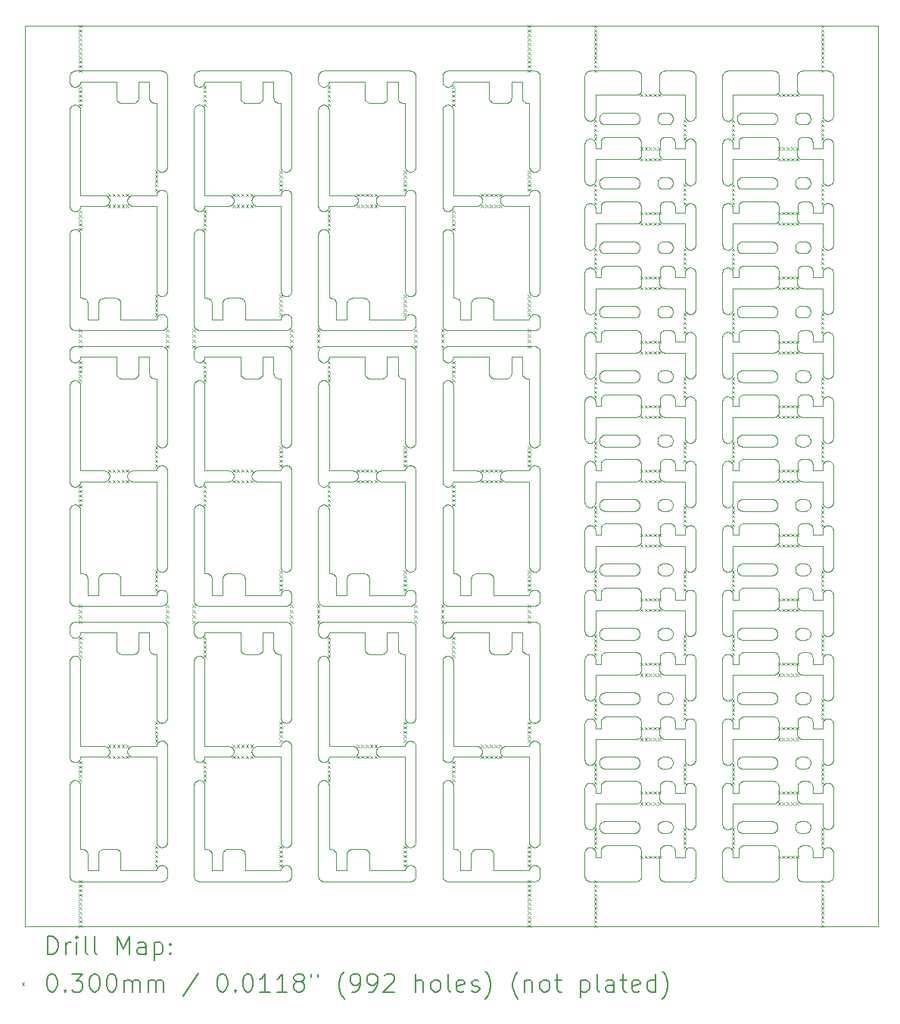
<source format=gbr>
%TF.GenerationSoftware,KiCad,Pcbnew,9.0.6-9.0.6~ubuntu24.04.1*%
%TF.CreationDate,2026-01-11T21:02:38+01:00*%
%TF.ProjectId,panel,70616e65-6c2e-46b6-9963-61645f706362,rev?*%
%TF.SameCoordinates,Original*%
%TF.FileFunction,Drillmap*%
%TF.FilePolarity,Positive*%
%FSLAX45Y45*%
G04 Gerber Fmt 4.5, Leading zero omitted, Abs format (unit mm)*
G04 Created by KiCad (PCBNEW 9.0.6-9.0.6~ubuntu24.04.1) date 2026-01-11 21:02:38*
%MOMM*%
%LPD*%
G01*
G04 APERTURE LIST*
%ADD10C,0.100000*%
%ADD11C,0.200000*%
G04 APERTURE END LIST*
D10*
X4025782Y-3928212D02*
X4023379Y-3929905D01*
X8019233Y-8443791D02*
X8022129Y-8442804D01*
X6887927Y-8658337D02*
X6886478Y-8660895D01*
X2439171Y-3931481D02*
X2436688Y-3929909D01*
X2958100Y-1616403D02*
X2955782Y-1618212D01*
X8919985Y-7129887D02*
X8920000Y-7129266D01*
X4673502Y-2030280D02*
X4672579Y-2027488D01*
X8367148Y-3131321D02*
X8370128Y-3132018D01*
X8033947Y-4120383D02*
X8036965Y-4120154D01*
X3336961Y-7040072D02*
X3339901Y-7040000D01*
X7161562Y-4840002D02*
X7210043Y-4840073D01*
X1924289Y-5355751D02*
X1926977Y-5354560D01*
X3386403Y-7061900D02*
X3388212Y-7064218D01*
X611478Y-3989105D02*
X612927Y-3991663D01*
X7419720Y-4143501D02*
X7422512Y-4142579D01*
X6374249Y-7774289D02*
X6375440Y-7776977D01*
X8959720Y-8256498D02*
X8956977Y-8255440D01*
X7998756Y-3416529D02*
X8000989Y-3414515D01*
X1145648Y-8118889D02*
X1145288Y-8115971D01*
X7898100Y-3206403D02*
X7895782Y-3208212D01*
X4712512Y-6477421D02*
X4709720Y-6476498D01*
X598100Y-2056403D02*
X595782Y-2058212D01*
X6263501Y-2460280D02*
X6262579Y-2457488D01*
X4258522Y-2990895D02*
X4257073Y-2988337D01*
X5190350Y-3885990D02*
X5190133Y-3883058D01*
X8367060Y-8171303D02*
X8370020Y-8171990D01*
X8415326Y-515517D02*
X8417456Y-517544D01*
X5705971Y-9559712D02*
X5703039Y-9559928D01*
X6464295Y-973768D02*
X6467125Y-972805D01*
X3396498Y-3720280D02*
X3395440Y-3723023D01*
X1414218Y-7008212D02*
X1411900Y-7006403D01*
X6882439Y-7031002D02*
X6883847Y-7033709D01*
X5563502Y-6980280D02*
X5562579Y-6977488D01*
X6873100Y-756403D02*
X6870782Y-758212D01*
X8375767Y-1816209D02*
X8372903Y-1817186D01*
X8391685Y-3142619D02*
X8394040Y-3144540D01*
X3477421Y-9242512D02*
X3478205Y-9245345D01*
X8622594Y-6109058D02*
X8621186Y-6106359D01*
X1238337Y-3932927D02*
X1235711Y-3934249D01*
X7075384Y-6063937D02*
X7075768Y-6060927D01*
X3316977Y-6475440D02*
X3314289Y-6474249D01*
X4672579Y-2312512D02*
X4673502Y-2309720D01*
X7186561Y-4699921D02*
X7183437Y-4699998D01*
X7188035Y-8170152D02*
X7191019Y-8170380D01*
X8690924Y-4840768D02*
X8693938Y-4840384D01*
X7871786Y-4861151D02*
X7874654Y-4861795D01*
X1266498Y-3900280D02*
X1265440Y-3903023D01*
X7874654Y-9181795D02*
X7877488Y-9182579D01*
X8409993Y-4606199D02*
X8411134Y-4609031D01*
X7079933Y-5383631D02*
X7078808Y-5380813D01*
X8776408Y-7726210D02*
X8779013Y-7727569D01*
X9039928Y-1723039D02*
X9039712Y-1725971D01*
X618205Y-634655D02*
X617421Y-637488D01*
X4689674Y-8445517D02*
X4691900Y-8443597D01*
X7486403Y-4638100D02*
X7484483Y-4640326D01*
X8434742Y-4268361D02*
X8434935Y-4271136D01*
X4674560Y-2033023D02*
X4673502Y-2030280D01*
X3392927Y-6808337D02*
X3391478Y-6810895D01*
X2978849Y-6708214D02*
X2979352Y-6711111D01*
X7968800Y-8929206D02*
X7969918Y-8926405D01*
X5735782Y-6468212D02*
X5733379Y-6469905D01*
X551111Y-880648D02*
X554029Y-880288D01*
X8434419Y-2825598D02*
X8434742Y-2828361D01*
X7084138Y-8991683D02*
X7082594Y-8989059D01*
X7473379Y-7529905D02*
X7470895Y-7531478D01*
X8927073Y-8228337D02*
X8925751Y-8225710D01*
X8627677Y-5313240D02*
X8629604Y-5310885D01*
X6872195Y-1777875D02*
X6871232Y-1780705D01*
X4370000Y-3639901D02*
X4370000Y-4650099D01*
X7251347Y-7016627D02*
X7253471Y-7018756D01*
X8925751Y-3905710D02*
X8924560Y-3903023D01*
X6439266Y-9290000D02*
X6439887Y-9289985D01*
X4726961Y-3580072D02*
X4729901Y-3580000D01*
X4785440Y-3723023D02*
X4784249Y-3725710D01*
X9010895Y-6091478D02*
X9008337Y-6092927D01*
X7216473Y-9010992D02*
X7213928Y-9012478D01*
X7500000Y-2440099D02*
X7499928Y-2443039D01*
X6375440Y-7776977D02*
X6376498Y-7779720D01*
X8373034Y-4840154D02*
X8376062Y-4840384D01*
X4744655Y-881795D02*
X4747488Y-882579D01*
X1919105Y-2061478D02*
X1916621Y-2059905D01*
X8919266Y-2810000D02*
X8919887Y-2809985D01*
X7499711Y-4914029D02*
X7499928Y-4916961D01*
X8768453Y-8908737D02*
X8770493Y-8910999D01*
X3970345Y-2008205D02*
X3967512Y-2007421D01*
X513597Y-658100D02*
X511788Y-655782D01*
X5749905Y-6453379D02*
X5748212Y-6455782D01*
X8660989Y-3414515D02*
X8663363Y-3412581D01*
X619966Y-2011470D02*
X619928Y-2013039D01*
X8784990Y-8231697D02*
X8784939Y-8240240D01*
X2239105Y-3048522D02*
X2241663Y-3047073D01*
X2289655Y-2008205D02*
X2286786Y-2008849D01*
X6426310Y-7497906D02*
X6427001Y-7494939D01*
X9029905Y-8486621D02*
X9031478Y-8489105D01*
X8748315Y-7575201D02*
X8745437Y-7576330D01*
X6380000Y-6530736D02*
X6380000Y-6760099D01*
X7230280Y-8279248D02*
X7228226Y-8281500D01*
X8022129Y-9162804D02*
X8025072Y-9161966D01*
X7817544Y-3922456D02*
X7815517Y-3920326D01*
X3471478Y-9229105D02*
X3472927Y-9231663D01*
X9013379Y-5590095D02*
X9015782Y-5591788D01*
X2415820Y-825726D02*
X2414628Y-823038D01*
X8930095Y-1033379D02*
X8928522Y-1030895D01*
X3311663Y-887073D02*
X3314289Y-885751D01*
X7268023Y-6325032D02*
X7268703Y-6327972D01*
X3280000Y-4019901D02*
X3280072Y-4016961D01*
X1588205Y-2974654D02*
X1587421Y-2977488D01*
X7244846Y-7506964D02*
X7244914Y-7508305D01*
X2006498Y-3720280D02*
X2005440Y-3723023D01*
X8428688Y-7767897D02*
X8429232Y-7770926D01*
X8640078Y-2018455D02*
X8640156Y-2016933D01*
X8636602Y-7140155D02*
X8637302Y-7137468D01*
X8425066Y-2716367D02*
X8426193Y-2719188D01*
X7800072Y-3476961D02*
X7800288Y-3474029D01*
X7805751Y-7505710D02*
X7804560Y-7503023D01*
X7096795Y-7924654D02*
X7096151Y-7921786D01*
X7874654Y-7538205D02*
X7871786Y-7538849D01*
X8642073Y-2178337D02*
X8640751Y-2175711D01*
X8976961Y-1779928D02*
X8974029Y-1779711D01*
X7197528Y-3131401D02*
X7200364Y-3132080D01*
X8665340Y-3979139D02*
X8662473Y-3978599D01*
X5066786Y-8168849D02*
X5063889Y-8169352D01*
X6831526Y-8440077D02*
X6833046Y-8440155D01*
X3328214Y-5351151D02*
X3331111Y-5350648D01*
X7863039Y-4860072D02*
X7865971Y-4860288D01*
X6296977Y-3424560D02*
X6299720Y-3423501D01*
X6264560Y-8496977D02*
X6265751Y-8494289D01*
X7270736Y-5690000D02*
X7379264Y-5690000D01*
X8923502Y-8940280D02*
X8922579Y-8937488D01*
X545345Y-6838205D02*
X542512Y-6837421D01*
X6291663Y-1772927D02*
X6289105Y-1771478D01*
X542512Y-3397421D02*
X539720Y-3396498D01*
X3399928Y-5406961D02*
X3400000Y-5409901D01*
X8616980Y-5374980D02*
X8616298Y-5372033D01*
X1892579Y-8187488D02*
X1891795Y-8184654D01*
X8413688Y-6057897D02*
X8414232Y-6060924D01*
X3284560Y-3996977D02*
X3285751Y-3994289D01*
X7111464Y-6014892D02*
X7114282Y-6013772D01*
X1949901Y-2270000D02*
X1950099Y-2270000D01*
X3480736Y-9440000D02*
X3599264Y-9440000D01*
X5676977Y-6095440D02*
X5674289Y-6094249D01*
X4229901Y-860000D02*
X4226961Y-859928D01*
X4788205Y-6794654D02*
X4787421Y-6797488D01*
X8003343Y-7732597D02*
X8005783Y-7730807D01*
X7380648Y-4191111D02*
X7381151Y-4188214D01*
X7831663Y-1267073D02*
X7834289Y-1265751D01*
X8808017Y-4885007D02*
X8808700Y-4887955D01*
X519674Y-6464483D02*
X517544Y-6462456D01*
X2979352Y-6351111D02*
X2979711Y-6354029D01*
X2822512Y-7017421D02*
X2819720Y-7016498D01*
X6879199Y-7745791D02*
X6880863Y-7748318D01*
X3826687Y-3929909D02*
X3824284Y-3928217D01*
X7222516Y-4841399D02*
X7225544Y-4842128D01*
X5666621Y-7779905D02*
X5664218Y-7778212D01*
X7834289Y-7534249D02*
X7831663Y-7532927D01*
X7912927Y-2011663D02*
X7914249Y-2014289D01*
X4359905Y-7763379D02*
X4358212Y-7765782D01*
X8663011Y-3131288D02*
X8665975Y-3130760D01*
X2955782Y-4921788D02*
X2958100Y-4923597D01*
X5725710Y-9554249D02*
X5723023Y-9555440D01*
X3698379Y-4980095D02*
X3700782Y-4981788D01*
X8619964Y-4606299D02*
X8621237Y-4603537D01*
X8398372Y-6841347D02*
X8396244Y-6843471D01*
X1983379Y-890095D02*
X1985782Y-891788D01*
X6323039Y-1779928D02*
X6320099Y-1780000D01*
X7993424Y-8899071D02*
X7996029Y-8897546D01*
X5205645Y-6125749D02*
X5208271Y-6127070D01*
X6289105Y-9188522D02*
X6291663Y-9187073D01*
X6476517Y-6284870D02*
X6479295Y-6283768D01*
X7380288Y-2034029D02*
X7380648Y-2031111D01*
X6425077Y-8948483D02*
X6425154Y-8946965D01*
X1558337Y-9172927D02*
X1555710Y-9174249D01*
X7815517Y-8240326D02*
X7813597Y-8238100D01*
X6374249Y-1745710D02*
X6372927Y-1748337D01*
X6892421Y-5767488D02*
X6891498Y-5770280D01*
X3370895Y-671478D02*
X3368337Y-672927D01*
X2642456Y-7002456D02*
X2640326Y-7004483D01*
X6441456Y-6327217D02*
X6442153Y-6324363D01*
X3792954Y-9200075D02*
X3795886Y-9200290D01*
X8405616Y-6832074D02*
X8403991Y-6834505D01*
X4750280Y-676498D02*
X4747488Y-677421D01*
X9010895Y-4651478D02*
X9008337Y-4652927D01*
X3964720Y-5086498D02*
X3961977Y-5085440D01*
X7475782Y-4648212D02*
X7473379Y-4649905D01*
X1475751Y-8024289D02*
X1477073Y-8021663D01*
X6841391Y-1813798D02*
X6838626Y-1815069D01*
X2454183Y-6154276D02*
X2455375Y-6156963D01*
X6275517Y-4159674D02*
X6277544Y-4157544D01*
X8808017Y-1285007D02*
X8808700Y-1287955D01*
X7817544Y-1277544D02*
X7819674Y-1275517D01*
X5114352Y-5021111D02*
X5114712Y-5024029D01*
X7114282Y-4573772D02*
X7117154Y-4572796D01*
X7856961Y-4140072D02*
X7859901Y-4140000D01*
X7123011Y-3131288D02*
X7125975Y-3130760D01*
X2911111Y-9380648D02*
X2914029Y-9380288D01*
X3309105Y-7048522D02*
X3311663Y-7047073D01*
X8434712Y-9505971D02*
X8434352Y-9508889D01*
X7996001Y-1697561D02*
X7998673Y-1696170D01*
X4689674Y-7055517D02*
X4691900Y-7053597D01*
X1589352Y-8041111D02*
X1589711Y-8044029D01*
X9020326Y-3924483D02*
X9018100Y-3926403D01*
X7801795Y-3174654D02*
X7801151Y-3171786D01*
X2460736Y-3280000D02*
X2859264Y-3280000D01*
X8756770Y-6280461D02*
X8759681Y-6280864D01*
X7075769Y-6780919D02*
X7076306Y-6777926D01*
X3345971Y-2270288D02*
X3348889Y-2270648D01*
X7085817Y-1074232D02*
X7084146Y-1071697D01*
X2009928Y-936961D02*
X2010000Y-939901D01*
X7868889Y-5379352D02*
X7865971Y-5379712D01*
X542512Y-6477421D02*
X539720Y-6476498D01*
X2400039Y-3040000D02*
X2402978Y-3040072D01*
X8782302Y-6772472D02*
X8783132Y-6775459D01*
X6440900Y-2730102D02*
X6441456Y-2727217D01*
X7489905Y-4166621D02*
X7491478Y-4169105D01*
X6861704Y-5569151D02*
X6864245Y-5570827D01*
X7221678Y-3142614D02*
X7224033Y-3144533D01*
X8920288Y-3885971D02*
X8920072Y-3883039D01*
X4670072Y-8486961D02*
X4670288Y-8484029D01*
X7076303Y-3932061D02*
X7075768Y-3929073D01*
X7965000Y-4638481D02*
X7965000Y-4631519D01*
X7188035Y-1690152D02*
X7191019Y-1690380D01*
X5101403Y-8071900D02*
X5103212Y-8074218D01*
X9038205Y-4905345D02*
X9038849Y-4908214D01*
X5759711Y-9505971D02*
X5759352Y-9508889D01*
X2231900Y-6133597D02*
X2234218Y-6131788D01*
X2953379Y-4920095D02*
X2955782Y-4921788D01*
X7902456Y-6802456D02*
X7900326Y-6804483D01*
X7801795Y-4185345D02*
X7802579Y-4182512D01*
X5349289Y-1895751D02*
X5351977Y-1894560D01*
X7404218Y-7528212D02*
X7401900Y-7526403D01*
X3935095Y-5063379D02*
X3933522Y-5060895D01*
X8783016Y-3214997D02*
X8782189Y-3217894D01*
X9035440Y-4623023D02*
X9034249Y-4625711D01*
X7800072Y-3163039D02*
X7800000Y-3160099D01*
X5717488Y-3017421D02*
X5714654Y-3018205D01*
X8396394Y-7726203D02*
X8399079Y-7727606D01*
X6847882Y-4122807D02*
X6850738Y-4123780D01*
X6889847Y-6336965D02*
X6889926Y-6339968D01*
X600326Y-2285517D02*
X602456Y-2287544D01*
X8631647Y-4588633D02*
X8633796Y-4586491D01*
X7397544Y-2482456D02*
X7395517Y-2480326D01*
X554029Y-3580288D02*
X556961Y-3580072D01*
X2958100Y-3386403D02*
X2955782Y-3388212D01*
X9034249Y-6065710D02*
X9032927Y-6068337D01*
X3711403Y-8071900D02*
X3713212Y-8074218D01*
X8411313Y-4856596D02*
X8413464Y-4858750D01*
X6325971Y-1980288D02*
X6328889Y-1980648D01*
X8640768Y-1809183D02*
X8638321Y-1807386D01*
X9024483Y-519674D02*
X9026403Y-521900D01*
X2429741Y-3924489D02*
X2427611Y-3922463D01*
X2010113Y-1889985D02*
X2010734Y-1890000D01*
X2005440Y-2033023D02*
X2004249Y-2035710D01*
X4204289Y-854249D02*
X4201663Y-852927D01*
X7804560Y-1743023D02*
X7803501Y-1740280D01*
X5647073Y-2988337D02*
X5645751Y-2985710D01*
X9039352Y-6048889D02*
X9038849Y-6051786D01*
X9026403Y-1758100D02*
X9024483Y-1760326D01*
X7224033Y-6125466D02*
X7221674Y-6127389D01*
X944928Y-1953039D02*
X944711Y-1955971D01*
X7422512Y-4142579D02*
X7425345Y-4141795D01*
X6874923Y-5350005D02*
X6874922Y-5360010D01*
X6362456Y-4877544D02*
X6364483Y-4879674D01*
X8423212Y-6505782D02*
X8421403Y-6508100D01*
X5429905Y-3913379D02*
X5428212Y-3915782D01*
X4267544Y-1847544D02*
X4269674Y-1845517D01*
X8629607Y-3150882D02*
X8631647Y-3148633D01*
X8690924Y-1240768D02*
X8693938Y-1240384D01*
X7151961Y-5809928D02*
X7149029Y-5809711D01*
X6289105Y-3931478D02*
X6286621Y-3929905D01*
X933212Y-1914218D02*
X934905Y-1916621D01*
X8409033Y-3414533D02*
X8411285Y-3416568D01*
X6427001Y-1734939D02*
X6427842Y-1732009D01*
X5659674Y-7774483D02*
X5657544Y-7772456D01*
X8389655Y-2208205D02*
X8386786Y-2208849D01*
X8923502Y-5619720D02*
X8924560Y-5616977D01*
X6425154Y-8226965D02*
X6425384Y-8223938D01*
X7103808Y-1279184D02*
X7104937Y-1276361D01*
X1193214Y-5088849D02*
X1190345Y-5088205D01*
X6889249Y-1455710D02*
X6887927Y-1458337D01*
X556961Y-6660072D02*
X559901Y-6660000D01*
X8773741Y-7004980D02*
X8776408Y-7006210D01*
X6843889Y-3649352D02*
X6840971Y-3649711D01*
X2834029Y-7019711D02*
X2831111Y-7019352D01*
X6314029Y-4140288D02*
X6316961Y-4140072D01*
X1932512Y-2272579D02*
X1935345Y-2271795D01*
X7468337Y-1267073D02*
X7470895Y-1268522D01*
X1970280Y-2273502D02*
X1973023Y-2274560D01*
X8398322Y-988600D02*
X8400394Y-990883D01*
X5055099Y-8170000D02*
X4790736Y-8170000D01*
X1174105Y-8058522D02*
X1176663Y-8057073D01*
X1916621Y-8440095D02*
X1919105Y-8438522D01*
X8640856Y-7460756D02*
X8643394Y-7459090D01*
X7839720Y-4656498D02*
X7836977Y-4655440D01*
X645910Y-9200288D02*
X648827Y-9200648D01*
X5219171Y-7011481D02*
X5216688Y-7009909D01*
X4835711Y-6125751D02*
X4838337Y-6127073D01*
X7397544Y-1762456D02*
X7395517Y-1760326D01*
X4681788Y-8205782D02*
X4680095Y-8203379D01*
X6425384Y-3206062D02*
X6425154Y-3203034D01*
X8931788Y-1284218D02*
X8933597Y-1281900D01*
X1156788Y-5065782D02*
X1155095Y-5063379D01*
X2089352Y-3091111D02*
X2089711Y-3094029D01*
X5720280Y-9556498D02*
X5717488Y-9557421D01*
X6864217Y-3155819D02*
X6865753Y-3158144D01*
X7965381Y-5366032D02*
X7965154Y-5363035D01*
X8624138Y-7551682D02*
X8622594Y-7549058D01*
X5694029Y-6300288D02*
X5696961Y-6300072D01*
X8683214Y-2928849D02*
X8680345Y-2928205D01*
X1890000Y-2329901D02*
X1890072Y-2326961D01*
X7488212Y-524218D02*
X7489905Y-526621D01*
X7095258Y-4268361D02*
X7095580Y-4265598D01*
X513597Y-6818100D02*
X511788Y-6815782D01*
X8775910Y-4671606D02*
X8774228Y-4674166D01*
X1012978Y-6120072D02*
X1015910Y-6120288D01*
X7095580Y-2105598D02*
X7096031Y-2102852D01*
X4670072Y-2326961D02*
X4670288Y-2324029D01*
X7105920Y-3252394D02*
X7103305Y-3250854D01*
X6881403Y-5068100D02*
X6879483Y-5070326D01*
X559901Y-680000D02*
X556961Y-679928D01*
X2865751Y-4944289D02*
X2867073Y-4941663D01*
X7851111Y-9559352D02*
X7848214Y-9558849D01*
X1429720Y-3936498D02*
X1426977Y-3935440D01*
X4699105Y-2061478D02*
X4696621Y-2059905D01*
X1020350Y-3885990D02*
X1020133Y-3883058D01*
X3282579Y-2027488D02*
X3281795Y-2024654D01*
X8636795Y-8644655D02*
X8636151Y-8641786D01*
X7463023Y-6095440D02*
X7460280Y-6096498D01*
X7966304Y-1737936D02*
X7966990Y-1734980D01*
X7116835Y-1097103D02*
X7114078Y-1096152D01*
X6437615Y-1076680D02*
X6435814Y-1074228D01*
X8635000Y-3590099D02*
X8635000Y-3553917D01*
X7093653Y-9003372D02*
X7091529Y-9001244D01*
X5189887Y-620015D02*
X5189266Y-620000D01*
X7863039Y-1779928D02*
X7860099Y-1780000D01*
X7492927Y-3188337D02*
X7491478Y-3190895D01*
X6368212Y-7515782D02*
X6366403Y-7518100D01*
X6490936Y-7720766D02*
X6493959Y-7720382D01*
X598100Y-8216403D02*
X595782Y-8218212D01*
X8759166Y-3969228D02*
X8756606Y-3970910D01*
X885099Y-1890000D02*
X888039Y-1890072D01*
X556961Y-500072D02*
X559901Y-500000D01*
X5058039Y-4970072D02*
X5060971Y-4970288D01*
X4171151Y-811786D02*
X4170648Y-808889D01*
X7810095Y-4166621D02*
X7811788Y-4164218D01*
X5740326Y-3384483D02*
X5738100Y-3386403D01*
X6470018Y-3978020D02*
X6467117Y-3977192D01*
X7240103Y-8983546D02*
X7238849Y-8986287D01*
X6350895Y-8251478D02*
X6348337Y-8252927D01*
X7385751Y-8225710D02*
X7384560Y-8223023D01*
X5748212Y-1854218D02*
X5749905Y-1856621D01*
X4699105Y-5358522D02*
X4701663Y-5357073D01*
X2955782Y-9548212D02*
X2953379Y-9549905D01*
X8636795Y-4324655D02*
X8636151Y-4321786D01*
X1012978Y-3040072D02*
X1015910Y-3040288D01*
X6846675Y-2419133D02*
X6849249Y-2420829D01*
X7216704Y-6739151D02*
X7219245Y-6740827D01*
X4852456Y-3057544D02*
X4854483Y-3059674D01*
X8809233Y-2010934D02*
X8809615Y-2013937D01*
X2873597Y-1608100D02*
X2871788Y-1605782D01*
X8671814Y-2539840D02*
X8668680Y-2539588D01*
X5584218Y-3928212D02*
X5581900Y-3926403D01*
X6835738Y-3133780D02*
X6838542Y-3134895D01*
X3340099Y-7040000D02*
X3343039Y-7040072D01*
X6856390Y-9166201D02*
X6859079Y-9167606D01*
X8376080Y-1960386D02*
X8379097Y-1960772D01*
X4313039Y-1629928D02*
X4310099Y-1630000D01*
X6851539Y-8287494D02*
X6849101Y-8289274D01*
X8367062Y-8298696D02*
X8364075Y-8299232D01*
X8639560Y-536977D02*
X8640751Y-534289D01*
X6856500Y-3963226D02*
X6854248Y-3965280D01*
X8803817Y-1993648D02*
X8805085Y-1996413D01*
X8431862Y-4254783D02*
X8432689Y-4257439D01*
X7470895Y-1051478D02*
X7468337Y-1052927D01*
X7917421Y-4617488D02*
X7916498Y-4620280D01*
X5315288Y-8104029D02*
X5315648Y-8101111D01*
X8768241Y-6282921D02*
X8771016Y-6283883D01*
X2009928Y-2326961D02*
X2010000Y-2329901D01*
X3703100Y-4983597D02*
X3705326Y-4985517D01*
X3673889Y-2009352D02*
X3670971Y-2009711D01*
X8780196Y-8926674D02*
X8781325Y-8929550D01*
X8784850Y-7523170D02*
X8784617Y-7526096D01*
X1588205Y-4664655D02*
X1587421Y-4667488D01*
X7851111Y-1260648D02*
X7854029Y-1260288D01*
X6461176Y-6294355D02*
X6463565Y-6292426D01*
X7968784Y-7540750D02*
X7967813Y-7537900D01*
X3711403Y-1988100D02*
X3709483Y-1990326D01*
X3926151Y-5041786D02*
X3925648Y-5038889D01*
X7465710Y-5374249D02*
X7463023Y-5375440D01*
X6340280Y-2703502D02*
X6343023Y-2704560D01*
X2545095Y-1983379D02*
X2543522Y-1980895D01*
X7486403Y-7761900D02*
X7488212Y-7764218D01*
X7262393Y-4150918D02*
X7263807Y-4153626D01*
X4350326Y-3595517D02*
X4352456Y-3597544D01*
X1941111Y-3960648D02*
X1944029Y-3960288D01*
X5647073Y-9411663D02*
X5648522Y-9409105D01*
X6320099Y-4860000D02*
X6323039Y-4860072D01*
X6868500Y-5386990D02*
X6867120Y-5389568D01*
X7134720Y-7246498D02*
X7131977Y-7245440D01*
X6820643Y-6139656D02*
X6817825Y-6139856D01*
X7979985Y-4249887D02*
X7980001Y-4249267D01*
X6886193Y-1999188D02*
X6887174Y-2002060D01*
X2008849Y-5101786D02*
X2008205Y-5104655D01*
X7443039Y-3939928D02*
X7440099Y-3940000D01*
X6427825Y-3937938D02*
X6426990Y-3935020D01*
X6425771Y-2460905D02*
X6426310Y-2457906D01*
X1471795Y-1584654D02*
X1471151Y-1581786D01*
X500072Y-4016961D02*
X500288Y-4014029D01*
X1975710Y-674249D02*
X1973023Y-675440D01*
X6893205Y-545345D02*
X6893849Y-548214D01*
X8429617Y-3453938D02*
X8429847Y-3456943D01*
X7975829Y-8915751D02*
X7977655Y-8913268D01*
X8019245Y-4123787D02*
X8022110Y-4122810D01*
X5194571Y-9201793D02*
X5197405Y-9202576D01*
X7851111Y-3420648D02*
X7854029Y-3420288D01*
X5011900Y-3053597D02*
X5014218Y-3051788D01*
X590895Y-888522D02*
X593379Y-890095D01*
X8392488Y-9557421D02*
X8389655Y-9558205D01*
X1892579Y-9517488D02*
X1891795Y-9514655D01*
X2090000Y-9259901D02*
X2090000Y-9439264D01*
X3810215Y-3043500D02*
X3812958Y-3044558D01*
X6481959Y-3130154D02*
X6484990Y-3130076D01*
X4730099Y-2270000D02*
X4733039Y-2270072D01*
X9013379Y-6089905D02*
X9010895Y-6091478D01*
X819985Y-9439887D02*
X820000Y-9439266D01*
X7885710Y-3214249D02*
X7883023Y-3215440D01*
X8937544Y-8242456D02*
X8935517Y-8240326D01*
X5760000Y-8049901D02*
X5760000Y-9120099D01*
X7134720Y-6526498D02*
X7131977Y-6525440D01*
X7118715Y-4856568D02*
X7120967Y-4854534D01*
X7473379Y-3929905D02*
X7470895Y-3931478D01*
X8394248Y-3245280D02*
X8391894Y-3247218D01*
X8413184Y-3895669D02*
X8413859Y-3898760D01*
X7965384Y-1023938D02*
X7965768Y-1020927D01*
X7980001Y-2809264D02*
X7980074Y-2739968D01*
X8784232Y-1020924D02*
X8784615Y-1023938D01*
X2410000Y-3700734D02*
X2409985Y-3700113D01*
X8639982Y-1369979D02*
X8640000Y-1369266D01*
X3656961Y-3040072D02*
X3659901Y-3040000D01*
X2537579Y-8092512D02*
X2538502Y-8089720D01*
X8980099Y-2500000D02*
X8979901Y-2500000D01*
X6895000Y-7190099D02*
X6894928Y-7193039D01*
X1582927Y-4678337D02*
X1581478Y-4680895D01*
X2605971Y-7019711D02*
X2603039Y-7019928D01*
X6842064Y-1961304D02*
X6845018Y-1961989D01*
X7411663Y-6092927D02*
X7409105Y-6091478D01*
X6475931Y-3850767D02*
X6478938Y-3850384D01*
X8806209Y-3439233D02*
X8807186Y-3442097D01*
X7095288Y-9505971D02*
X7095072Y-9503039D01*
X8361055Y-1819616D02*
X8358035Y-1819846D01*
X2538502Y-8089720D02*
X2539560Y-8086977D01*
X3813664Y-6998109D02*
X3811855Y-6995792D01*
X6835758Y-8296213D02*
X6832912Y-8297183D01*
X1150751Y-1975710D02*
X1149560Y-1973023D01*
X3319720Y-3963501D02*
X3322512Y-3962579D01*
X6885100Y-6316448D02*
X6886213Y-6319242D01*
X8674720Y-8686498D02*
X8671977Y-8685440D01*
X1398522Y-830895D02*
X1397073Y-828337D01*
X6854011Y-6845485D02*
X6851680Y-6847384D01*
X4335711Y-7784249D02*
X4333023Y-7785440D01*
X1266500Y-820215D02*
X1265443Y-822958D01*
X7491478Y-9209105D02*
X7492927Y-9211663D01*
X1988100Y-5136403D02*
X1985782Y-5138212D01*
X8920000Y-7970734D02*
X8919985Y-7970113D01*
X3932073Y-1921663D02*
X3933522Y-1919105D01*
X9039712Y-3474029D02*
X9039928Y-3476961D01*
X7404218Y-1991788D02*
X7406621Y-1990095D01*
X2438033Y-3053591D02*
X2440259Y-3055511D01*
X3282579Y-2312512D02*
X3283501Y-2309720D01*
X6348337Y-7532927D02*
X6345710Y-7534249D01*
X7425345Y-8978205D02*
X7422512Y-8977421D01*
X7436961Y-7020072D02*
X7439901Y-7020000D01*
X8800871Y-1988332D02*
X8802412Y-1990953D01*
X4170288Y-805971D02*
X4170072Y-803039D01*
X6299720Y-1056498D02*
X6296977Y-1055440D01*
X7230333Y-6119188D02*
X7228337Y-6121384D01*
X4866498Y-9239720D02*
X4867421Y-9242512D01*
X6452550Y-8463404D02*
X6454430Y-8461088D01*
X7103424Y-6739071D02*
X7106029Y-6737546D01*
X9026403Y-3918100D02*
X9024483Y-3920326D01*
X7226236Y-6843478D02*
X7224033Y-6845466D01*
X6486526Y-1820000D02*
X6483475Y-1819923D01*
X5728337Y-7997073D02*
X5730895Y-7998522D01*
X8408379Y-7959905D02*
X8405895Y-7961478D01*
X8806209Y-9199233D02*
X8807186Y-9202097D01*
X8784269Y-3901173D02*
X8784628Y-3904061D01*
X2779264Y-620000D02*
X2660736Y-620000D01*
X7920000Y-3529266D02*
X7920015Y-3529887D01*
X7819674Y-6084483D02*
X7817544Y-6082456D01*
X6289105Y-3428522D02*
X6291663Y-3427073D01*
X2908214Y-3221151D02*
X2911111Y-3220648D01*
X8430157Y-4250355D02*
X8430912Y-4252169D01*
X7077825Y-6817938D02*
X7076990Y-6815020D01*
X1547488Y-7992579D02*
X1550280Y-7993501D01*
X7915440Y-6063023D02*
X7914249Y-6065710D01*
X6281900Y-4646403D02*
X6279674Y-4644483D01*
X8389655Y-4368205D02*
X8386786Y-4368849D01*
X4709720Y-676498D02*
X4706977Y-675440D01*
X8920000Y-3479901D02*
X8920072Y-3476961D01*
X4306961Y-4910072D02*
X4309901Y-4910000D01*
X6468317Y-4129138D02*
X6470941Y-4127594D01*
X6872176Y-5332067D02*
X6873013Y-5334992D01*
X8384080Y-4577606D02*
X8386695Y-4579146D01*
X7084147Y-4671698D02*
X7082607Y-4669082D01*
X1958889Y-5350648D02*
X1961786Y-5351151D01*
X4670288Y-934029D02*
X4670648Y-931111D01*
X2535288Y-8104029D02*
X2535648Y-8101111D01*
X2658850Y-811724D02*
X2658206Y-814592D01*
X7387073Y-1291663D02*
X7388522Y-1289105D01*
X4304029Y-3019711D02*
X4301111Y-3019352D01*
X7443039Y-1059928D02*
X7440099Y-1060000D01*
X620734Y-6780000D02*
X620113Y-6780015D01*
X15Y-113D02*
X0Y-734D01*
X1988100Y-6826403D02*
X1985782Y-6828212D01*
X8737028Y-971296D02*
X8739968Y-971976D01*
X3956663Y-4977073D02*
X3959289Y-4975751D01*
X7114282Y-5293772D02*
X7117154Y-5292796D01*
X6887927Y-7938337D02*
X6886478Y-7940895D01*
X618849Y-4008214D02*
X619352Y-4011111D01*
X7393597Y-6078100D02*
X7391788Y-6075782D01*
X8640856Y-3140756D02*
X8643394Y-3139090D01*
X3722421Y-1967488D02*
X3721498Y-1970280D01*
X7470895Y-7531478D02*
X7468337Y-7532927D01*
X6260072Y-3883039D02*
X6260000Y-3880099D01*
X6449145Y-9188305D02*
X6450787Y-9185811D01*
X3790013Y-9200004D02*
X3792954Y-9200075D01*
X8429617Y-9213938D02*
X8429847Y-9216943D01*
X8674720Y-2926498D02*
X8671977Y-2925440D01*
X5756498Y-3360280D02*
X5755440Y-3363023D01*
X7821900Y-3206403D02*
X7819674Y-3204483D01*
X7095931Y-1805434D02*
X7093687Y-1803404D01*
X7388522Y-2470895D02*
X7387073Y-2468337D01*
X7112613Y-4143322D02*
X7114540Y-4140960D01*
X6451056Y-1700618D02*
X6453561Y-1698987D01*
X7482456Y-6802456D02*
X7480326Y-6804483D01*
X8414857Y-6082793D02*
X8414663Y-6085571D01*
X8651464Y-7454892D02*
X8654283Y-7453772D01*
X5005517Y-3059674D02*
X5007544Y-3057544D01*
X4678522Y-8200895D02*
X4677073Y-8198337D01*
X3800060Y-3880119D02*
X3800000Y-3700736D01*
X8657154Y-972796D02*
X8660072Y-971966D01*
X7909905Y-8953379D02*
X7908212Y-8955782D01*
X8949105Y-4148522D02*
X8951663Y-4147073D01*
X534289Y-5144249D02*
X531663Y-5142927D01*
X7076303Y-3177940D02*
X7077039Y-3174791D01*
X5594289Y-854249D02*
X5591663Y-852927D01*
X2972927Y-1861663D02*
X2974249Y-1864289D01*
X7804560Y-4623023D02*
X7803501Y-4620280D01*
X7489905Y-8486621D02*
X7491478Y-8489105D01*
X1390288Y-6965971D02*
X1390072Y-6963039D01*
X2417143Y-828351D02*
X2415820Y-825726D01*
X7826621Y-6809905D02*
X7824218Y-6808212D01*
X6842068Y-7721305D02*
X6845030Y-7721993D01*
X6870782Y-1478212D02*
X6868379Y-1479905D01*
X7199968Y-6731976D02*
X7202871Y-6732804D01*
X4013023Y-3935440D02*
X4010280Y-3936498D01*
X5669105Y-3228522D02*
X5671663Y-3227073D01*
X1233023Y-3935440D02*
X1230280Y-3936498D01*
X8772419Y-6033363D02*
X8774228Y-6035834D01*
X6894742Y-7868361D02*
X6894935Y-7871136D01*
X8429999Y-6409266D02*
X8430017Y-6409979D01*
X8392488Y-8687421D02*
X8389655Y-8688205D01*
X8784269Y-4621173D02*
X8784628Y-4624061D01*
X8021959Y-3130154D02*
X8024990Y-3130076D01*
X2239105Y-6128522D02*
X2241663Y-6127073D01*
X8775943Y-3878447D02*
X8777501Y-3881115D01*
X6860509Y-8191016D02*
X6862433Y-8193383D01*
X1438214Y-3938849D02*
X1435345Y-3938205D01*
X7096031Y-4262852D02*
X7096608Y-4260131D01*
X7919928Y-5636961D02*
X7920000Y-5639901D01*
X4706977Y-675440D02*
X4704289Y-674249D01*
X7219083Y-2680769D02*
X7222080Y-2681307D01*
X7419720Y-8256498D02*
X7416977Y-8255440D01*
X6892421Y-542512D02*
X6893205Y-545345D01*
X7255485Y-6300989D02*
X7257384Y-6303319D01*
X8734076Y-1819231D02*
X8731062Y-1819615D01*
X2591961Y-8169928D02*
X2589029Y-8169711D01*
X6815010Y-1099924D02*
X6486526Y-1100000D01*
X6874922Y-4640010D02*
X6874857Y-4642794D01*
X7087614Y-3236679D02*
X7085818Y-3234233D01*
X7851111Y-500648D02*
X7854029Y-500288D01*
X4023379Y-3929905D02*
X4020895Y-3931478D01*
X7108706Y-1696154D02*
X7111464Y-1694892D01*
X8643398Y-4579088D02*
X8646016Y-4577553D01*
X6380736Y-7130000D02*
X6439264Y-7130000D01*
X6852488Y-5807421D02*
X6849654Y-5808205D01*
X7883023Y-1775440D02*
X7880280Y-1776498D01*
X8636795Y-7924654D02*
X8636151Y-7921786D01*
X8617845Y-6772000D02*
X8618832Y-6769122D01*
X6461176Y-4854355D02*
X6463565Y-4852426D01*
X3343039Y-679928D02*
X3340099Y-680000D01*
X7975804Y-1794213D02*
X7974137Y-1791682D01*
X5219171Y-3931481D02*
X5216688Y-3929909D01*
X8639860Y-3530313D02*
X8639976Y-3530013D01*
X6427845Y-1012000D02*
X6428826Y-1009138D01*
X4368849Y-548214D02*
X4369352Y-551111D01*
X6893205Y-5764654D02*
X6892421Y-5767488D01*
X9035440Y-9523023D02*
X9034249Y-9525711D01*
X5644560Y-3256977D02*
X5645751Y-3254289D01*
X6484993Y-1690076D02*
X6813474Y-1690000D01*
X3399966Y-3701470D02*
X3399928Y-3703039D01*
X9028212Y-3195782D02*
X9026403Y-3198100D01*
X6885066Y-1996367D02*
X6886193Y-1999188D01*
X9038205Y-4614655D02*
X9037421Y-4617488D01*
X1919105Y-5141478D02*
X1916621Y-5139905D01*
X8971111Y-1260648D02*
X8974029Y-1260288D01*
X6334654Y-1778205D02*
X6331786Y-1778849D01*
X8426136Y-7759035D02*
X8427138Y-7761945D01*
X7969888Y-4663526D02*
X7968767Y-4660704D01*
X612927Y-2038337D02*
X611478Y-2040895D01*
X5614029Y-7019711D02*
X5611111Y-7019352D01*
X6877456Y-5792456D02*
X6875326Y-5794483D01*
X8636602Y-4260155D02*
X8637302Y-4257468D01*
X4790000Y-5409901D02*
X4790000Y-6119264D01*
X536977Y-9555440D02*
X534289Y-9554249D01*
X8809926Y-5619968D02*
X8809999Y-5689264D01*
X2008849Y-631786D02*
X2008205Y-634655D01*
X8369993Y-1818017D02*
X8367045Y-1818700D01*
X7491478Y-9530895D02*
X7489905Y-9533379D01*
X3348889Y-5350648D02*
X3351786Y-5351151D01*
X7486403Y-8481900D02*
X7488212Y-8484218D01*
X8985971Y-6300288D02*
X8988889Y-6300648D01*
X7101303Y-6327940D02*
X7101990Y-6324980D01*
X2429741Y-7004489D02*
X2427611Y-7002463D01*
X6260072Y-1003039D02*
X6260000Y-1000099D01*
X8671965Y-4570154D02*
X8673439Y-4570079D01*
X7888337Y-8467073D02*
X7890895Y-8468522D01*
X7244846Y-2466965D02*
X7244914Y-2468305D01*
X8664105Y-8681478D02*
X8661621Y-8679905D01*
X3304218Y-5138212D02*
X3301900Y-5136403D01*
X595782Y-8441788D02*
X598100Y-8443597D01*
X3375782Y-2281788D02*
X3378100Y-2283597D01*
X7965766Y-2489063D02*
X7965384Y-2486057D01*
X7965771Y-7500905D02*
X7966310Y-7497906D01*
X8762064Y-3401304D02*
X8765018Y-3401989D01*
X7965077Y-6801517D02*
X7965000Y-6798481D01*
X8375765Y-7576210D02*
X8372875Y-7577195D01*
X6262579Y-9222512D02*
X6263501Y-9219720D01*
X6447606Y-4150920D02*
X6449147Y-4148302D01*
X8643522Y-529105D02*
X8645095Y-526621D01*
X7885710Y-1774249D02*
X7883023Y-1775440D01*
X7885710Y-5374249D02*
X7883023Y-5375440D01*
X7075077Y-3201517D02*
X7075000Y-3198481D01*
X8668937Y-6859615D02*
X8665943Y-6859234D01*
X617421Y-6797488D02*
X616498Y-6800280D01*
X4699105Y-6471478D02*
X4696621Y-6469905D01*
X8024993Y-2410076D02*
X8354230Y-2410000D01*
X5577544Y-7002456D02*
X5575517Y-7000326D01*
X7848214Y-1261151D02*
X7851111Y-1260648D01*
X5069655Y-8168205D02*
X5066786Y-8168849D01*
X7381795Y-2745345D02*
X7382579Y-2742512D01*
X8004235Y-6733790D02*
X8007125Y-6732805D01*
X539720Y-7043501D02*
X542512Y-7042579D01*
X7191770Y-2410461D02*
X7194681Y-2410865D01*
X8369980Y-3851980D02*
X8372882Y-3852807D01*
X3295517Y-6460326D02*
X3293597Y-6458100D01*
X7102925Y-8290616D02*
X7100495Y-8288991D01*
X113Y-10059985D02*
X734Y-10060000D01*
X6864232Y-6290817D02*
X6866678Y-6292613D01*
X8980099Y-4140000D02*
X8983039Y-4140072D01*
X8381374Y-4693807D02*
X8378600Y-4695080D01*
X9024483Y-5360326D02*
X9022456Y-5362456D01*
X6858023Y-2925440D02*
X6855280Y-2926498D01*
X7965077Y-6068483D02*
X7965154Y-6066966D01*
X6470927Y-8447602D02*
X6473624Y-8446194D01*
X5104905Y-8143379D02*
X5103212Y-8145782D01*
X820072Y-6176961D02*
X820288Y-6174029D01*
X7146111Y-8689352D02*
X7143214Y-8688849D01*
X6271788Y-2724218D02*
X6273597Y-2721900D01*
X8028011Y-8441289D02*
X8030975Y-8440760D01*
X1588205Y-1875345D02*
X1588849Y-1878214D01*
X8636027Y-8582872D02*
X8636602Y-8580155D01*
X7244855Y-6083035D02*
X7244633Y-6085886D01*
X8784939Y-3920238D02*
X8784851Y-3923161D01*
X1487544Y-1612456D02*
X1485517Y-1610326D01*
X5320751Y-8084289D02*
X5322073Y-8081663D01*
X4327488Y-4707421D02*
X4324655Y-4708205D01*
X7219233Y-1089182D02*
X7216697Y-1090853D01*
X6481965Y-970153D02*
X6484993Y-970076D01*
X8661621Y-1479905D02*
X8659218Y-1478212D01*
X3848140Y-9245330D02*
X3848785Y-9248198D01*
X6490926Y-8440768D02*
X6493937Y-8440384D01*
X7103522Y-2900895D02*
X7102073Y-2898337D01*
X8922579Y-2457488D02*
X8921795Y-2454655D01*
X8991786Y-3421151D02*
X8994655Y-3421795D01*
X1589711Y-6045971D02*
X1589352Y-6048889D01*
X9026403Y-1281900D02*
X9028212Y-1284218D01*
X1481788Y-6324218D02*
X1483597Y-6321900D01*
X9039352Y-7071111D02*
X9039712Y-7074029D01*
X8624147Y-3231697D02*
X8622607Y-3229082D01*
X6456029Y-8177546D02*
X6458709Y-8176153D01*
X7920000Y-7849266D02*
X7920015Y-7849887D01*
X7995918Y-7457607D02*
X7998626Y-7456193D01*
X5109249Y-8084289D02*
X5110440Y-8086977D01*
X8783133Y-3175464D02*
X8783770Y-3178305D01*
X7839720Y-9183502D02*
X7842512Y-9182579D01*
X2543522Y-8079105D02*
X2545095Y-8076621D01*
X7998750Y-6296535D02*
X8000997Y-6294508D01*
X7075384Y-7503937D02*
X7075768Y-7500927D01*
X7919352Y-3168889D02*
X7918849Y-3171786D01*
X7868889Y-9180648D02*
X7871786Y-9181151D01*
X7205436Y-3976330D02*
X7202503Y-3977309D01*
X9040000Y-9500099D02*
X9039928Y-9503039D01*
X3685280Y-8166498D02*
X3682488Y-8167421D01*
X5752927Y-2988337D02*
X5751478Y-2990895D01*
X7839720Y-4143501D02*
X7842512Y-4142579D01*
X6846786Y-768849D02*
X6843889Y-769352D01*
X3339901Y-500000D02*
X4310099Y-500000D01*
X6461370Y-8295067D02*
X6458612Y-8293800D01*
X7488212Y-2475782D02*
X7486403Y-2478100D01*
X2569289Y-2004249D02*
X2566663Y-2002927D01*
X8361062Y-3259616D02*
X8358040Y-3259846D01*
X9020326Y-4644483D02*
X9018100Y-4646403D01*
X8809848Y-6336965D02*
X8809926Y-6339968D01*
X2324905Y-1983379D02*
X2323212Y-1985782D01*
X4324655Y-6098205D02*
X4321786Y-6098849D01*
X7890895Y-1771478D02*
X7888337Y-1772927D01*
X7431111Y-7740648D02*
X7434029Y-7740288D01*
X3397421Y-2312512D02*
X3398205Y-2315345D01*
X4350326Y-9395517D02*
X4352456Y-9397544D01*
X6273597Y-3918100D02*
X6271788Y-3915782D01*
X2334712Y-8115971D02*
X2334352Y-8118889D01*
X7966304Y-8217936D02*
X7966990Y-8214980D01*
X7488212Y-7764218D02*
X7489905Y-7766621D01*
X8417456Y-752456D02*
X8415326Y-754483D01*
X6328889Y-7740648D02*
X6331786Y-7741151D01*
X7379264Y-770000D02*
X7154901Y-770000D01*
X7249160Y-1974643D02*
X7251420Y-1976697D01*
X9035440Y-3183023D02*
X9034249Y-3185710D01*
X6442919Y-5601765D02*
X6443861Y-5599043D01*
X7880280Y-3936498D02*
X7877488Y-3937421D01*
X8810736Y-2090000D02*
X8919264Y-2090000D01*
X6360326Y-1995517D02*
X6362456Y-1997544D01*
X2006498Y-6800280D02*
X2005440Y-6803023D01*
X1588849Y-9131786D02*
X1588205Y-9134655D01*
X1470648Y-3271111D02*
X1471151Y-3268214D01*
X7098501Y-5050280D02*
X7097579Y-5047488D01*
X5648522Y-9409105D02*
X5650095Y-9406621D01*
X6348337Y-8467073D02*
X6350895Y-8468522D01*
X7982805Y-2722125D02*
X7983768Y-2719295D01*
X5238277Y-3938849D02*
X5235408Y-3938205D01*
X6843889Y-8689352D02*
X6840971Y-8689712D01*
X8930095Y-1286621D02*
X8931788Y-1284218D01*
X6849654Y-8688205D02*
X6846786Y-8688849D01*
X2977421Y-7747488D02*
X2976498Y-7750280D01*
X7251285Y-3416568D02*
X7253431Y-3418714D01*
X8921151Y-3171786D02*
X8920648Y-3168889D01*
X7265080Y-7036400D02*
X7266210Y-7039235D01*
X8930095Y-1753379D02*
X8928522Y-1750895D01*
X8783770Y-3898305D02*
X8784269Y-3901173D01*
X7214017Y-2417571D02*
X7216675Y-2419133D01*
X8658734Y-2696550D02*
X8660995Y-2694510D01*
X8012972Y-7451296D02*
X8015943Y-7450765D01*
X8392488Y-7967421D02*
X8389655Y-7968205D01*
X5090782Y-4981788D02*
X5093100Y-4983597D01*
X8673439Y-4570079D02*
X8676563Y-4570002D01*
X7880280Y-2496498D02*
X7877488Y-2497421D01*
X2971478Y-6329105D02*
X2972927Y-6331663D01*
X526621Y-8219905D02*
X524218Y-8218212D01*
X7500000Y-3160099D02*
X7499928Y-3163039D01*
X511788Y-2045782D02*
X510095Y-2043379D01*
X6431193Y-1066375D02*
X6429929Y-1063621D01*
X6466056Y-6290618D02*
X6468561Y-6288987D01*
X3280072Y-556961D02*
X3280288Y-554029D01*
X7990764Y-9009180D02*
X7988313Y-9007379D01*
X5426403Y-3918100D02*
X5424483Y-3920326D01*
X8357295Y-7450078D02*
X8360352Y-7450312D01*
X1894560Y-3723023D02*
X1893501Y-3720280D01*
X7100074Y-2739968D02*
X7100152Y-2736965D01*
X6861704Y-7729151D02*
X6864245Y-7730827D01*
X7800072Y-1003039D02*
X7800000Y-1000099D01*
X8656576Y-5578707D02*
X8658719Y-5576565D01*
X8364117Y-7450775D02*
X8367096Y-7451311D01*
X6879220Y-6305822D02*
X6880895Y-6308371D01*
X7985244Y-7755657D02*
X7986503Y-7753003D01*
X8414232Y-4620925D02*
X8414616Y-4623939D01*
X7100077Y-8498483D02*
X7100154Y-8496965D01*
X8766280Y-6843435D02*
X8764010Y-6845485D01*
X3851173Y-7019352D02*
X3848276Y-7018849D01*
X4670072Y-6783039D02*
X4670000Y-6780099D01*
X6846786Y-5808849D02*
X6843889Y-5809352D01*
X2583214Y-2008849D02*
X2580345Y-2008205D01*
X6311111Y-6099352D02*
X6308214Y-6098849D01*
X6890912Y-5692168D02*
X6891862Y-5694783D01*
X8665834Y-3410772D02*
X8668394Y-3409090D01*
X6427825Y-8932063D02*
X6428800Y-8929206D01*
X7380000Y-3160099D02*
X7380000Y-2930736D01*
X4260095Y-1603379D02*
X4258522Y-1600895D01*
X8935517Y-6800326D02*
X8933597Y-6798100D01*
X910710Y-8055751D02*
X913337Y-8057073D01*
X7965154Y-7506966D02*
X7965385Y-7503927D01*
X7851111Y-8460648D02*
X7854029Y-8460288D01*
X4788205Y-4005345D02*
X4788849Y-4008214D01*
X1988100Y-7053597D02*
X1990326Y-7055517D01*
X8974029Y-1059712D02*
X8971111Y-1059352D01*
X524218Y-3748212D02*
X521900Y-3746403D01*
X1926977Y-6475440D02*
X1924289Y-6474249D01*
X8770485Y-6750989D02*
X8772419Y-6753363D01*
X7800288Y-9234029D02*
X7800648Y-9231111D01*
X1584249Y-6065710D02*
X1582927Y-6068337D01*
X7380000Y-6760099D02*
X7380000Y-6530736D01*
X6827096Y-6011311D02*
X6830045Y-6011996D01*
X619352Y-2018889D02*
X618849Y-2021786D01*
X4715345Y-881795D02*
X4718214Y-881151D01*
X8639860Y-9290313D02*
X8639976Y-9290013D01*
X4001786Y-7018849D02*
X3998889Y-7019352D01*
X5231411Y-3069094D02*
X5232861Y-3071651D01*
X8639073Y-6412206D02*
X8639859Y-6410316D01*
X8739518Y-3258137D02*
X8736681Y-3258773D01*
X6450764Y-9009180D02*
X6448313Y-9007379D01*
X7979985Y-2809887D02*
X7980001Y-2809266D01*
X4284289Y-9385751D02*
X4286977Y-9384560D01*
X3399966Y-621470D02*
X3399928Y-623039D01*
X4724029Y-5350288D02*
X4726961Y-5350072D01*
X4271900Y-6086403D02*
X4269674Y-6084483D01*
X5114928Y-1946961D02*
X5115000Y-1949901D01*
X1985782Y-7051788D02*
X1988100Y-7053597D01*
X8405895Y-7241478D02*
X8403337Y-7242927D01*
X4335711Y-6474249D02*
X4333023Y-6475440D01*
X536977Y-7044560D02*
X539720Y-7043501D01*
X3334029Y-8430288D02*
X3336961Y-8430072D01*
X1064180Y-9234274D02*
X1065372Y-9236962D01*
X9039712Y-5325971D02*
X9039352Y-5328889D01*
X6856393Y-7726203D02*
X6859079Y-7727606D01*
X6343023Y-4144560D02*
X6345710Y-4145751D01*
X8009979Y-8891990D02*
X8012938Y-8891303D01*
X7991008Y-3425495D02*
X7992750Y-3423146D01*
X7153962Y-9160382D02*
X7156965Y-9160154D01*
X8988889Y-8460648D02*
X8991786Y-8461151D01*
X9039352Y-8511111D02*
X9039712Y-8514029D01*
X7239568Y-4847880D02*
X7242074Y-4849384D01*
X7121621Y-759905D02*
X7119218Y-758212D01*
X8771016Y-6283883D02*
X8773741Y-6284980D01*
X2925971Y-7990288D02*
X2928889Y-7990648D01*
X6889249Y-4335711D02*
X6887927Y-4338337D01*
X5760000Y-9120099D02*
X5759928Y-9123039D01*
X3397421Y-4002512D02*
X3398205Y-4005345D01*
X4249985Y-4969887D02*
X4250017Y-4968584D01*
X8803815Y-1273644D02*
X8805085Y-1276413D01*
X8639860Y-2090313D02*
X8639976Y-2090013D01*
X7186561Y-6859921D02*
X7183437Y-6859998D01*
X2914029Y-9380288D02*
X2916961Y-9380072D01*
X7416977Y-2704560D02*
X7419720Y-2703502D01*
X8642073Y-3618337D02*
X8640751Y-3615710D01*
X3400000Y-9199266D02*
X3400015Y-9199887D01*
X6261151Y-4611786D02*
X6260648Y-4608889D01*
X923100Y-1903597D02*
X925326Y-1905517D01*
X7918849Y-6051786D02*
X7918205Y-6054654D01*
X7077943Y-4611691D02*
X7079012Y-4608643D01*
X7379887Y-6530015D02*
X7379266Y-6530000D01*
X8935517Y-5599674D02*
X8937544Y-5597544D01*
X526621Y-6469905D02*
X524218Y-6468212D01*
X7380648Y-3471111D02*
X7381151Y-3468214D01*
X6884905Y-7943379D02*
X6883212Y-7945782D01*
X8807186Y-6322097D02*
X8808017Y-6325007D01*
X6260000Y-559901D02*
X6260072Y-556961D01*
X6426304Y-1772063D02*
X6425768Y-1769076D01*
X556961Y-6839928D02*
X554029Y-6839711D01*
X7076960Y-1054902D02*
X7076285Y-1051973D01*
X4368849Y-7741786D02*
X4368205Y-7744654D01*
X6886224Y-9199274D02*
X6887203Y-9202153D01*
X8784939Y-2480239D02*
X8784851Y-2483162D01*
X7112696Y-1983216D02*
X7114643Y-1980840D01*
X1054408Y-9219661D02*
X1056329Y-9221887D01*
X4250072Y-9123039D02*
X4250000Y-9120099D01*
X6262579Y-2022512D02*
X6263501Y-2019720D01*
X5400280Y-7016498D02*
X5397488Y-7017421D01*
X3443023Y-3044560D02*
X3445710Y-3045751D01*
X6475943Y-1690765D02*
X6478937Y-1690384D01*
X7244633Y-1045886D02*
X7244615Y-1046063D01*
X7216704Y-4579151D02*
X7219245Y-4580827D01*
X7912927Y-4628337D02*
X7911478Y-4630895D01*
X6376498Y-7059720D02*
X6377421Y-7062512D01*
X8615154Y-2483035D02*
X8615077Y-2481517D01*
X7801795Y-2745345D02*
X7802579Y-2742512D01*
X6261151Y-4908214D02*
X6261795Y-4905345D01*
X7863039Y-5379928D02*
X7860099Y-5380000D01*
X923100Y-8063597D02*
X925326Y-8065517D01*
X7494249Y-6334289D02*
X7495440Y-6336977D01*
X1978337Y-5142927D02*
X1975710Y-5144249D01*
X7397544Y-1277544D02*
X7399674Y-1275517D01*
X699940Y-9259881D02*
X700000Y-9439264D01*
X531663Y-8222927D02*
X529105Y-8221478D01*
X7436961Y-8979928D02*
X7434029Y-8979712D01*
X7077810Y-8977890D02*
X7076980Y-8974980D01*
X3316977Y-675440D02*
X3314289Y-674249D01*
X3304218Y-891788D02*
X3306621Y-890095D01*
X3845408Y-7018205D02*
X3842575Y-7017422D01*
X6378205Y-6774654D02*
X6377421Y-6777488D01*
X2072456Y-9217544D02*
X2074483Y-9219674D01*
X4310099Y-6660000D02*
X4313039Y-6660072D01*
X8690924Y-1960768D02*
X8693938Y-1960384D01*
X7399674Y-3924483D02*
X7397544Y-3922456D01*
X3799264Y-6780000D02*
X3400736Y-6780000D01*
X6425000Y-6078481D02*
X6425000Y-6071519D01*
X2333205Y-5015345D02*
X2333849Y-5018214D01*
X8795589Y-2701110D02*
X8797485Y-2703450D01*
X8426136Y-8479035D02*
X8427138Y-8481945D01*
X4356403Y-4931900D02*
X4358212Y-4934218D01*
X1043299Y-9210086D02*
X1045704Y-9211778D01*
X4321786Y-1831151D02*
X4324655Y-1831795D01*
X7965154Y-8946965D02*
X7965384Y-8943938D01*
X6263501Y-9520280D02*
X6262579Y-9517488D01*
X6380113Y-7129985D02*
X6380734Y-7130000D01*
X1553023Y-4705440D02*
X1550280Y-4706498D01*
X8677512Y-7967421D02*
X8674720Y-7966498D01*
X6439266Y-2810000D02*
X6439887Y-2809985D01*
X7965154Y-8243034D02*
X7965077Y-8241517D01*
X8433205Y-545345D02*
X8433849Y-548214D01*
X7810095Y-6793379D02*
X7808522Y-6790895D01*
X6314029Y-2499712D02*
X6311111Y-2499352D01*
X8935517Y-2480326D02*
X8933597Y-2478100D01*
X1509720Y-3223501D02*
X1512512Y-3222579D01*
X4177073Y-828337D02*
X4175751Y-825710D01*
X3399352Y-5401111D02*
X3399711Y-5404029D01*
X6429933Y-6103630D02*
X6428807Y-6100812D01*
X3306621Y-3590095D02*
X3309105Y-3588522D01*
X8668230Y-3259539D02*
X8665340Y-3259139D01*
X8621237Y-3163537D02*
X8622649Y-3160843D01*
X3938597Y-5068100D02*
X3936788Y-5065782D01*
X5728337Y-1622927D02*
X5725710Y-1624249D01*
X5080711Y-2004249D02*
X5078023Y-2005440D01*
X7085817Y-6834232D02*
X7084147Y-6831697D01*
X8640768Y-2730930D02*
X8641299Y-2727959D01*
X4785440Y-8466977D02*
X4786498Y-8469720D01*
X9036498Y-8940280D02*
X9035440Y-8943023D01*
X6450768Y-4580817D02*
X6453302Y-4579147D01*
X8018934Y-1819615D02*
X8015919Y-1819231D01*
X7095882Y-8285393D02*
X7093653Y-8283372D01*
X3391478Y-3989105D02*
X3392927Y-3991663D01*
X6469979Y-8171990D02*
X6472938Y-8171303D01*
X8954289Y-1265751D02*
X8956977Y-1264560D01*
X7110772Y-7025834D02*
X7112581Y-7023363D01*
X3615517Y-3059674D02*
X3617544Y-3057544D01*
X1558337Y-9552927D02*
X1555710Y-9554249D01*
X8679283Y-8443772D02*
X8682154Y-8442796D01*
X6378205Y-8214654D02*
X6377421Y-8217488D01*
X7075154Y-8963035D02*
X7075077Y-8961517D01*
X7125943Y-2539234D02*
X7122972Y-2538703D01*
X8409032Y-9174533D02*
X8411284Y-9176567D01*
X4670072Y-3343039D02*
X4670000Y-3340099D01*
X3370895Y-7048522D02*
X3373379Y-7050095D01*
X7980163Y-6336764D02*
X7980423Y-6333570D01*
X8022706Y-7579922D02*
X8019648Y-7579688D01*
X6425000Y-7511519D02*
X6425077Y-7508483D01*
X7998626Y-6736193D02*
X8001400Y-6734920D01*
X7239081Y-8447607D02*
X7241697Y-8449146D01*
X7919928Y-8923039D02*
X7919711Y-8925971D01*
X6447679Y-7030789D02*
X6449175Y-7028259D01*
X3325345Y-5351795D02*
X3328214Y-5351151D01*
X7488212Y-3915782D02*
X7486403Y-3918100D01*
X8920000Y-3880099D02*
X8920000Y-3650736D01*
X500072Y-5406961D02*
X500288Y-5404029D01*
X9036498Y-3180280D02*
X9035440Y-3183023D01*
X6456567Y-1978716D02*
X6458718Y-1976565D01*
X6284218Y-4871788D02*
X6286621Y-4870095D01*
X7114540Y-4140960D02*
X7116582Y-4138700D01*
X8921795Y-1305345D02*
X8922579Y-1302512D01*
X8937544Y-5362456D02*
X8935517Y-5360326D01*
X7974118Y-2438349D02*
X7975797Y-2435798D01*
X7393597Y-4638100D02*
X7391788Y-4635782D01*
X1473501Y-8029720D02*
X1474560Y-8026977D01*
X4370000Y-1570099D02*
X4369928Y-1573039D01*
X3389905Y-2296621D02*
X3391478Y-2299105D01*
X7440099Y-4140000D02*
X7443039Y-4140072D01*
X7380072Y-8203039D02*
X7380000Y-8200099D01*
X8616960Y-1774902D02*
X8616285Y-1771972D01*
X6268522Y-5350895D02*
X6267073Y-5348337D01*
X6443764Y-5403478D02*
X6441662Y-5401384D01*
X660280Y-6123501D02*
X663023Y-6124560D01*
X7268700Y-9207955D02*
X7269233Y-9210934D01*
X5560288Y-805971D02*
X5560072Y-803039D01*
X1526961Y-4910072D02*
X1529901Y-4910000D01*
X8419185Y-4145772D02*
X8420859Y-4148312D01*
X7425345Y-6301795D02*
X7428214Y-6301151D01*
X2814289Y-3934249D02*
X2811663Y-3932927D01*
X3373379Y-3749905D02*
X3370895Y-3751478D01*
X1578212Y-9404218D02*
X1579905Y-9406621D01*
X923100Y-4983597D02*
X925326Y-4985517D01*
X7081200Y-4666389D02*
X7079933Y-4663631D01*
X8414657Y-8245643D02*
X8414324Y-8248448D01*
X7120076Y-4571965D02*
X7123011Y-4571289D01*
X7381151Y-2028214D02*
X7381795Y-2025345D01*
X7492927Y-6068337D02*
X7491478Y-6070895D01*
X8375964Y-1096136D02*
X8373055Y-1097138D01*
X7966960Y-4654902D02*
X7966285Y-4651973D01*
X7854029Y-8979712D02*
X7851111Y-8979352D01*
X7983675Y-3963394D02*
X7981481Y-3961193D01*
X3805817Y-6985723D02*
X3804625Y-6983036D01*
X3391478Y-2299105D02*
X3392927Y-2301663D01*
X8782305Y-8212481D02*
X8783132Y-8215459D01*
X2920099Y-1830000D02*
X2923039Y-1830072D01*
X1469266Y-4970000D02*
X1469887Y-4969985D01*
X7439901Y-6820000D02*
X7436961Y-6819928D01*
X590895Y-3968522D02*
X593379Y-3970095D01*
X501151Y-9511786D02*
X500648Y-9508889D01*
X2980000Y-2960099D02*
X2979928Y-2963039D01*
X7100495Y-8288991D02*
X7098146Y-8287250D01*
X8684980Y-5561990D02*
X8687936Y-5561304D01*
X1983379Y-8440095D02*
X1985782Y-8441788D01*
X5728337Y-3227073D02*
X5730895Y-3228522D01*
X8375099Y-8690000D02*
X7920736Y-8690000D01*
X6372927Y-1748337D02*
X6371478Y-1750895D01*
X7237454Y-1068971D02*
X7235928Y-1071576D01*
X3709483Y-8150326D02*
X3707456Y-8152456D01*
X7147936Y-5561304D02*
X7150924Y-5560768D01*
X5703039Y-3399928D02*
X5700099Y-3400000D01*
X2879674Y-1845517D02*
X2881900Y-1843597D01*
X9036498Y-9219720D02*
X9037421Y-9222512D01*
X6838360Y-5415182D02*
X6835408Y-5416341D01*
X4050000Y-6960099D02*
X4049928Y-6963039D01*
X6855280Y-6526498D02*
X6852488Y-6527421D01*
X1570326Y-3235517D02*
X1572456Y-3237544D01*
X3280072Y-5093039D02*
X3280000Y-5090099D01*
X1988100Y-666403D02*
X1985782Y-668212D01*
X6862250Y-5396853D02*
X6860395Y-5399115D01*
X7230498Y-6031004D02*
X7232409Y-6033351D01*
X536977Y-3755440D02*
X534289Y-3754249D01*
X6425000Y-8958481D02*
X6425000Y-8951519D01*
X8615000Y-8238481D02*
X8615000Y-8231519D01*
X8777433Y-3229009D02*
X8775882Y-3231651D01*
X8777501Y-3161115D02*
X8778921Y-3163860D01*
X536977Y-2065440D02*
X534289Y-2064249D01*
X7425345Y-7021795D02*
X7428214Y-7021151D01*
X620734Y-620000D02*
X620113Y-620015D01*
X8355000Y-6010077D02*
X8357825Y-6010144D01*
X3281151Y-5398214D02*
X3281795Y-5395345D01*
X7096795Y-7204654D02*
X7096151Y-7201786D01*
X7380000Y-5810734D02*
X7379985Y-5810113D01*
X5326788Y-8074218D02*
X5328597Y-8071900D01*
X7109147Y-3428302D02*
X7110817Y-3425768D01*
X8393687Y-2684958D02*
X8396462Y-2686237D01*
X6260648Y-5631111D02*
X6261151Y-5628214D01*
X2979711Y-7735971D02*
X2979352Y-7738889D01*
X5088379Y-8159905D02*
X5085895Y-8161478D01*
X7883023Y-1055440D02*
X7880280Y-1056498D01*
X8659218Y-2198212D02*
X8656900Y-2196403D01*
X4289720Y-6096498D02*
X4286977Y-6095440D01*
X7197567Y-2411410D02*
X7200422Y-2412096D01*
X4261788Y-6075782D02*
X4260095Y-6073379D01*
X6427001Y-2454939D02*
X6427842Y-2452009D01*
X7095288Y-2875971D02*
X7095072Y-2873039D01*
X6340280Y-5583502D02*
X6343023Y-5584560D01*
X8980099Y-5580000D02*
X8983039Y-5580072D01*
X7475782Y-4151788D02*
X7478100Y-4153597D01*
X6277544Y-8477544D02*
X6279674Y-8475517D01*
X7917421Y-4902512D02*
X7918205Y-4905345D01*
X526621Y-3749905D02*
X524218Y-3748212D01*
X617421Y-922512D02*
X618205Y-925345D01*
X7805751Y-7774289D02*
X7807073Y-7771663D01*
X8665546Y-2539172D02*
X8662484Y-2538601D01*
X7188388Y-2410171D02*
X7191723Y-2410456D01*
X7811788Y-3444218D02*
X7813597Y-3441900D01*
X8640751Y-9525711D02*
X8639560Y-9523023D01*
X1926977Y-9555440D02*
X1924289Y-9554249D01*
X6362456Y-4642456D02*
X6360326Y-4644483D01*
X3306621Y-8440095D02*
X3309105Y-8438522D01*
X7249110Y-8454600D02*
X7251396Y-8456674D01*
X5755440Y-6443023D02*
X5754249Y-6445710D01*
X8429249Y-1455710D02*
X8427927Y-1458337D01*
X7228447Y-988731D02*
X7230478Y-990981D01*
X8356533Y-3130078D02*
X8358046Y-3130155D01*
X7404218Y-4871788D02*
X7406621Y-4870095D01*
X9038849Y-6051786D02*
X9038205Y-6054654D01*
X6426990Y-3935020D02*
X6426304Y-3932063D01*
X4269674Y-3004483D02*
X4267544Y-3002456D01*
X2007421Y-5107488D02*
X2006498Y-5110280D01*
X1983379Y-5139905D02*
X1980895Y-5141478D01*
X8775910Y-7551605D02*
X8774231Y-7554162D01*
X7854029Y-4140288D02*
X7856961Y-4140072D01*
X1921663Y-6667073D02*
X1924289Y-6665751D01*
X1914218Y-2058212D02*
X1911900Y-2056403D01*
X1187512Y-5087421D02*
X1184720Y-5086498D01*
X7993312Y-5299141D02*
X7995934Y-5297599D01*
X8640768Y-6849183D02*
X8638322Y-6847386D01*
X8400333Y-7470812D02*
X8402218Y-7473105D01*
X7834289Y-7745751D02*
X7836977Y-7744560D01*
X8783696Y-3932062D02*
X8783016Y-3934997D01*
X3464483Y-6139674D02*
X3466403Y-6141900D01*
X6267073Y-7508337D02*
X6265751Y-7505710D01*
X1504289Y-7784249D02*
X1501663Y-7782927D01*
X8404171Y-8994249D02*
X8402345Y-8996732D01*
X6882394Y-2710920D02*
X6883799Y-2713610D01*
X5751478Y-3249105D02*
X5752927Y-3251663D01*
X4701663Y-3587073D02*
X4704289Y-3585751D01*
X1187512Y-2007421D02*
X1184720Y-2006498D01*
X4730099Y-8430000D02*
X4733039Y-8430072D01*
X8949105Y-7028522D02*
X8951663Y-7027073D01*
X7451786Y-501151D02*
X7454654Y-501795D01*
X2215751Y-3074289D02*
X2217073Y-3071663D01*
X8414846Y-8946974D02*
X8414923Y-8950005D01*
X5371961Y-2009928D02*
X5369029Y-2009711D01*
X3717927Y-1978337D02*
X3716478Y-1980895D01*
X8980099Y-4660000D02*
X8979901Y-4660000D01*
X8004212Y-4573798D02*
X8007077Y-4572820D01*
X2861151Y-9428214D02*
X2861795Y-9425345D01*
X2536151Y-8121786D02*
X2535648Y-8118889D01*
X9020326Y-7755517D02*
X9022456Y-7757544D01*
X8770485Y-4590989D02*
X8772419Y-4593363D01*
X8385030Y-6281993D02*
X8387955Y-6282830D01*
X7134720Y-9556498D02*
X7131977Y-9555440D01*
X1893501Y-8190280D02*
X1892579Y-8187488D01*
X1477073Y-8021663D02*
X1478522Y-8019105D01*
X8004188Y-8296193D02*
X8001370Y-8295067D01*
X618849Y-7088214D02*
X619352Y-7091111D01*
X8782302Y-5332472D02*
X8783132Y-5335459D01*
X5694029Y-7990288D02*
X5696961Y-7990072D01*
X3339901Y-5150000D02*
X3336961Y-5149928D01*
X5650095Y-4936621D02*
X5651788Y-4934218D01*
X5240000Y-9439266D02*
X5240015Y-9439887D01*
X6895000Y-5750099D02*
X6894928Y-5753039D01*
X3322512Y-7042579D02*
X3325345Y-7041795D01*
X593379Y-2059905D02*
X590895Y-2061478D01*
X7448889Y-4659352D02*
X7445971Y-4659712D01*
X6444933Y-5596370D02*
X6446203Y-5593605D01*
X5044005Y-9200350D02*
X5046936Y-9200132D01*
X8435000Y-3553918D02*
X8435000Y-3590099D01*
X6824069Y-1819232D02*
X6821062Y-1819615D01*
X8921795Y-9225345D02*
X8922579Y-9222512D01*
X8427138Y-7041945D02*
X8427989Y-7044901D01*
X6358100Y-7033597D02*
X6360326Y-7035517D01*
X7920015Y-8690113D02*
X7920000Y-8690734D01*
X7829105Y-8251478D02*
X7826621Y-8249905D01*
X602456Y-5367544D02*
X604483Y-5369674D01*
X6425381Y-8246032D02*
X6425154Y-8243034D01*
X8426478Y-3620895D02*
X8424905Y-3623379D01*
X526621Y-9549905D02*
X524218Y-9548212D01*
X7495440Y-2463023D02*
X7494249Y-2465711D01*
X4330280Y-4913502D02*
X4333023Y-4914560D01*
X6379711Y-7794029D02*
X6379928Y-7796961D01*
X8627578Y-1796630D02*
X8625778Y-1794175D01*
X1494218Y-7778212D02*
X1491900Y-7776403D01*
X7967845Y-6772000D02*
X7968832Y-6769122D01*
X5189887Y-3700015D02*
X5189266Y-3700000D01*
X6435765Y-8994156D02*
X6434090Y-8991606D01*
X4260095Y-4936621D02*
X4261788Y-4934218D01*
X7191770Y-3130461D02*
X7194661Y-3130861D01*
X4361478Y-3249105D02*
X4362927Y-3251663D01*
X6841390Y-6016201D02*
X6844080Y-6017606D01*
X4747488Y-882579D02*
X4750280Y-883501D01*
X6260000Y-1000099D02*
X6260000Y-559901D01*
X5696961Y-6300072D02*
X5699901Y-6300000D01*
X8402354Y-1713280D02*
X8404182Y-1715767D01*
X5209741Y-844489D02*
X5207611Y-842463D01*
X6888010Y-3444981D02*
X6888696Y-3447937D01*
X6291663Y-3932927D02*
X6289105Y-3931478D01*
X7098501Y-1450280D02*
X7097579Y-1447488D01*
X8412347Y-3172619D02*
X8413184Y-3175669D01*
X2816977Y-3935440D02*
X2814289Y-3934249D01*
X8398431Y-2428714D02*
X8400471Y-2430972D01*
X7380072Y-6763039D02*
X7380000Y-6760099D01*
X6358100Y-4646403D02*
X6355782Y-4648212D01*
X5661900Y-8003597D02*
X5664218Y-8001788D01*
X7440099Y-5380000D02*
X7439901Y-5380000D01*
X6818035Y-6859846D02*
X6815007Y-6859924D01*
X3951621Y-5079905D02*
X3949218Y-5078212D01*
X7202503Y-3977309D02*
X7199522Y-3978136D01*
X4340895Y-508522D02*
X4343379Y-510095D01*
X7244939Y-1760238D02*
X7244851Y-1763161D01*
X2225509Y-9219741D02*
X2227535Y-9217612D01*
X5714654Y-6661795D02*
X5717488Y-6662579D01*
X6328889Y-6819352D02*
X6325971Y-6819711D01*
X7125768Y-6290817D02*
X7128302Y-6289147D01*
X6260288Y-8514029D02*
X6260648Y-8511111D01*
X7268703Y-3447972D02*
X7269234Y-3450943D01*
X8635064Y-3551140D02*
X8635257Y-3548370D01*
X7489905Y-2726621D02*
X7491478Y-2729105D01*
X8631547Y-1801262D02*
X8629507Y-1799001D01*
X8616310Y-2457906D02*
X8617001Y-2454939D01*
X7107565Y-7030993D02*
X7109088Y-7028398D01*
X2546788Y-8074218D02*
X2548597Y-8071900D01*
X7980427Y-5613536D02*
X7980841Y-5610464D01*
X4699105Y-3391478D02*
X4696621Y-3389905D01*
X8434419Y-7145598D02*
X8434742Y-7148361D01*
X2975440Y-536977D02*
X2976498Y-539720D01*
X4306961Y-1629928D02*
X4304029Y-1629711D01*
X5752927Y-3251663D02*
X5754249Y-3254289D01*
X4348100Y-7776403D02*
X4345782Y-7778212D01*
X5232575Y-857422D02*
X5229784Y-856500D01*
X8624138Y-6111682D02*
X8622594Y-6109058D01*
X4733039Y-8430072D02*
X4735971Y-8430288D01*
X559901Y-5150000D02*
X556961Y-5149928D01*
X8638502Y-6490280D02*
X8637579Y-6487488D01*
X6314029Y-5379712D02*
X6311111Y-5379352D01*
X8786732Y-5572655D02*
X8789117Y-5574606D01*
X4229901Y-3940000D02*
X4226961Y-3939928D01*
X1179289Y-5084249D02*
X1176663Y-5082927D01*
X7199995Y-2538016D02*
X7197043Y-2538700D01*
X6445070Y-2716052D02*
X6446310Y-2713389D01*
X6378205Y-4614655D02*
X6377421Y-4617488D01*
X3389905Y-6813379D02*
X3388212Y-6815782D01*
X6273597Y-7761900D02*
X6275517Y-7759674D01*
X8386439Y-2418987D02*
X8388944Y-2420619D01*
X8979901Y-6820000D02*
X8976961Y-6819928D01*
X7440099Y-1980000D02*
X7443039Y-1980072D01*
X6450767Y-7569182D02*
X6448321Y-7567386D01*
X4729901Y-8430000D02*
X4730099Y-8430000D01*
X7100768Y-3249182D02*
X7098321Y-3247386D01*
X2651478Y-6990895D02*
X2649905Y-6993379D01*
X504560Y-8466977D02*
X505751Y-8464289D01*
X6894742Y-4268361D02*
X6894935Y-4271136D01*
X7382579Y-8937488D02*
X7381795Y-8934655D01*
X2923039Y-9380072D02*
X2925971Y-9380288D01*
X4361478Y-4939105D02*
X4362927Y-4941663D01*
X7911478Y-8230895D02*
X7909905Y-8233379D01*
X7266210Y-4879235D02*
X7267195Y-4882125D01*
X4760895Y-2278522D02*
X4763379Y-2280095D01*
X8007461Y-6857299D02*
X8004385Y-6856265D01*
X7395517Y-8960326D02*
X7393597Y-8958100D01*
X7082649Y-8920843D02*
X7084195Y-8918225D01*
X2891663Y-7997073D02*
X2894289Y-7995751D01*
X8939674Y-2484483D02*
X8937544Y-2482456D01*
X9039928Y-4603039D02*
X9039712Y-4605971D01*
X8665768Y-4850818D02*
X8668302Y-4849147D01*
X7255588Y-9181110D02*
X7257485Y-9183450D01*
X4318889Y-4709352D02*
X4315971Y-4709712D01*
X7128230Y-1099539D02*
X7125339Y-1099139D01*
X3970345Y-4971795D02*
X3973214Y-4971151D01*
X6267073Y-7771663D02*
X6268522Y-7769105D01*
X918379Y-4980095D02*
X920782Y-4981788D01*
X2640326Y-7004483D02*
X2638100Y-7006403D01*
X2979352Y-6048889D02*
X2978849Y-6051786D01*
X7129289Y-8684249D02*
X7126663Y-8682927D01*
X2975440Y-8026977D02*
X2976498Y-8029720D01*
X3331111Y-9559352D02*
X3328214Y-9558849D01*
X4673502Y-6699720D02*
X4674560Y-6696977D01*
X2444416Y-6139666D02*
X2446336Y-6141891D01*
X1900095Y-653379D02*
X1898522Y-650895D01*
X6873311Y-6093806D02*
X6872607Y-6096499D01*
X8988889Y-4659352D02*
X8985971Y-4659712D01*
X6877385Y-4143319D02*
X6879183Y-4145768D01*
X3961977Y-1894560D02*
X3964720Y-1893501D01*
X8665943Y-1099234D02*
X8662972Y-1098703D01*
X7097909Y-6415476D02*
X7098948Y-6412530D01*
X7188035Y-3979846D02*
X7186561Y-3979921D01*
X1235727Y-854182D02*
X1233040Y-855374D01*
X7845345Y-4141795D02*
X7848214Y-4141151D01*
X8355007Y-4699924D02*
X8025771Y-4700000D01*
X7817544Y-7522456D02*
X7815517Y-7520326D01*
X4281663Y-6307073D02*
X4284289Y-6305751D01*
X6379928Y-2036961D02*
X6380000Y-2039901D01*
X1985782Y-3971788D02*
X1988100Y-3973597D01*
X1483597Y-9158100D02*
X1481788Y-9155782D01*
X511788Y-2294218D02*
X513597Y-2291900D01*
X6860491Y-8910997D02*
X6862417Y-8913362D01*
X7395517Y-8240326D02*
X7393597Y-8238100D01*
X7966985Y-3934999D02*
X7966300Y-3932046D01*
X8665975Y-7450760D02*
X8668962Y-7450382D01*
X7912927Y-2731663D02*
X7914249Y-2734289D01*
X6376498Y-2739720D02*
X6377421Y-2742512D01*
X8951663Y-1267073D02*
X8954289Y-1265751D01*
X6872607Y-7536499D02*
X6871778Y-7539157D01*
X1890288Y-6785971D02*
X1890072Y-6783039D01*
X2974249Y-9414289D02*
X2975440Y-9416977D01*
X7918205Y-3894654D02*
X7917421Y-3897488D01*
X3348889Y-3960648D02*
X3351786Y-3961151D01*
X5759352Y-1881111D02*
X5759711Y-1884029D01*
X7126663Y-2202927D02*
X7124105Y-2201478D01*
X6353379Y-1769905D02*
X6350895Y-1771478D01*
X8404379Y-2513948D02*
X8402588Y-2516416D01*
X8979901Y-5580000D02*
X8980099Y-5580000D01*
X4706977Y-2274560D02*
X4709720Y-2273502D01*
X577488Y-677421D02*
X574655Y-678205D01*
X7906403Y-5601900D02*
X7908212Y-5604218D01*
X8004181Y-7576190D02*
X8001368Y-7575066D01*
X3813664Y-3918109D02*
X3811855Y-3915792D01*
X7920015Y-7970113D02*
X7920000Y-7970734D01*
X1471795Y-3265345D02*
X1472579Y-3262512D01*
X7080247Y-3165652D02*
X7081500Y-3163009D01*
X5371961Y-1890072D02*
X5374901Y-1890000D01*
X7244633Y-3205886D02*
X7244615Y-3206061D01*
X5651788Y-2995782D02*
X5650095Y-2993379D01*
X7075077Y-6788483D02*
X7075154Y-6786966D01*
X8662484Y-9018601D02*
X8659456Y-9017872D01*
X8417456Y-1472456D02*
X8415326Y-1474483D01*
X4785440Y-916977D02*
X4786498Y-919720D01*
X1553023Y-6304560D02*
X1555710Y-6305751D01*
X7980841Y-5610464D02*
X7981412Y-5607420D01*
X4784249Y-5115711D02*
X4782927Y-5118337D01*
X524218Y-891788D02*
X526621Y-890095D01*
X7101998Y-9204949D02*
X7102837Y-9202024D01*
X500648Y-3348889D02*
X500288Y-3345971D01*
X6874663Y-7525571D02*
X6874340Y-7528336D01*
X3670971Y-1890288D02*
X3673889Y-1890648D01*
X2945710Y-3014249D02*
X2943023Y-3015440D01*
X8427927Y-6498337D02*
X8426478Y-6500895D01*
X643039Y-3040072D02*
X645971Y-3040288D01*
X8803829Y-8473673D02*
X8805085Y-8476413D01*
X7990764Y-6849179D02*
X7988313Y-6847379D01*
X831788Y-3064218D02*
X833597Y-3061900D01*
X7255588Y-8461110D02*
X7257485Y-8463450D01*
X7966300Y-3932046D02*
X7965766Y-3929063D01*
X6858448Y-8908733D02*
X6860491Y-8910997D01*
X2574720Y-8166498D02*
X2571977Y-8165440D01*
X5058039Y-5089928D02*
X5055099Y-5090000D01*
X2452861Y-3071651D02*
X2454183Y-3074276D01*
X1478522Y-7760895D02*
X1477073Y-7758337D01*
X7919711Y-9234029D02*
X7919928Y-9236961D01*
X7500000Y-2759901D02*
X7500000Y-3160099D01*
X3721498Y-5009720D02*
X3722421Y-5012512D01*
X3973214Y-5088849D02*
X3970345Y-5088205D01*
X503501Y-7079720D02*
X504560Y-7076977D01*
X7499352Y-8511111D02*
X7499711Y-8514029D01*
X651786Y-6121151D02*
X654655Y-6121795D01*
X8924560Y-6063023D02*
X8923502Y-6060280D01*
X2955782Y-3008212D02*
X2953379Y-3009905D01*
X8431862Y-6414783D02*
X8432689Y-6417439D01*
X7498205Y-4185345D02*
X7498849Y-4188214D01*
X3601795Y-6165345D02*
X3602579Y-6162512D01*
X8956977Y-2495440D02*
X8954289Y-2494249D01*
X7244914Y-6068305D02*
X7244990Y-6071697D01*
X9020326Y-5595517D02*
X9022456Y-5597544D01*
X5346663Y-8057073D02*
X5349289Y-8055751D01*
X1535971Y-500288D02*
X1538889Y-500648D01*
X7208600Y-7454920D02*
X7211374Y-7456193D01*
X7382579Y-1017488D02*
X7381795Y-1014654D01*
X6870782Y-8678212D02*
X6868379Y-8679905D01*
X7099982Y-3529979D02*
X7100001Y-3529266D01*
X3301900Y-3746403D02*
X3299674Y-3744483D01*
X8734057Y-4570765D02*
X8737028Y-4571297D01*
X2977421Y-542512D02*
X2978205Y-545345D01*
X9040000Y-8519901D02*
X9040000Y-8920099D01*
X6268522Y-1289105D02*
X6270095Y-1286621D01*
X7845345Y-8258205D02*
X7842512Y-8257421D01*
X4680095Y-2043379D02*
X4678522Y-2040895D01*
X4359905Y-6686621D02*
X4361478Y-6689105D01*
X524218Y-3971788D02*
X526621Y-3970095D01*
X6475943Y-6730765D02*
X6478937Y-6730384D01*
X8430024Y-2090012D02*
X8430156Y-2090353D01*
X4366498Y-6339720D02*
X4367421Y-6342512D01*
X7146111Y-769352D02*
X7143214Y-768849D01*
X8404341Y-1970894D02*
X8406799Y-1972707D01*
X6379711Y-4194029D02*
X6379928Y-4196961D01*
X7150975Y-4120760D02*
X7153962Y-4120382D01*
X7379887Y-5090015D02*
X7379266Y-5090000D01*
X7478100Y-1766403D02*
X7475782Y-1768212D01*
X7454654Y-9558205D02*
X7451786Y-9558849D01*
X7482456Y-1997544D02*
X7484483Y-1999674D01*
X6265751Y-2465711D02*
X6264560Y-2463023D01*
X7911478Y-7510895D02*
X7909905Y-7513379D01*
X2799674Y-3924483D02*
X2797544Y-3922456D01*
X6299720Y-5583502D02*
X6302512Y-5582579D01*
X7463023Y-7744560D02*
X7465710Y-7745751D01*
X606403Y-8451900D02*
X608212Y-8454218D01*
X8991786Y-1058849D02*
X8988889Y-1059352D01*
X521900Y-3746403D02*
X519674Y-3744483D01*
X6350895Y-4651478D02*
X6348337Y-4652927D01*
X8777501Y-1721115D02*
X8778921Y-1723860D01*
X7232218Y-2516894D02*
X7230280Y-2519248D01*
X8772419Y-5313363D02*
X8774228Y-5315834D01*
X2009928Y-7096961D02*
X2010000Y-7099901D01*
X6464235Y-5293790D02*
X6467125Y-5292805D01*
X8946621Y-5590095D02*
X8949105Y-5588522D01*
X1892579Y-5107488D02*
X1891795Y-5104655D01*
X8378801Y-3974993D02*
X8375969Y-3976134D01*
X6891862Y-1374783D02*
X6892689Y-1377439D01*
X8782989Y-8255099D02*
X8782138Y-8258055D01*
X9008337Y-6092927D02*
X9005711Y-6094249D01*
X6890440Y-536977D02*
X6891498Y-539720D01*
X7499928Y-8203039D02*
X7499711Y-8205971D01*
X5725710Y-3225751D02*
X5728337Y-3227073D01*
X4350326Y-1845517D02*
X4352456Y-1847544D01*
X4362927Y-6691663D02*
X4364249Y-6694289D01*
X7498849Y-3468214D02*
X7499352Y-3471111D01*
X1478522Y-9409105D02*
X1480095Y-9406621D01*
X6869033Y-4134533D02*
X6871285Y-4136568D01*
X3311663Y-5142927D02*
X3309105Y-5141478D01*
X7144980Y-7721990D02*
X7147936Y-7721304D01*
X1555710Y-3394249D02*
X1553023Y-3395440D01*
X1929720Y-8226498D02*
X1926977Y-8225440D01*
X8662972Y-1098703D02*
X8660032Y-1098023D01*
X2441744Y-852934D02*
X2439185Y-851486D01*
X8419483Y-3630326D02*
X8417456Y-3632456D01*
X3394249Y-2035710D02*
X3392927Y-2038337D01*
X3688023Y-4974560D02*
X3690710Y-4975751D01*
X8770774Y-1963793D02*
X8773537Y-1964893D01*
X5394655Y-7018205D02*
X5391786Y-7018849D01*
X6320099Y-8260000D02*
X6319901Y-8260000D01*
X3339901Y-8430000D02*
X3340099Y-8430000D01*
X6873859Y-8251240D02*
X6873184Y-8254331D01*
X9020326Y-8964483D02*
X9018100Y-8966403D01*
X7236916Y-5566462D02*
X7239422Y-5567798D01*
X8383889Y-2929352D02*
X8380971Y-2929711D01*
X8637579Y-2167488D02*
X8636795Y-2164655D01*
X7859901Y-1780000D02*
X7856961Y-1779928D01*
X6364483Y-6319674D02*
X6366403Y-6321900D01*
X6840971Y-6529711D02*
X6838039Y-6529928D01*
X8643302Y-1810853D02*
X8640768Y-1809183D01*
X6425768Y-3180927D02*
X6426305Y-3177932D01*
X574655Y-2068205D02*
X571786Y-2068849D01*
X8919266Y-1370000D02*
X8919887Y-1369985D01*
X5651788Y-6075782D02*
X5650095Y-6073379D01*
X8027939Y-3401303D02*
X8030926Y-3400768D01*
X7216366Y-7000416D02*
X7219301Y-7000803D01*
X5326788Y-4994218D02*
X5328597Y-4991900D01*
X8776390Y-4126201D02*
X8779079Y-4127606D01*
X7153938Y-5560384D02*
X7156965Y-5560154D01*
X8645095Y-4343379D02*
X8643522Y-4340895D01*
X620000Y-7099901D02*
X620000Y-8049264D01*
X2659928Y-802979D02*
X2659712Y-805911D01*
X8740364Y-3132080D02*
X8743165Y-3132896D01*
X1190345Y-4971795D02*
X1193214Y-4971151D01*
X7213035Y-1960152D02*
X7216019Y-1960380D01*
X7226313Y-4586596D02*
X7228464Y-4588750D01*
X4338337Y-3587073D02*
X4340895Y-3588522D01*
X6286621Y-2489905D02*
X6284218Y-2488212D01*
X6366403Y-7041900D02*
X6368212Y-7044218D01*
X6369905Y-4633379D02*
X6368212Y-4635782D01*
X6832912Y-9017183D02*
X6830021Y-9018010D01*
X8644895Y-8476458D02*
X8646151Y-8473713D01*
X8962512Y-3422579D02*
X8965345Y-3421795D01*
X4201663Y-852927D02*
X4199105Y-851478D01*
X6425384Y-7526062D02*
X6425154Y-7523034D01*
X7834289Y-4865751D02*
X7836977Y-4864560D01*
X4785440Y-2306977D02*
X4786498Y-2309720D01*
X521900Y-6826403D02*
X519674Y-6824483D01*
X7380648Y-3888889D02*
X7380288Y-3885971D01*
X7802579Y-8217488D02*
X7801795Y-8214654D01*
X8010032Y-2411977D02*
X8012972Y-2411297D01*
X6260072Y-4916961D02*
X6260288Y-4914029D01*
X2861151Y-4958214D02*
X2861795Y-4955345D01*
X9036498Y-1740280D02*
X9035440Y-1743023D01*
X7395517Y-7520326D02*
X7393597Y-7518100D01*
X6871192Y-6049187D02*
X6872176Y-6052067D01*
X8759232Y-8900817D02*
X8761678Y-8902613D01*
X7266210Y-5599235D02*
X7267195Y-5602125D01*
X6435817Y-1715769D02*
X6437614Y-1713320D01*
X9038849Y-2451786D02*
X9038205Y-2454655D01*
X2425584Y-7000334D02*
X2423664Y-6998109D01*
X7865971Y-7539711D02*
X7863039Y-7539928D01*
X1955971Y-7040288D02*
X1958889Y-7040648D01*
X7800648Y-8511111D02*
X7801151Y-8508214D01*
X8641980Y-2725020D02*
X8642807Y-2722118D01*
X4670648Y-628889D02*
X4670288Y-625971D01*
X7146111Y-2929352D02*
X7143214Y-2928849D01*
X7893379Y-3209905D02*
X7890895Y-3211478D01*
X8772494Y-2516539D02*
X8770593Y-2518885D01*
X8737028Y-7451296D02*
X8739968Y-7451976D01*
X5641151Y-1878214D02*
X5641795Y-1875345D01*
X4269674Y-4694483D02*
X4267544Y-4692456D01*
X7916498Y-3900280D02*
X7915440Y-3903023D01*
X1262931Y-828271D02*
X1261482Y-830828D01*
X820288Y-9254089D02*
X820648Y-9251172D01*
X8648626Y-1093807D02*
X8645921Y-1092394D01*
X6299720Y-3216498D02*
X6296977Y-3215440D01*
X1032941Y-9204555D02*
X1035629Y-9205745D01*
X3849288Y-9251095D02*
X3849649Y-9254013D01*
X8414923Y-4630003D02*
X8414922Y-4640009D01*
X3399352Y-628889D02*
X3398849Y-631786D01*
X7986201Y-9193610D02*
X7987606Y-9190920D01*
X1992456Y-3977544D02*
X1994483Y-3979674D01*
X6355782Y-6311788D02*
X6358100Y-6313597D01*
X4729901Y-5150000D02*
X4726961Y-5149928D01*
X7257385Y-3423319D02*
X7259183Y-3425768D01*
X1478522Y-2990895D02*
X1477073Y-2988337D01*
X2611808Y-858786D02*
X2608912Y-859289D01*
X7116900Y-6516403D02*
X7114674Y-6514483D01*
X3368337Y-2062927D02*
X3365710Y-2064249D01*
X7242174Y-2452060D02*
X7243010Y-2454980D01*
X526621Y-3970095D02*
X529105Y-3968522D01*
X2966403Y-3601900D02*
X2968212Y-3604218D01*
X4671795Y-6794654D02*
X4671151Y-6791786D01*
X4712512Y-5147421D02*
X4709720Y-5146498D01*
X7801151Y-8931786D02*
X7800648Y-8928889D01*
X8775943Y-1718447D02*
X8777501Y-1721115D01*
X2068100Y-3053597D02*
X2070326Y-3055517D01*
X3395440Y-3723023D02*
X3394249Y-3725710D01*
X5639985Y-1889887D02*
X5640017Y-1888583D01*
X8410196Y-3166674D02*
X8411350Y-3169618D01*
X3400734Y-6780000D02*
X3400113Y-6780015D01*
X6868379Y-7959905D02*
X6865895Y-7961478D01*
X6475943Y-6010765D02*
X6478937Y-6010384D01*
X5357512Y-2007421D02*
X5354720Y-2006498D01*
X8659218Y-2918212D02*
X8656900Y-2916403D01*
X7379985Y-6409887D02*
X7380000Y-6409266D01*
X3981961Y-1890072D02*
X3984901Y-1890000D01*
X6263501Y-5619720D02*
X6264560Y-5616977D01*
X5046936Y-9200132D02*
X5049876Y-9200059D01*
X8925751Y-3185710D02*
X8924560Y-3183023D01*
X4721111Y-880648D02*
X4724029Y-880288D01*
X501151Y-8478214D02*
X501795Y-8475345D01*
X8635257Y-7868370D02*
X8635578Y-7865612D01*
X5754249Y-4675711D02*
X5752927Y-4678337D01*
X1470288Y-7735971D02*
X1470072Y-7733039D01*
X6843889Y-769352D02*
X6840971Y-769711D01*
X8748481Y-4120000D02*
X8751526Y-4120077D01*
X8920000Y-5689264D02*
X8920000Y-5639901D01*
X7918849Y-3468214D02*
X7919352Y-3471111D01*
X835509Y-9219741D02*
X837535Y-9217612D01*
X1998212Y-5374218D02*
X1999905Y-5376621D01*
X8809848Y-4176965D02*
X8809926Y-4179968D01*
X1921663Y-2062927D02*
X1919105Y-2061478D01*
X1980895Y-3751478D02*
X1978337Y-3752927D01*
X7225026Y-3401991D02*
X7227941Y-3402826D01*
X4206977Y-7015440D02*
X4204289Y-7014249D01*
X536977Y-6475440D02*
X534289Y-6474249D01*
X6830099Y-1097989D02*
X6827103Y-1098688D01*
X8997488Y-3217421D02*
X8994655Y-3218205D01*
X8971111Y-7539352D02*
X8968214Y-7538849D01*
X2940280Y-4913502D02*
X2943023Y-4914560D01*
X2467046Y-859925D02*
X2464114Y-859710D01*
X820072Y-3096961D02*
X820288Y-3094029D01*
X1152073Y-5001663D02*
X1153522Y-4999105D01*
X2879674Y-6084483D02*
X2877544Y-6082456D01*
X7100768Y-5610927D02*
X7101303Y-5607940D01*
X6340280Y-9183502D02*
X6343023Y-9184560D01*
X6302512Y-8257421D02*
X6299720Y-8256498D01*
X8435000Y-3590099D02*
X8434928Y-3593039D01*
X8659218Y-6518212D02*
X8656900Y-6516403D01*
X8400491Y-8910997D02*
X8402417Y-8913362D01*
X1024591Y-3041794D02*
X1027424Y-3042578D01*
X7114243Y-3853787D02*
X7117090Y-3852816D01*
X7100856Y-8180756D02*
X7103394Y-8179090D01*
X7235853Y-2438302D02*
X7237394Y-2440920D01*
X2006498Y-2030280D02*
X2005440Y-2033023D01*
X7915440Y-1743023D02*
X7914249Y-1745710D01*
X6323039Y-3939928D02*
X6320099Y-3940000D01*
X2659352Y-3888889D02*
X2658849Y-3891786D01*
X5001788Y-3064218D02*
X5003597Y-3061900D01*
X6873311Y-4653806D02*
X6872607Y-4656499D01*
X7102073Y-8658337D02*
X7100751Y-8655711D01*
X4181788Y-6995782D02*
X4180095Y-6993379D01*
X4674560Y-536977D02*
X4675751Y-534289D01*
X9036498Y-8220280D02*
X9035440Y-8223023D01*
X820000Y-3099901D02*
X820072Y-3096961D01*
X6305345Y-3218205D02*
X6302512Y-3217421D01*
X8615154Y-3186966D02*
X8615386Y-3183927D01*
X5640288Y-6354029D02*
X5640648Y-6351111D01*
X6476391Y-9164924D02*
X6479233Y-9163791D01*
X7099982Y-2089979D02*
X7100001Y-2089266D01*
X8618832Y-8209122D02*
X8619964Y-8206299D01*
X8991786Y-3218849D02*
X8988889Y-3219352D01*
X2038889Y-9200648D02*
X2041786Y-9201151D01*
X8793575Y-8458867D02*
X8795589Y-8461110D01*
X8810113Y-4969985D02*
X8810733Y-4970000D01*
X4271900Y-3233597D02*
X4274218Y-3231788D01*
X8426478Y-740895D02*
X8424905Y-743379D01*
X3309105Y-6831478D02*
X3306621Y-6829905D01*
X8931788Y-6324218D02*
X8933597Y-6321900D01*
X7902456Y-7037544D02*
X7904483Y-7039674D01*
X3399352Y-2321111D02*
X3399711Y-2324029D01*
X7075154Y-3906966D02*
X7075385Y-3903934D01*
X1530099Y-4710000D02*
X1529901Y-4710000D01*
X1946961Y-880072D02*
X1949901Y-880000D01*
X7883023Y-6815440D02*
X7880280Y-6816498D01*
X6835099Y-9560000D02*
X6319901Y-9560000D01*
X6355782Y-2488212D02*
X6353379Y-2489905D01*
X1890072Y-7096961D02*
X1890288Y-7094029D01*
X6490958Y-6280763D02*
X6493959Y-6280382D01*
X1494218Y-1618212D02*
X1491900Y-1616403D01*
X1946961Y-2069928D02*
X1944029Y-2069711D01*
X2411859Y-6974671D02*
X2411214Y-6971803D01*
X4694218Y-3388212D02*
X4691900Y-3386403D01*
X3973214Y-8168849D02*
X3970345Y-8168205D01*
X9038205Y-7065345D02*
X9038849Y-7068214D01*
X3850000Y-6359266D02*
X3850015Y-6359887D01*
X6350895Y-5588522D02*
X6353379Y-5590095D01*
X1900095Y-3986621D02*
X1901788Y-3984218D01*
X8650517Y-2190326D02*
X8648597Y-2188100D01*
X1509720Y-4706498D02*
X1506977Y-4705440D01*
X8027958Y-5561299D02*
X8030946Y-5560765D01*
X5648522Y-4939105D02*
X5650095Y-4936621D01*
X9031478Y-9209105D02*
X9032927Y-9211663D01*
X6861697Y-6289147D02*
X6864232Y-6290817D01*
X8615771Y-4620905D02*
X8616310Y-4617906D01*
X6864379Y-3953948D02*
X6862588Y-3956416D01*
X6378849Y-2028214D02*
X6379352Y-2031111D01*
X7434029Y-2700288D02*
X7436961Y-2700072D01*
X2009711Y-2015971D02*
X2009352Y-2018889D01*
X5748212Y-4685782D02*
X5746403Y-4688100D01*
X8994655Y-6818205D02*
X8991786Y-6818849D01*
X583023Y-7044560D02*
X585711Y-7045751D01*
X8771465Y-4844054D02*
X8774344Y-4845245D01*
X4267544Y-9162456D02*
X4265517Y-9160326D01*
X6273597Y-6798100D02*
X6271788Y-6795782D01*
X3693337Y-4977073D02*
X3695895Y-4978522D01*
X1504289Y-1624249D02*
X1501663Y-1622927D01*
X8797485Y-7743450D02*
X8799262Y-7745883D01*
X8368474Y-1960000D02*
X8371533Y-1960078D01*
X8015883Y-7579225D02*
X8012904Y-7578689D01*
X1978337Y-7047073D02*
X1980895Y-7048522D01*
X6437615Y-3236680D02*
X6435814Y-3234228D01*
X7800072Y-4196961D02*
X7800288Y-4194029D01*
X8974029Y-1980288D02*
X8976961Y-1980072D01*
X8776916Y-1246462D02*
X8779422Y-1247798D01*
X5740326Y-8005517D02*
X5742456Y-8007544D01*
X7110517Y-9540326D02*
X7108597Y-9538100D01*
X7440099Y-8980000D02*
X7439901Y-8980000D01*
X4718214Y-8228849D02*
X4715345Y-8228205D01*
X8954289Y-8254249D02*
X8951663Y-8252927D01*
X8954289Y-2494249D02*
X8951663Y-2492927D01*
X5046961Y-6120072D02*
X5049901Y-6120000D01*
X7800072Y-7483039D02*
X7800000Y-7480099D01*
X8756734Y-4690830D02*
X8754146Y-4692357D01*
X8810736Y-7850000D02*
X8919264Y-7850000D01*
X8959720Y-4656498D02*
X8956977Y-4655440D01*
X7108597Y-7948100D02*
X7106788Y-7945782D01*
X2980000Y-8049901D02*
X2980000Y-9120099D01*
X5191214Y-3891803D02*
X5190711Y-3888907D01*
X7097302Y-4977468D02*
X7098127Y-4974817D01*
X6873100Y-5076403D02*
X6870782Y-5078212D01*
X6497735Y-6280076D02*
X6500760Y-6280000D01*
X6380000Y-9239901D02*
X6380000Y-9289264D01*
X8635288Y-5755971D02*
X8635072Y-5753039D01*
X7821900Y-8246403D02*
X7819674Y-8244483D01*
X3283501Y-3720280D02*
X3282579Y-3717488D01*
X5756498Y-3259720D02*
X5757421Y-3262512D01*
X7388522Y-8230895D02*
X7387073Y-8228337D01*
X501151Y-6791786D02*
X500648Y-6788889D01*
X1909674Y-7055517D02*
X1911900Y-7053597D01*
X2625711Y-3934249D02*
X2623023Y-3935440D01*
X2972927Y-8021663D02*
X2974249Y-8024289D01*
X6835765Y-6856210D02*
X6832875Y-6857195D01*
X7465710Y-9554249D02*
X7463023Y-9555440D01*
X2923039Y-500072D02*
X2925971Y-500288D01*
X8944218Y-7031788D02*
X8946621Y-7030095D01*
X5711786Y-3398849D02*
X5708889Y-3399352D01*
X7216064Y-3400385D02*
X7219078Y-3400769D01*
X7988319Y-7462615D02*
X7990768Y-7460817D01*
X6858431Y-4588714D02*
X6860467Y-4590968D01*
X2010736Y-9200000D02*
X2030099Y-9200000D01*
X4261788Y-6324218D02*
X4263597Y-6321900D01*
X500072Y-5093039D02*
X500000Y-5090099D01*
X7898100Y-1273597D02*
X7900326Y-1275517D01*
X5431478Y-830895D02*
X5429905Y-833379D01*
X7409105Y-7028522D02*
X7411663Y-7027073D01*
X3719249Y-1975710D02*
X3717927Y-1978337D01*
X905280Y-5086498D02*
X902488Y-5087421D01*
X4672579Y-8187488D02*
X4671795Y-8184654D01*
X6458429Y-3856290D02*
X6461199Y-3855007D01*
X8809233Y-6330934D02*
X8809615Y-6333937D01*
X2212579Y-6162512D02*
X2213502Y-6159720D01*
X7126663Y-507073D02*
X7129289Y-505751D01*
X7440099Y-3940000D02*
X7439901Y-3940000D01*
X8637302Y-2817468D02*
X8638127Y-2814817D01*
X6828481Y-2680000D02*
X6831526Y-2680077D01*
X7078796Y-6769218D02*
X7079915Y-6766412D01*
X3926795Y-5044655D02*
X3926151Y-5041786D01*
X7156965Y-7720154D02*
X7158439Y-7720079D01*
X8012972Y-2411297D02*
X8015943Y-2410765D01*
X4779905Y-6813379D02*
X4778212Y-6815782D01*
X4201663Y-7012927D02*
X4199105Y-7011478D01*
X7499711Y-8514029D02*
X7499928Y-8516961D01*
X6839073Y-4840768D02*
X6842068Y-4841305D01*
X8026526Y-1820000D02*
X8023475Y-1819923D01*
X5208271Y-6127070D02*
X5210829Y-6128518D01*
X4789928Y-6783039D02*
X4789712Y-6785971D01*
X3946900Y-4983597D02*
X3949218Y-4981788D01*
X6279674Y-5364483D02*
X6277544Y-5362456D01*
X7890895Y-3211478D02*
X7888337Y-3212927D01*
X8633796Y-4586491D02*
X8636052Y-4584461D01*
X6260648Y-3471111D02*
X6261151Y-3468214D01*
X8431498Y-7930280D02*
X8430440Y-7933023D01*
X6479188Y-1963807D02*
X6482060Y-1962825D01*
X4789712Y-5095971D02*
X4789352Y-5098889D01*
X8931788Y-7044218D02*
X8933597Y-7041900D01*
X6431201Y-4666391D02*
X6429933Y-4663630D01*
X7260853Y-4148302D02*
X7262393Y-4150918D01*
X7888337Y-1772927D02*
X7885710Y-1774249D01*
X7128962Y-5290382D02*
X7131965Y-5290154D01*
X8770485Y-5310989D02*
X8772419Y-5313363D01*
X6482706Y-4699922D02*
X6479648Y-4699688D01*
X1891795Y-5104655D02*
X1891151Y-5101786D01*
X8684980Y-4841990D02*
X8687936Y-4841304D01*
X844218Y-3051788D02*
X846621Y-3050095D01*
X8921795Y-8934655D02*
X8921151Y-8931786D01*
X8783006Y-5375036D02*
X8782176Y-5377934D01*
X6440486Y-9213011D02*
X6440891Y-9210158D01*
X4301111Y-3220648D02*
X4304029Y-3220288D01*
X6380734Y-2930000D02*
X6380113Y-2930015D01*
X4369712Y-3274029D02*
X4369928Y-3276961D01*
X4718214Y-9558849D02*
X4715345Y-9558205D01*
X6877456Y-517544D02*
X6879483Y-519674D01*
X6469980Y-9018010D02*
X6467062Y-9017175D01*
X8637579Y-8647488D02*
X8636795Y-8644655D01*
X501795Y-4005345D02*
X502579Y-4002512D01*
X3668039Y-8050072D02*
X3670971Y-8050288D01*
X2868522Y-9150895D02*
X2867073Y-9148337D01*
X893889Y-2009352D02*
X890971Y-2009711D01*
X8646016Y-6017553D02*
X8648706Y-6016154D01*
X7077799Y-1777856D02*
X7076961Y-1774907D01*
X6889999Y-1369267D02*
X6890017Y-1369979D01*
X4724029Y-880288D02*
X4726961Y-880072D01*
X3331111Y-2069352D02*
X3328214Y-2068849D01*
X4813039Y-6120072D02*
X4815971Y-6120288D01*
X1397073Y-6988337D02*
X1395751Y-6985710D01*
X3976111Y-8169352D02*
X3973214Y-8168849D01*
X5591663Y-3932927D02*
X5589105Y-3931478D01*
X7851111Y-6819352D02*
X7848214Y-6818849D01*
X1568100Y-7776403D02*
X1565782Y-7778212D01*
X7232218Y-6836894D02*
X7230333Y-6839188D01*
X8797485Y-9183450D02*
X8799262Y-9185883D01*
X7268700Y-2727955D02*
X7269233Y-2730934D01*
X7888337Y-4652927D02*
X7885710Y-4654249D01*
X8386695Y-1699145D02*
X8389189Y-1700787D01*
X9036498Y-5340280D02*
X9035440Y-5343023D01*
X4169887Y-3700015D02*
X4169266Y-3700000D01*
X6475883Y-4699225D02*
X6472904Y-4698689D01*
X3287073Y-9528337D02*
X3285751Y-9525711D01*
X7095288Y-715971D02*
X7095072Y-713039D01*
X8988889Y-5580648D02*
X8991786Y-5581151D01*
X7979266Y-7130000D02*
X7979887Y-7129985D01*
X8770333Y-1799188D02*
X8768337Y-1801384D01*
X2009711Y-4014029D02*
X2009928Y-4016961D01*
X6894419Y-7865598D02*
X6894742Y-7868361D01*
X7985244Y-6315657D02*
X7986503Y-6313003D01*
X5319560Y-1973023D02*
X5318502Y-1970280D01*
X7194057Y-8890765D02*
X7197028Y-8891297D01*
X8668962Y-2410382D02*
X8671965Y-2410154D01*
X8644895Y-2716458D02*
X8646151Y-2713713D01*
X8383889Y-4369352D02*
X8380971Y-4369712D01*
X5088379Y-1900095D02*
X5090782Y-1901788D01*
X1935345Y-3581795D02*
X1938214Y-3581151D01*
X7919928Y-7796961D02*
X7920000Y-7799901D01*
X8920000Y-4249264D02*
X8920000Y-4199901D01*
X7095288Y-3595971D02*
X7095072Y-3593039D01*
X8663321Y-4852614D02*
X8665768Y-4850818D01*
X6377421Y-6057488D02*
X6376498Y-6060280D01*
X6270095Y-6793379D02*
X6268522Y-6790895D01*
X8415467Y-4140968D02*
X8417385Y-4143319D01*
X6449145Y-8468305D02*
X6450787Y-8465811D01*
X5315288Y-1955971D02*
X5315072Y-1953039D01*
X3942544Y-5072456D02*
X3940517Y-5070326D01*
X4215345Y-858205D02*
X4212512Y-857421D01*
X7497421Y-3462512D02*
X7498205Y-3465345D01*
X8991786Y-5378849D02*
X8988889Y-5379352D01*
X7118715Y-7736568D02*
X7120967Y-7734533D01*
X3283501Y-3360280D02*
X3282579Y-3357488D01*
X5060971Y-5089712D02*
X5058039Y-5089928D01*
X3851173Y-3939352D02*
X3848276Y-3938849D01*
X4715345Y-7041795D02*
X4718214Y-7041151D01*
X7824218Y-3208212D02*
X7821900Y-3206403D01*
X1990326Y-895517D02*
X1992456Y-897544D01*
X7883023Y-7024560D02*
X7885710Y-7025751D01*
X7969963Y-5326299D02*
X7971237Y-5323537D01*
X3280000Y-2010099D02*
X3280000Y-939901D01*
X1421663Y-7012927D02*
X1419105Y-7011478D01*
X7103806Y-7759190D02*
X7104933Y-7756369D01*
X2413567Y-3900294D02*
X2412644Y-3897503D01*
X8383889Y-500648D02*
X8386786Y-501151D01*
X7076303Y-6057940D02*
X7077039Y-6054791D01*
X8385030Y-4121992D02*
X8387943Y-4122826D01*
X6273597Y-7518100D02*
X6271788Y-7515782D01*
X9003023Y-7744560D02*
X9005711Y-7745751D01*
X8615386Y-4623927D02*
X8615771Y-4620905D01*
X1589352Y-3631111D02*
X1589711Y-3634029D01*
X6860394Y-8279117D02*
X6858322Y-8281399D01*
X1932512Y-7042579D02*
X1935345Y-7041795D01*
X3803567Y-6980294D02*
X3802644Y-6977503D01*
X4689674Y-2054483D02*
X4687544Y-2052456D01*
X6377421Y-3897488D02*
X6376498Y-3900280D01*
X2535288Y-5035971D02*
X2535072Y-5033039D01*
X5643501Y-1590280D02*
X5642579Y-1587488D01*
X5705971Y-4709712D02*
X5703039Y-4709928D01*
X2009966Y-2011470D02*
X2009928Y-2013039D01*
X8389655Y-5088205D02*
X8386786Y-5088849D01*
X1576403Y-6078100D02*
X1574483Y-6080326D01*
X5189887Y-6780015D02*
X5189266Y-6780000D01*
X6271788Y-3915782D02*
X6270095Y-3913379D01*
X7240067Y-8206370D02*
X7241193Y-8209188D01*
X7380288Y-8514029D02*
X7380648Y-8511111D01*
X1021214Y-3891803D02*
X1020711Y-3888907D01*
X8001639Y-6014818D02*
X8004592Y-6013659D01*
X7120076Y-971965D02*
X7123011Y-971288D01*
X5651788Y-4934218D02*
X5653597Y-4931900D01*
X3803567Y-3900294D02*
X3802644Y-3897503D01*
X5700099Y-9380000D02*
X5703039Y-9380072D01*
X8779081Y-8447607D02*
X8781697Y-8449146D01*
X1576403Y-9158100D02*
X1574483Y-9160326D01*
X2877544Y-4692456D02*
X2875517Y-4690326D01*
X8433205Y-724654D02*
X8432421Y-727488D01*
X6453305Y-5410854D02*
X6450767Y-5409182D01*
X2217073Y-6151663D02*
X2218522Y-6149105D01*
X1941111Y-8229352D02*
X1938214Y-8228849D01*
X6260288Y-5634029D02*
X6260648Y-5631111D01*
X6425384Y-1766062D02*
X6425154Y-1763034D01*
X6890912Y-1372169D02*
X6891862Y-1374783D01*
X1924289Y-3965751D02*
X1926977Y-3964560D01*
X8417385Y-3423319D02*
X8419185Y-3425772D01*
X8427927Y-9528337D02*
X8426478Y-9530895D01*
X4358212Y-1605782D02*
X4356403Y-1608100D01*
X7098948Y-6412530D02*
X7099826Y-6410401D01*
X8698483Y-9160077D02*
X8701519Y-9160000D01*
X8414923Y-5350003D02*
X8414922Y-5360009D01*
X5568522Y-3910895D02*
X5567073Y-3908337D01*
X5742456Y-6317544D02*
X5744483Y-6319674D01*
X1914218Y-7051788D02*
X1916621Y-7050095D01*
X6340280Y-3936498D02*
X6337488Y-3937421D01*
X8622594Y-4669059D02*
X8621186Y-4666360D01*
X6275517Y-6319674D02*
X6277544Y-6317544D01*
X7107606Y-3430920D02*
X7109147Y-3428302D01*
X2916961Y-3220072D02*
X2919901Y-3220000D01*
X6345710Y-4654249D02*
X6343023Y-4655440D01*
X8968214Y-3938849D02*
X8965345Y-3938205D01*
X7998609Y-6853799D02*
X7995920Y-6852394D01*
X7811788Y-7764218D02*
X7813597Y-7761900D01*
X1070113Y-9439985D02*
X1070734Y-9440000D01*
X5640072Y-9436961D02*
X5640288Y-9434029D01*
X7491478Y-4169105D02*
X7492927Y-4171663D01*
X7219232Y-8180817D02*
X7221678Y-8182613D01*
X1504289Y-7995751D02*
X1506977Y-7994560D01*
X7440099Y-6100000D02*
X7439901Y-6100000D01*
X3281795Y-925345D02*
X3282579Y-922512D01*
X3319720Y-3756498D02*
X3316977Y-3755440D01*
X8920648Y-5631111D02*
X8921151Y-5628214D01*
X8615154Y-7506966D02*
X8615386Y-7503927D01*
X2859985Y-4969887D02*
X2860017Y-4968584D01*
X3479928Y-9256961D02*
X3480000Y-9259901D01*
X1587421Y-9137488D02*
X1586498Y-9140280D01*
X1068298Y-858849D02*
X1065429Y-858206D01*
X7492927Y-4628337D02*
X7491478Y-4630895D01*
X5756498Y-1590280D02*
X5755440Y-1593023D01*
X8040760Y-2680000D02*
X8368481Y-2680000D01*
X6860710Y-8684249D02*
X6858023Y-8685440D01*
X1924289Y-505751D02*
X1926977Y-504560D01*
X8797485Y-4863450D02*
X8799262Y-4865883D01*
X7893379Y-4870095D02*
X7895782Y-4871788D01*
X7475782Y-6311788D02*
X7478100Y-6313597D01*
X7095967Y-7565466D02*
X7093715Y-7563432D01*
X7246853Y-7732750D02*
X7249115Y-7734604D01*
X7802579Y-2022512D02*
X7803501Y-2019720D01*
X6366403Y-4638100D02*
X6364483Y-4640326D01*
X8776916Y-4846462D02*
X8779422Y-4847798D01*
X1550280Y-7786498D02*
X1547488Y-7787421D01*
X8414856Y-8242825D02*
X8414657Y-8245643D01*
X6461448Y-8174899D02*
X6464242Y-8173787D01*
X3792978Y-6120072D02*
X3795910Y-6120288D01*
X8663011Y-7451288D02*
X8665975Y-7450760D01*
X9038849Y-7491786D02*
X9038205Y-7494654D01*
X7228337Y-7561384D02*
X7226236Y-7563478D01*
X6879199Y-5585791D02*
X6880863Y-5588318D01*
X6261151Y-2748214D02*
X6261795Y-2745345D01*
X2860288Y-1575971D02*
X2860072Y-1573039D01*
X8615000Y-6791519D02*
X8615077Y-6788483D01*
X7097025Y-6418472D02*
X7097909Y-6415476D01*
X6441508Y-6028778D02*
X6443714Y-6026569D01*
X7219249Y-1809171D02*
X7216675Y-1810867D01*
X7098501Y-5770280D02*
X7097579Y-5767488D01*
X7482456Y-2482456D02*
X7480326Y-2484483D01*
X7110652Y-9014753D02*
X7108009Y-9013500D01*
X6828481Y-9160000D02*
X6831526Y-9160077D01*
X2004249Y-3994289D02*
X2005440Y-3996977D01*
X8652544Y-8672456D02*
X8650517Y-8670326D01*
X8619964Y-3886299D02*
X8621237Y-3883537D01*
X9039928Y-7796961D02*
X9040000Y-7799901D01*
X3610095Y-3066621D02*
X3611788Y-3064218D01*
X1470000Y-7020734D02*
X1469985Y-7020113D01*
X3283501Y-9520280D02*
X3282579Y-9517488D01*
X7995920Y-6132394D02*
X7993304Y-6130854D01*
X5708889Y-7990648D02*
X5711786Y-7991151D01*
X4706977Y-5145440D02*
X4704289Y-5144249D01*
X6835964Y-3256136D02*
X6833055Y-3257138D01*
X8023475Y-1099923D02*
X8021965Y-1099846D01*
X6425077Y-3201517D02*
X6425000Y-3198481D01*
X8941900Y-7033597D02*
X8944218Y-7031788D01*
X7454654Y-3938205D02*
X7451786Y-3938849D01*
X8671965Y-8890154D02*
X8673439Y-8890079D01*
X8000890Y-8454600D02*
X8003280Y-8452646D01*
X7810095Y-8486621D02*
X7811788Y-8484218D01*
X8781202Y-6100786D02*
X8780086Y-6103586D01*
X6268522Y-3910895D02*
X6267073Y-3908337D01*
X7819674Y-4155517D02*
X7821900Y-4153597D01*
X7865971Y-5580288D02*
X7868889Y-5580648D01*
X3395440Y-8466977D02*
X3396498Y-8469720D01*
X2811663Y-7012927D02*
X2809105Y-7011478D01*
X7810095Y-8953379D02*
X7808522Y-8950895D01*
X5730895Y-6471478D02*
X5728337Y-6472927D01*
X5659674Y-3235517D02*
X5661900Y-3233597D01*
X2945710Y-7995751D02*
X2948337Y-7997073D01*
X4784249Y-2035710D02*
X4782927Y-2038337D01*
X6860467Y-7470968D02*
X6862385Y-7473319D01*
X9018100Y-3926403D02*
X9015782Y-3928212D01*
X2920099Y-3580000D02*
X2923039Y-3580072D01*
X2269876Y-9200059D02*
X2400014Y-9200004D01*
X8781325Y-8209550D02*
X8782305Y-8212481D01*
X7980074Y-1299968D02*
X7980152Y-1296965D01*
X7385751Y-6334289D02*
X7387073Y-6331663D01*
X4781478Y-3730895D02*
X4779905Y-3733379D01*
X8991786Y-9181151D02*
X8994655Y-9181795D01*
X7920000Y-4600099D02*
X7919928Y-4603039D01*
X3357488Y-5352579D02*
X3360280Y-5353502D01*
X3995971Y-3939711D02*
X3993039Y-3939928D01*
X7137512Y-6527421D02*
X7134720Y-6526498D01*
X2894289Y-1624249D02*
X2891663Y-1622927D01*
X5640072Y-1573039D02*
X5640000Y-1570099D01*
X7411663Y-4867073D02*
X7414289Y-4865751D01*
X5708889Y-9380648D02*
X5711786Y-9381151D01*
X3392927Y-3991663D02*
X3394249Y-3994289D01*
X6485771Y-4700000D02*
X6482706Y-4699922D01*
X8420830Y-8468266D02*
X8422357Y-8470854D01*
X6284218Y-511788D02*
X6286621Y-510095D01*
X7387073Y-8948337D02*
X7385751Y-8945711D01*
X5192644Y-817503D02*
X5191859Y-814671D01*
X7148011Y-8441289D02*
X7150975Y-8440760D01*
X8806209Y-4159233D02*
X8807186Y-4162097D01*
X620000Y-6119266D02*
X620015Y-6119887D01*
X9020326Y-8475517D02*
X9022456Y-8477544D01*
X7117154Y-8172796D02*
X7120072Y-8171966D01*
X7919352Y-4911111D02*
X7919711Y-4914029D01*
X3293597Y-6681900D02*
X3295517Y-6679674D01*
X7454654Y-3421795D02*
X7457488Y-3422579D01*
X7491478Y-8489105D02*
X7492927Y-8491663D01*
X1999905Y-6813379D02*
X1998212Y-6815782D01*
X4255751Y-3254289D02*
X4257073Y-3251663D01*
X6836062Y-7000384D02*
X6839073Y-7000768D01*
X8965345Y-7538205D02*
X8962512Y-7537421D01*
X7422512Y-7742579D02*
X7425345Y-7741795D01*
X7422512Y-6097421D02*
X7419720Y-6096498D01*
X8406678Y-4132614D02*
X8409033Y-4134533D01*
X7404218Y-4151788D02*
X7406621Y-4150095D01*
X2834029Y-3939711D02*
X2831111Y-3939352D01*
X2002927Y-5381663D02*
X2004249Y-5384289D01*
X8765423Y-7722096D02*
X8768241Y-7722921D01*
X6441296Y-1287972D02*
X6441976Y-1285032D01*
X6867434Y-8200993D02*
X6868824Y-8203660D01*
X6260648Y-3888889D02*
X6260288Y-3885971D01*
X3373379Y-5360095D02*
X3375782Y-5361788D01*
X6265751Y-534289D02*
X6267073Y-531663D01*
X7100751Y-735710D02*
X7099560Y-733023D01*
X7128937Y-6859615D02*
X7125943Y-6859234D01*
X7915440Y-3903023D02*
X7914249Y-3905710D01*
X7885710Y-1265751D02*
X7888337Y-1267073D01*
X8375099Y-6530000D02*
X7920736Y-6530000D01*
X8976961Y-7539928D02*
X8974029Y-7539711D01*
X2004249Y-2035710D02*
X2002927Y-2038337D01*
X6479648Y-7579688D02*
X6478887Y-7579610D01*
X8723437Y-7579998D02*
X8674956Y-7579927D01*
X7097302Y-5697468D02*
X7098127Y-5694817D01*
X7380000Y-7079901D02*
X7380072Y-7076961D01*
X7851111Y-7740648D02*
X7854029Y-7740288D01*
X8770757Y-9163787D02*
X8773604Y-9164922D01*
X913337Y-4977073D02*
X915895Y-4978522D01*
X8661621Y-7959905D02*
X8659218Y-7958212D01*
X7260853Y-7028302D02*
X7262393Y-7030918D01*
X6836077Y-4120386D02*
X6839070Y-4120768D01*
X4687544Y-517544D02*
X4689674Y-515517D01*
X6440001Y-4969264D02*
X6440074Y-4899969D01*
X4025782Y-7008212D02*
X4023379Y-7009905D01*
X7399674Y-1044483D02*
X7397544Y-1042456D01*
X8411285Y-4136568D02*
X8413431Y-4138714D01*
X7075771Y-8940905D02*
X7076310Y-8937906D01*
X7208600Y-8894920D02*
X7211374Y-8896193D01*
X6873100Y-3636403D02*
X6870782Y-3638212D01*
X6323039Y-6819928D02*
X6320099Y-6820000D01*
X2976498Y-7750280D02*
X2975440Y-7753023D01*
X7243696Y-4617937D02*
X7244232Y-4620927D01*
X1975710Y-885751D02*
X1978337Y-887073D01*
X6265751Y-6334289D02*
X6267073Y-6331663D01*
X8414663Y-7525571D02*
X8414340Y-7528336D01*
X7082571Y-3880983D02*
X7084133Y-3878325D01*
X6865895Y-4361478D02*
X6863337Y-4362927D01*
X844218Y-6131788D02*
X846621Y-6130095D01*
X1935345Y-6838205D02*
X1932512Y-6837421D01*
X8780196Y-3166674D02*
X8781325Y-3169550D01*
X8402588Y-3236416D02*
X8400675Y-3238788D01*
X6305345Y-1058205D02*
X6302512Y-1057421D01*
X2877544Y-1847544D02*
X2879674Y-1845517D01*
X943205Y-8124654D02*
X942421Y-8127488D01*
X6887927Y-7218337D02*
X6886478Y-7220895D01*
X1475751Y-6334289D02*
X1477073Y-6331663D01*
X2960326Y-3235517D02*
X2962456Y-3237544D01*
X8928522Y-4630895D02*
X8927073Y-4628337D01*
X8016407Y-4124917D02*
X8019236Y-4123790D01*
X6380000Y-3160099D02*
X6379928Y-3163039D01*
X5758205Y-7744654D02*
X5757421Y-7747488D01*
X3803567Y-820294D02*
X3802644Y-817503D01*
X8426136Y-5599035D02*
X8427138Y-5601945D01*
X1145288Y-5035971D02*
X1145072Y-5033039D01*
X8944218Y-6808212D02*
X8941900Y-6806403D01*
X1905517Y-3599674D02*
X1907544Y-3597544D01*
X4254560Y-2983023D02*
X4253502Y-2980280D01*
X6839073Y-7000768D02*
X6842068Y-7001305D01*
X7829105Y-8971478D02*
X7826621Y-8969905D01*
X4265517Y-8009674D02*
X4267544Y-8007544D01*
X500648Y-628889D02*
X500288Y-625971D01*
X5332544Y-4987544D02*
X5334674Y-4985517D01*
X8985971Y-3939711D02*
X8983039Y-3939928D01*
X3280072Y-2326961D02*
X3280288Y-2324029D01*
X4048205Y-3894654D02*
X4047421Y-3897488D01*
X6429963Y-6766299D02*
X6431237Y-6763537D01*
X2008205Y-8475345D02*
X2008849Y-8478214D01*
X4358212Y-4685782D02*
X4356403Y-4688100D01*
X1932512Y-6837421D02*
X1929720Y-6836498D01*
X7498849Y-6051786D02*
X7498205Y-6054654D01*
X8414231Y-8969079D02*
X8413696Y-8972065D01*
X6291663Y-4867073D02*
X6294289Y-4865751D01*
X1572456Y-3237544D02*
X1574483Y-3239674D01*
X7906403Y-5358100D02*
X7904483Y-5360326D01*
X8408379Y-5079905D02*
X8405895Y-5081478D01*
X8382068Y-5561305D02*
X8385030Y-5561993D01*
X1973023Y-6835440D02*
X1970280Y-6836498D01*
X1589928Y-3276961D02*
X1590000Y-3279901D01*
X8979901Y-8460000D02*
X8980099Y-8460000D01*
X3295517Y-2050326D02*
X3293597Y-2048100D01*
X3460326Y-9215517D02*
X3462456Y-9217544D01*
X8664105Y-2921478D02*
X8661621Y-2919905D01*
X7801795Y-3465345D02*
X7802579Y-3462512D01*
X8638502Y-539720D02*
X8639560Y-536977D01*
X8701563Y-5560002D02*
X8750043Y-5560073D01*
X7893379Y-6310095D02*
X7895782Y-6311788D01*
X4789966Y-8171470D02*
X4789928Y-8173039D01*
X8928522Y-6790895D02*
X8927073Y-6788337D01*
X3846433Y-3079706D02*
X3847356Y-3082496D01*
X6345710Y-4865751D02*
X6348337Y-4867073D01*
X1204901Y-5090000D02*
X1201961Y-5089928D01*
X7095072Y-5033039D02*
X7095000Y-5030099D01*
X8974029Y-7740288D02*
X8976961Y-7740072D01*
X2050280Y-3043501D02*
X2053023Y-3044560D01*
X936478Y-8140895D02*
X934905Y-8143379D01*
X7230280Y-2519248D02*
X7228226Y-2521500D01*
X6328889Y-7539352D02*
X6325971Y-7539711D01*
X8358035Y-8299846D02*
X8355007Y-8299924D01*
X7110517Y-7950326D02*
X7108597Y-7948100D01*
X2001478Y-2299105D02*
X2002927Y-2301663D01*
X3306621Y-6829905D02*
X3304218Y-6828212D01*
X8777438Y-7549000D02*
X8775912Y-7551602D01*
X577488Y-5147421D02*
X574655Y-5148205D01*
X7807073Y-8491663D02*
X7808522Y-8489105D01*
X7087677Y-8913240D02*
X7089604Y-8910885D01*
X6305345Y-8258205D02*
X6302512Y-8257421D01*
X6270095Y-3446621D02*
X6271788Y-3444218D01*
X4770326Y-8214483D02*
X4768100Y-8216403D01*
X2919901Y-3220000D02*
X2920099Y-3220000D01*
X6286621Y-6809905D02*
X6284218Y-6808212D01*
X6375440Y-2736977D02*
X6376498Y-2739720D01*
X6425384Y-6806062D02*
X6425154Y-6803034D01*
X7270113Y-9289985D02*
X7270733Y-9290000D01*
X3818271Y-3047070D02*
X3820829Y-3048518D01*
X8402221Y-6753109D02*
X8404039Y-6755562D01*
X1472579Y-4952512D02*
X1473501Y-4949720D01*
X8411350Y-1009618D02*
X8412347Y-1012619D01*
X824560Y-3076977D02*
X825751Y-3074289D01*
X6870782Y-2918212D02*
X6868379Y-2919905D01*
X8654674Y-7234483D02*
X8652544Y-7232456D01*
X4677073Y-3611663D02*
X4678522Y-3609105D01*
X6377421Y-7782512D02*
X6378205Y-7785345D01*
X7225030Y-4121992D02*
X7227943Y-4122826D01*
X8985971Y-1980288D02*
X8988889Y-1980648D01*
X5315000Y-5030099D02*
X5315000Y-5029901D01*
X8959720Y-3423501D02*
X8962512Y-3422579D01*
X6894928Y-5753039D02*
X6894711Y-5755971D01*
X5400280Y-3936498D02*
X5397488Y-3937421D01*
X7390095Y-1753379D02*
X7388522Y-1750895D01*
X1946961Y-6479928D02*
X1944029Y-6479711D01*
X7379264Y-1490000D02*
X7154901Y-1490000D01*
X2950895Y-6668522D02*
X2953379Y-6670095D01*
X7095072Y-7193039D02*
X7095000Y-7190099D01*
X7244846Y-1746965D02*
X7244914Y-1748305D01*
X2955782Y-7778212D02*
X2953379Y-7779905D01*
X4671151Y-3351786D02*
X4670648Y-3348889D01*
X4856403Y-3061900D02*
X4858212Y-3064218D01*
X2784560Y-3903023D02*
X2783502Y-3900280D01*
X8949105Y-3931478D02*
X8946621Y-3929905D01*
X6864232Y-9170817D02*
X6866678Y-9172613D01*
X6353379Y-7529905D02*
X6350895Y-7531478D01*
X7216675Y-1810867D02*
X7214017Y-1812428D01*
X7117125Y-6857195D02*
X7114235Y-6856210D01*
X1470072Y-3276961D02*
X1470288Y-3274029D01*
X6500760Y-7720000D02*
X6828481Y-7720000D01*
X4265517Y-7770326D02*
X4263597Y-7768100D01*
X4681788Y-3604218D02*
X4683597Y-3601900D01*
X6376498Y-6339720D02*
X6377421Y-6342512D01*
X7981533Y-6121248D02*
X7979491Y-6118983D01*
X8631569Y-7561286D02*
X8629533Y-7559032D01*
X7808522Y-2470895D02*
X7807073Y-2468337D01*
X7084250Y-3951862D02*
X7082797Y-3949422D01*
X7231465Y-7724053D02*
X7234344Y-7725245D01*
X1485517Y-1849674D02*
X1487544Y-1847544D01*
X8919887Y-6530015D02*
X8919266Y-6530000D01*
X7391788Y-6795782D02*
X7390095Y-6793379D01*
X7821900Y-7526403D02*
X7819674Y-7524483D01*
X7468337Y-8252927D02*
X7465710Y-8254249D01*
X9039712Y-3885971D02*
X9039352Y-3888889D01*
X8019200Y-5563803D02*
X8022078Y-5562820D01*
X7158439Y-7720079D02*
X7161562Y-7720002D01*
X8617001Y-1014939D02*
X8617842Y-1012009D01*
X5383039Y-859928D02*
X5380099Y-860000D01*
X6458888Y-2696404D02*
X6461176Y-2694355D01*
X3676786Y-1891151D02*
X3679654Y-1891795D01*
X7419720Y-1263502D02*
X7422512Y-1262579D01*
X6891862Y-9294783D02*
X6892689Y-9297439D01*
X7414289Y-3425751D02*
X7416977Y-3424560D01*
X8427175Y-4162060D02*
X8428010Y-4164980D01*
X8622649Y-4600843D02*
X8624195Y-4598225D01*
X6476391Y-1244924D02*
X6479233Y-1243791D01*
X7965077Y-4641517D02*
X7965000Y-4638481D01*
X2004249Y-8195710D02*
X2002927Y-8198337D01*
X7244990Y-6071697D02*
X7244940Y-6080177D01*
X3304218Y-668212D02*
X3301900Y-666403D01*
X5380099Y-7020000D02*
X5249961Y-7020000D01*
X7100751Y-5775710D02*
X7099560Y-5773023D01*
X6478944Y-6730384D02*
X6481965Y-6730153D01*
X7265080Y-7756400D02*
X7266210Y-7759235D01*
X5403023Y-3935440D02*
X5400280Y-3936498D01*
X4788205Y-925345D02*
X4788849Y-928214D01*
X4726961Y-3759928D02*
X4724029Y-3759711D01*
X6871726Y-3170688D02*
X6872561Y-3173344D01*
X2825345Y-858205D02*
X2822512Y-857421D01*
X8415326Y-754483D02*
X8413100Y-756403D01*
X1449901Y-7020000D02*
X1446961Y-7019928D01*
X6886478Y-2180895D02*
X6884905Y-2183379D01*
X2943023Y-6095440D02*
X2940280Y-6096498D01*
X8615766Y-3209063D02*
X8615384Y-3206057D01*
X4340895Y-3011478D02*
X4338337Y-3012927D01*
X2009928Y-8486961D02*
X2010000Y-8489901D01*
X8639560Y-1453023D02*
X8638502Y-1450280D01*
X7125975Y-970760D02*
X7128962Y-970382D01*
X7219245Y-6740827D02*
X7221698Y-6742629D01*
X3365710Y-674249D02*
X3363023Y-675440D01*
X8635578Y-7865612D02*
X8636027Y-7862872D01*
X7269999Y-4249267D02*
X7270015Y-4249887D01*
X7381795Y-4185345D02*
X7382579Y-4182512D01*
X6319901Y-4860000D02*
X6320099Y-4860000D01*
X7800000Y-8200099D02*
X7800000Y-7799901D01*
X5424483Y-3920326D02*
X5422456Y-3922456D01*
X6260000Y-1720099D02*
X6260000Y-1319901D01*
X6894711Y-6475971D02*
X6894352Y-6478889D01*
X8405895Y-1481478D02*
X8403337Y-1482927D01*
X8638321Y-1087386D02*
X8635960Y-1085460D01*
X3839784Y-856500D02*
X3837042Y-855442D01*
X536977Y-6835440D02*
X534289Y-6834249D01*
X9036498Y-3459720D02*
X9037421Y-3462512D01*
X585711Y-885751D02*
X588337Y-887073D01*
X6450817Y-7745768D02*
X6452600Y-7743339D01*
X5114928Y-5026961D02*
X5115000Y-5029901D01*
X8615077Y-1028483D02*
X8615154Y-1026966D01*
X4789928Y-2013039D02*
X4789712Y-2015971D01*
X3839784Y-7016500D02*
X3837042Y-7015442D01*
X3287073Y-5118337D02*
X3285751Y-5115711D01*
X8777479Y-4601074D02*
X8778904Y-4603826D01*
X3319720Y-676498D02*
X3316977Y-675440D01*
X8400394Y-8999117D02*
X8398322Y-9001399D01*
X8778921Y-2443860D02*
X8780196Y-2446674D01*
X3801214Y-3891803D02*
X3800711Y-3888907D01*
X4824655Y-3041795D02*
X4827488Y-3042579D01*
X2010000Y-8489901D02*
X2010000Y-9199264D01*
X3933522Y-4999105D02*
X3935095Y-4996621D01*
X6874235Y-8220945D02*
X6874617Y-8223950D01*
X7460280Y-1263502D02*
X7463023Y-1264560D01*
X8414617Y-3206042D02*
X8414237Y-3209041D01*
X5078023Y-4974560D02*
X5080711Y-4975751D01*
X8748595Y-2535082D02*
X8745794Y-2536199D01*
X8030975Y-9160760D02*
X8033962Y-9160382D01*
X2980000Y-3340099D02*
X2979928Y-3343039D01*
X8761973Y-8441285D02*
X8764902Y-8441960D01*
X5708889Y-7789352D02*
X5705971Y-7789711D01*
X7188035Y-3259846D02*
X7186561Y-3259921D01*
X8018944Y-8170384D02*
X8021965Y-8170153D01*
X7387073Y-2468337D02*
X7385751Y-2465711D01*
X4343379Y-3009905D02*
X4340895Y-3011478D01*
X8426478Y-7940895D02*
X8424905Y-7943379D01*
X3398849Y-928214D02*
X3399352Y-931111D01*
X3631648Y-9207140D02*
X3634273Y-9205818D01*
X8393640Y-5564937D02*
X8396394Y-5566203D01*
X8665925Y-8890768D02*
X8668938Y-8890384D01*
X1909674Y-3975517D02*
X1911900Y-3973597D01*
X7499928Y-6043039D02*
X7499711Y-6045971D01*
X7966310Y-4617906D02*
X7967001Y-4614939D01*
X2911111Y-3019352D02*
X2908214Y-3018849D01*
X5058039Y-8050072D02*
X5060971Y-8050288D01*
X2881900Y-9166403D02*
X2879674Y-9164483D01*
X8659218Y-1478212D02*
X8656900Y-1476403D01*
X619352Y-628889D02*
X618849Y-631786D01*
X1021859Y-6974671D02*
X1021214Y-6971803D01*
X1944029Y-2270288D02*
X1946961Y-2270072D01*
X7131612Y-3979829D02*
X7128278Y-3979544D01*
X8646016Y-4577553D02*
X8648706Y-4576154D01*
X2865751Y-1595710D02*
X2864560Y-1593023D01*
X1891151Y-3711786D02*
X1890648Y-3708889D01*
X5676977Y-9175440D02*
X5674289Y-9174249D01*
X7912927Y-7051663D02*
X7914249Y-7054289D01*
X8408889Y-3163794D02*
X8410196Y-3166674D01*
X1555710Y-6665751D02*
X1558337Y-6667073D01*
X6470589Y-6138164D02*
X6467461Y-6137299D01*
X7269234Y-7050943D02*
X7269615Y-7053937D01*
X8784914Y-2468305D02*
X8784990Y-2471697D01*
X8784851Y-8243157D02*
X8784621Y-8246064D01*
X7265080Y-3436400D02*
X7266210Y-3439235D01*
X1988100Y-8216403D02*
X1985782Y-8218212D01*
X542512Y-5147421D02*
X539720Y-5146498D01*
X8922579Y-7782512D02*
X8923502Y-7779720D01*
X5714654Y-4708205D02*
X5711786Y-4708849D01*
X6461400Y-5294920D02*
X6464235Y-5293790D01*
X1494218Y-4698212D02*
X1491900Y-4696403D01*
X4368205Y-7744654D02*
X4367421Y-7747488D01*
X1572456Y-4927544D02*
X1574483Y-4929674D01*
X5735782Y-3388212D02*
X5733379Y-3389905D01*
X8019357Y-5419657D02*
X8016551Y-5419324D01*
X505751Y-6694289D02*
X507073Y-6691663D01*
X2978205Y-6434654D02*
X2977421Y-6437488D01*
X1491900Y-9393597D02*
X1494218Y-9391788D01*
X8784990Y-5351697D02*
X8784939Y-5360236D01*
X8654235Y-4696210D02*
X8651400Y-4695080D01*
X5240113Y-6359985D02*
X5240734Y-6360000D01*
X8671977Y-8685440D02*
X8669289Y-8684249D01*
X3370895Y-5358522D02*
X3373379Y-5360095D01*
X7075077Y-6801517D02*
X7075000Y-6798481D01*
X6429893Y-3886463D02*
X6431128Y-3883758D01*
X6877422Y-9183369D02*
X6879220Y-9185823D01*
X8402345Y-8276731D02*
X8400394Y-8279117D01*
X2889105Y-3228522D02*
X2891663Y-3227073D01*
X2978849Y-3351786D02*
X2978205Y-3354654D01*
X7883023Y-3424560D02*
X7885710Y-3425751D01*
X1900095Y-8203379D02*
X1898522Y-8200895D01*
X6260288Y-1725971D02*
X6260072Y-1723039D01*
X7095288Y-5035971D02*
X7095072Y-5033039D01*
X1057042Y-3935442D02*
X1054354Y-3934251D01*
X8646016Y-6737553D02*
X8648706Y-6736154D01*
X7468337Y-1987073D02*
X7470895Y-1988522D01*
X6873452Y-9178737D02*
X6875493Y-9180999D01*
X5115000Y-5029901D02*
X5115000Y-5030099D01*
X7156965Y-2680154D02*
X7158439Y-2680079D01*
X7081500Y-6043009D02*
X7082880Y-6040432D01*
X7202875Y-8892805D02*
X7205765Y-8893790D01*
X4730099Y-3760000D02*
X4729901Y-3760000D01*
X6449147Y-3428302D02*
X6450817Y-3425768D01*
X8405895Y-5081478D02*
X8403337Y-5082927D01*
X7219014Y-8440759D02*
X7221972Y-8441285D01*
X5758205Y-3354654D02*
X5757421Y-3357488D01*
X5723023Y-6664560D02*
X5725710Y-6665751D01*
X8022061Y-3402825D02*
X8024979Y-3401990D01*
X542512Y-6662579D02*
X545345Y-6661795D01*
X7153942Y-1960384D02*
X7156965Y-1960154D01*
X8928522Y-3190895D02*
X8927073Y-3188337D01*
X8784620Y-3926075D02*
X8784247Y-3928976D01*
X6883212Y-2185782D02*
X6881403Y-2188100D01*
X5408337Y-7012927D02*
X5405711Y-7014249D01*
X5101403Y-1911900D02*
X5103212Y-1914218D01*
X9032927Y-4891663D02*
X9034249Y-4894289D01*
X5711786Y-7991151D02*
X5714654Y-7991795D01*
X1533039Y-6660072D02*
X1535971Y-6660288D01*
X2969905Y-4683379D02*
X2968212Y-4685782D01*
X7093715Y-4683432D02*
X7091569Y-4681286D01*
X648889Y-3040648D02*
X651786Y-3041151D01*
X7100384Y-2733937D02*
X7100768Y-2730925D01*
X929483Y-1909674D02*
X931403Y-1911900D01*
X7969888Y-8263526D02*
X7968767Y-8260704D01*
X8693962Y-8440382D02*
X8696965Y-8440154D01*
X1905517Y-6820326D02*
X1903597Y-6818100D01*
X4689674Y-6824483D02*
X4687544Y-6822456D01*
X8428696Y-3447936D02*
X8429232Y-3450925D01*
X8737103Y-4698688D02*
X8734075Y-4699232D01*
X8733818Y-6139270D02*
X8730934Y-6139628D01*
X1992456Y-6822456D02*
X1990326Y-6824483D01*
X515517Y-2050326D02*
X513597Y-2048100D01*
X7993304Y-4690854D02*
X7990764Y-4689180D01*
X6334654Y-5378205D02*
X6331786Y-5378849D01*
X8646200Y-5593611D02*
X8647609Y-5590915D01*
X7473379Y-1769905D02*
X7470895Y-1771478D01*
X1895751Y-2304289D02*
X1897073Y-2301663D01*
X7971237Y-4603537D02*
X7972649Y-4600843D01*
X8791399Y-7016677D02*
X8793573Y-7018864D01*
X507073Y-6808337D02*
X505751Y-6805710D01*
X2298023Y-4974560D02*
X2300711Y-4975751D01*
X7908212Y-5355782D02*
X7906403Y-5358100D01*
X7216677Y-6850865D02*
X7213988Y-6852444D01*
X5714654Y-3018205D02*
X5711786Y-3018849D01*
X6892689Y-9297439D02*
X6893392Y-9300131D01*
X5115000Y-1949901D02*
X5115000Y-1950099D01*
X5744483Y-9540326D02*
X5742456Y-9542456D01*
X585711Y-3965751D02*
X588337Y-3967073D01*
X8980099Y-9560000D02*
X8694901Y-9560000D01*
X8805088Y-7036420D02*
X8806209Y-7039233D01*
X7980074Y-5619968D02*
X7980163Y-5616764D01*
X1938214Y-3398849D02*
X1935345Y-3398205D01*
X7100000Y-4969264D02*
X7100000Y-4901519D01*
X8629533Y-5399032D02*
X8627615Y-5396679D01*
X8937544Y-4877544D02*
X8939674Y-4875517D01*
X4744655Y-678205D02*
X4741786Y-678849D01*
X4271900Y-9166403D02*
X4269674Y-9164483D01*
X5616961Y-3939928D02*
X5614029Y-3939711D01*
X3679654Y-5088205D02*
X3676786Y-5088849D01*
X7422512Y-3422579D02*
X7425345Y-3421795D01*
X5691111Y-7990648D02*
X5694029Y-7990288D01*
X3810215Y-6123500D02*
X3812958Y-6124558D01*
X1894560Y-536977D02*
X1895751Y-534289D01*
X8651464Y-5294892D02*
X8654283Y-5293772D01*
X8398372Y-6121347D02*
X8396244Y-6123471D01*
X6305345Y-2701795D02*
X6308214Y-2701151D01*
X5733379Y-4699905D02*
X5730895Y-4701478D01*
X7499928Y-6763039D02*
X7499711Y-6765971D01*
X8358035Y-4699846D02*
X8355007Y-4699924D01*
X8780086Y-1063586D02*
X8778830Y-1066327D01*
X7489905Y-9206621D02*
X7491478Y-9209105D01*
X6887174Y-1282060D02*
X6888009Y-1284978D01*
X939249Y-5055711D02*
X937927Y-5058337D01*
X2033039Y-9200072D02*
X2035971Y-9200288D01*
X7226060Y-8283644D02*
X7223788Y-8285675D01*
X5688214Y-9178849D02*
X5685345Y-9178205D01*
X8389232Y-6740817D02*
X8391679Y-6742614D01*
X6343023Y-1055440D02*
X6340280Y-1056498D01*
X2864560Y-1593023D02*
X2863501Y-1590280D01*
X7900326Y-1995517D02*
X7902456Y-1997544D01*
X4301111Y-1830648D02*
X4304029Y-1830288D01*
X3319720Y-2066498D02*
X3316977Y-2065440D01*
X7877488Y-4862579D02*
X7880280Y-4863502D01*
X5222389Y-6137537D02*
X5224416Y-6139666D01*
X8027941Y-2681303D02*
X8030931Y-2680767D01*
X7920015Y-5810113D02*
X7920000Y-5810734D01*
X3821966Y-3926409D02*
X3819740Y-3924489D01*
X1547488Y-7787421D02*
X1544654Y-7788205D01*
X2010113Y-6119985D02*
X2010734Y-6120000D01*
X7491478Y-1750895D02*
X7489905Y-1753379D01*
X6475862Y-1099222D02*
X6472851Y-1098678D01*
X7384560Y-4896977D02*
X7385751Y-4894289D01*
X8663321Y-7732614D02*
X8665768Y-7730817D01*
X5759711Y-7735971D02*
X5759352Y-7738889D01*
X6375440Y-8943023D02*
X6374249Y-8945711D01*
X2335000Y-1950099D02*
X2334928Y-1953039D01*
X7859901Y-2500000D02*
X7856961Y-2499928D01*
X8412138Y-4611945D02*
X8412989Y-4614901D01*
X6364483Y-2719674D02*
X6366403Y-2721900D01*
X7097579Y-8647488D02*
X7096795Y-8644655D01*
X4753023Y-3755440D02*
X4750280Y-3756498D01*
X7965384Y-1743938D02*
X7965768Y-1740927D01*
X3599266Y-9440000D02*
X3599887Y-9439985D01*
X7095648Y-6478889D02*
X7095288Y-6475971D01*
X3309105Y-9551478D02*
X3306621Y-9549905D01*
X7920736Y-4970000D02*
X7979264Y-4970000D01*
X6316961Y-1779928D02*
X6314029Y-1779711D01*
X609905Y-2296621D02*
X611478Y-2299105D01*
X4701663Y-8437073D02*
X4704289Y-8435751D01*
X7971151Y-6826287D02*
X7969888Y-6823526D01*
X3328214Y-3398849D02*
X3325345Y-3398205D01*
X8759232Y-4580817D02*
X8761678Y-4582613D01*
X6425077Y-8961517D02*
X6425000Y-8958481D01*
X7128962Y-8170382D02*
X7131965Y-8170154D01*
X7076307Y-3897923D02*
X7076990Y-3894980D01*
X4271900Y-8003597D02*
X4274218Y-8001788D01*
X5648522Y-1600895D02*
X5647073Y-1598337D01*
X3724711Y-1955971D02*
X3724352Y-1958889D01*
X8784846Y-3186965D02*
X8784914Y-3188305D01*
X1035645Y-3045749D02*
X1038271Y-3047070D01*
X6439533Y-3959032D02*
X6437615Y-3956680D01*
X4672579Y-5107488D02*
X4671795Y-5104655D01*
X6431151Y-8266287D02*
X6429888Y-8263526D01*
X8784232Y-4130817D02*
X8786678Y-4132613D01*
X8923502Y-1299720D02*
X8924560Y-1296977D01*
X5717488Y-6097421D02*
X5714654Y-6098205D01*
X7965384Y-8223938D02*
X7965768Y-8220927D01*
X7380000Y-4370734D02*
X7379985Y-4370113D01*
X6454430Y-8461088D02*
X6456424Y-8458868D01*
X7123369Y-3412578D02*
X7125822Y-3410780D01*
X8433849Y-6481786D02*
X8433205Y-6484654D01*
X8777479Y-6041074D02*
X8778904Y-6043826D01*
X8396291Y-3406153D02*
X8399009Y-3407567D01*
X6439266Y-4250000D02*
X6439887Y-4249985D01*
X1473501Y-6060280D02*
X1472579Y-6057488D01*
X5063889Y-2009352D02*
X5060971Y-2009711D01*
X7480326Y-3435517D02*
X7482456Y-3437544D01*
X7243010Y-1734980D02*
X7243696Y-1737936D01*
X7995919Y-9012393D02*
X7993303Y-9010854D01*
X2552544Y-8067544D02*
X2554674Y-8065517D01*
X7482456Y-517544D02*
X7484483Y-519674D01*
X6874846Y-2466965D02*
X6874923Y-2470001D01*
X5641795Y-6054654D02*
X5641151Y-6051786D01*
X8668937Y-7579615D02*
X8665943Y-7579234D01*
X6334654Y-8978205D02*
X6331786Y-8978849D01*
X4674560Y-643023D02*
X4673502Y-640280D01*
X7208632Y-2535066D02*
X7205806Y-2536195D01*
X9005711Y-6094249D02*
X9003023Y-6095440D01*
X2931786Y-1628849D02*
X2928889Y-1629352D01*
X6320099Y-8980000D02*
X6319901Y-8980000D01*
X6428805Y-1780807D02*
X6427825Y-1777938D01*
X7826621Y-510095D02*
X7829105Y-508522D01*
X933212Y-4994218D02*
X934905Y-4996621D01*
X8663355Y-1252588D02*
X8665812Y-1250788D01*
X8624138Y-5391683D02*
X8622594Y-5389059D01*
X7871786Y-9181151D02*
X7874654Y-9181795D01*
X2317456Y-4987544D02*
X2319483Y-4989674D01*
X7482456Y-1277544D02*
X7484483Y-1279674D01*
X8621186Y-8266359D02*
X8619917Y-8263592D01*
X2928889Y-500648D02*
X2931786Y-501151D01*
X9003023Y-4655440D02*
X9000280Y-4656498D01*
X7499711Y-4194029D02*
X7499928Y-4196961D01*
X6437779Y-6116891D02*
X6435932Y-6114396D01*
X2962456Y-1612456D02*
X2960326Y-1614483D01*
X8435000Y-2113918D02*
X8435000Y-2150099D01*
X8772423Y-6836630D02*
X8770493Y-6839002D01*
X6461411Y-2535085D02*
X6458666Y-2533826D01*
X7397544Y-7037544D02*
X7399674Y-7035517D01*
X8433849Y-548214D02*
X8434352Y-551111D01*
X6844271Y-2532287D02*
X6841571Y-2533710D01*
X7118737Y-3416547D02*
X7120999Y-3414507D01*
X4171795Y-6974654D02*
X4171151Y-6971786D01*
X6866678Y-4132614D02*
X6869033Y-4134533D01*
X7811788Y-3195782D02*
X7810095Y-3193379D01*
X8765544Y-1242128D02*
X8768530Y-1243014D01*
X7499711Y-1314029D02*
X7499928Y-1316961D01*
X8430157Y-4970355D02*
X8430912Y-4972169D01*
X2464090Y-3939712D02*
X2461173Y-3939352D01*
X8414324Y-1021552D02*
X8414657Y-1024358D01*
X583023Y-2274560D02*
X585711Y-2275751D01*
X8766313Y-3146595D02*
X8768461Y-3148746D01*
X8625873Y-6755688D02*
X8627677Y-6753240D01*
X7205806Y-2536195D02*
X7202927Y-2537178D01*
X2976498Y-3360280D02*
X2975440Y-3363023D01*
X8668962Y-4570382D02*
X8671965Y-4570154D01*
X6889235Y-8490947D02*
X6889616Y-8493938D01*
X4838337Y-9207073D02*
X4840895Y-9208522D01*
X7808522Y-4889105D02*
X7810095Y-4886621D01*
X7993304Y-6130854D02*
X7990764Y-6129179D01*
X1390000Y-620734D02*
X1389985Y-620113D01*
X8748343Y-3975189D02*
X8745456Y-3976323D01*
X7227843Y-9162795D02*
X7230751Y-9163785D01*
X8659218Y-8678212D02*
X8656900Y-8676403D01*
X8784939Y-8960240D02*
X8784851Y-8963157D01*
X8665943Y-4699234D02*
X8662972Y-4698703D01*
X8434935Y-3551136D02*
X8435000Y-3553918D01*
X5679720Y-4913502D02*
X5682512Y-4912579D01*
X5759711Y-6714029D02*
X5759928Y-6716961D01*
X8410070Y-8926378D02*
X8411192Y-8929187D01*
X8621186Y-6826359D02*
X8619917Y-6823592D01*
X8625812Y-4674225D02*
X8624138Y-4671683D01*
X7081199Y-2506385D02*
X7079934Y-2503632D01*
X6437677Y-6753240D02*
X6439604Y-6750885D01*
X2660000Y-620736D02*
X2660000Y-800040D01*
X6858023Y-8685440D02*
X6855280Y-8686498D01*
X7800648Y-1311111D02*
X7801151Y-1308214D01*
X6869753Y-6104348D02*
X6868500Y-6106990D01*
X8417456Y-8672456D02*
X8415326Y-8674483D01*
X531663Y-5357073D02*
X534289Y-5355751D01*
X6874663Y-6805571D02*
X6874340Y-6808336D01*
X8659901Y-8892010D02*
X8662897Y-8891312D01*
X643039Y-6120072D02*
X645971Y-6120288D01*
X8434352Y-718889D02*
X8433849Y-721786D01*
X2084249Y-3074289D02*
X2085440Y-3076977D01*
X4673502Y-6440280D02*
X4672579Y-6437488D01*
X7904483Y-3920326D02*
X7902456Y-3922456D01*
X7096052Y-8904461D02*
X7098407Y-8902548D01*
X3373379Y-890095D02*
X3375782Y-891788D01*
X6832955Y-5292830D02*
X6835819Y-5293810D01*
X4020895Y-851478D02*
X4018337Y-852927D01*
X2966403Y-4688100D02*
X2964483Y-4690326D01*
X3399966Y-2011470D02*
X3399928Y-2013039D01*
X8648626Y-6133807D02*
X8645921Y-6132394D01*
X8654078Y-3976152D02*
X8651370Y-3975067D01*
X3378100Y-8216403D02*
X3375782Y-8218212D01*
X7087750Y-6033146D02*
X7089604Y-6030885D01*
X7098407Y-8182548D02*
X7100856Y-8180756D01*
X1953039Y-8430072D02*
X1955971Y-8430288D01*
X9000280Y-7536498D02*
X8997488Y-7537421D01*
X1565782Y-3388212D02*
X1563379Y-3389905D01*
X7123319Y-7012616D02*
X7125768Y-7010817D01*
X2459289Y-6171093D02*
X2459650Y-6174010D01*
X9008337Y-9552927D02*
X9005711Y-9554249D01*
X7082649Y-2440843D02*
X7084195Y-2438225D01*
X4361478Y-529105D02*
X4362927Y-531663D01*
X8776408Y-7006210D02*
X8779013Y-7007569D01*
X6849654Y-9558205D02*
X6846786Y-9558849D01*
X4992579Y-6162512D02*
X4993502Y-6159720D01*
X7409105Y-4148522D02*
X7411663Y-4147073D01*
X1919105Y-2278522D02*
X1921663Y-2277073D01*
X3400736Y-8050000D02*
X3665099Y-8050000D01*
X3724352Y-1941111D02*
X3724711Y-1944029D01*
X4356403Y-6078100D02*
X4354483Y-6080326D01*
X7834289Y-8254249D02*
X7831663Y-8252927D01*
X542512Y-3962579D02*
X545345Y-3961795D01*
X6368212Y-6075782D02*
X6366403Y-6078100D01*
X7909905Y-7513379D02*
X7908212Y-7515782D01*
X5349289Y-2004249D02*
X5346663Y-2002927D01*
X8789110Y-4854600D02*
X8791396Y-4856674D01*
X6874324Y-3181552D02*
X6874657Y-3184358D01*
X5227042Y-7015442D02*
X5224354Y-7014251D01*
X830090Y-9226688D02*
X831782Y-9224285D01*
X6425000Y-6791519D02*
X6425077Y-6788483D01*
X7500000Y-9500099D02*
X7499928Y-9503039D01*
X8410782Y-6518212D02*
X8408379Y-6519905D01*
X8652782Y-4863106D02*
X8654667Y-4860812D01*
X7205765Y-8893790D02*
X7208600Y-8894920D01*
X8407429Y-1789017D02*
X8405867Y-1791675D01*
X1533039Y-3399928D02*
X1530099Y-3400000D01*
X7107565Y-6310993D02*
X7109088Y-6308398D01*
X7117130Y-1817196D02*
X7114235Y-1816210D01*
X7269619Y-3453969D02*
X7269847Y-3456965D01*
X5194625Y-3903036D02*
X5193567Y-3900294D01*
X3810162Y-3913389D02*
X3808589Y-3910906D01*
X7900326Y-6315517D02*
X7902456Y-6317544D01*
X7983756Y-7466529D02*
X7985989Y-7464515D01*
X8643302Y-4690853D02*
X8640768Y-4689183D01*
X6485019Y-4121980D02*
X6487967Y-4121298D01*
X8429926Y-7779957D02*
X8429999Y-7849264D01*
X8988889Y-5379352D02*
X8985971Y-5379712D01*
X2875517Y-9160326D02*
X2873597Y-9158100D01*
X602456Y-2052456D02*
X600326Y-2054483D01*
X6894742Y-4988361D02*
X6894935Y-4991136D01*
X6262579Y-9517488D02*
X6261795Y-9514655D01*
X7221698Y-4582629D02*
X7224056Y-4584554D01*
X8621263Y-6043485D02*
X8622673Y-6040799D01*
X5757421Y-6437488D02*
X5756498Y-6440280D01*
X6268522Y-9530895D02*
X6267073Y-9528337D01*
X663023Y-3044560D02*
X665711Y-3045751D01*
X4673502Y-539720D02*
X4674560Y-536977D01*
X3378100Y-5363597D02*
X3380326Y-5365517D01*
X7919352Y-2031111D02*
X7919711Y-2034029D01*
X6447606Y-8470920D02*
X6449145Y-8468305D01*
X1909674Y-2285517D02*
X1911900Y-2283597D01*
X7826621Y-1049905D02*
X7824218Y-1048212D01*
X9039352Y-1008889D02*
X9038849Y-1011786D01*
X7098501Y-7210280D02*
X7097579Y-7207488D01*
X7411663Y-1267073D02*
X7414289Y-1265751D01*
X1990326Y-3744483D02*
X1988100Y-3746403D01*
X6873431Y-1258714D02*
X6875467Y-1260968D01*
X8635000Y-3553917D02*
X8635064Y-3551140D01*
X1970280Y-5353502D02*
X1973023Y-5354560D01*
X7243010Y-6054980D02*
X7243696Y-6057937D01*
X8793446Y-3418731D02*
X8795484Y-3420987D01*
X2313100Y-1996403D02*
X2310782Y-1998212D01*
X3850113Y-6359985D02*
X3850734Y-6360000D01*
X7967822Y-1777929D02*
X7966986Y-1775004D01*
X620113Y-6119985D02*
X620734Y-6120000D01*
X7985247Y-4155652D02*
X7986500Y-4153009D01*
X7863039Y-6819928D02*
X7860099Y-6820000D01*
X7384560Y-8943023D02*
X7383501Y-8940280D01*
X8635967Y-7565466D02*
X8633715Y-7563432D01*
X2964483Y-4690326D02*
X2962456Y-4692456D01*
X8010032Y-6731976D02*
X8012972Y-6731296D01*
X1181977Y-4974560D02*
X1184720Y-4973502D01*
X6860473Y-990974D02*
X6862385Y-993319D01*
X3354654Y-3961795D02*
X3357488Y-3962579D01*
X2859266Y-8050000D02*
X2859887Y-8049985D01*
X7914249Y-5345711D02*
X7912927Y-5348337D01*
X3834354Y-3934251D02*
X3831729Y-3932930D01*
X6443500Y-3146774D02*
X6445751Y-3144720D01*
X6862408Y-8996650D02*
X6860439Y-8999065D01*
X8728035Y-1819846D02*
X8726561Y-1819921D01*
X8762567Y-5561410D02*
X8765423Y-5562096D01*
X2879674Y-4925517D02*
X2881900Y-4923597D01*
X8789036Y-3414537D02*
X8791293Y-3416576D01*
X7081200Y-5386389D02*
X7079933Y-5383631D01*
X6893969Y-4262852D02*
X6894419Y-4265598D01*
X8407517Y-1068857D02*
X8406013Y-1071439D01*
X5679720Y-3016498D02*
X5676977Y-3015440D01*
X6277544Y-7757544D02*
X6279674Y-7755517D01*
X6445969Y-4685468D02*
X6443764Y-4683478D01*
X5685345Y-4911795D02*
X5688214Y-4911151D01*
X8925751Y-2014289D02*
X8927073Y-2011663D01*
X6279674Y-5595517D02*
X6281900Y-5593597D01*
X8369340Y-5418182D02*
X8366240Y-5418859D01*
X2459289Y-9251095D02*
X2459649Y-9254013D01*
X8933597Y-9201900D02*
X8935517Y-9199674D01*
X7196789Y-4698752D02*
X7193887Y-4699260D01*
X1509720Y-9176498D02*
X1506977Y-9175440D01*
X2977421Y-1587488D02*
X2976498Y-1590280D01*
X7108626Y-5413807D02*
X7105920Y-5412394D01*
X8937544Y-1042456D02*
X8935517Y-1040326D01*
X2908214Y-6301151D02*
X2911111Y-6300648D01*
X8638312Y-3247379D02*
X8635964Y-3245464D01*
X7106209Y-1273593D02*
X7107598Y-1270935D01*
X6854040Y-3144539D02*
X6856298Y-3146581D01*
X508522Y-5120895D02*
X507073Y-5118337D01*
X2962456Y-6082456D02*
X2960326Y-6084483D01*
X6856291Y-1246153D02*
X6859009Y-1247567D01*
X8770493Y-8910999D02*
X8772417Y-8913362D01*
X8657125Y-1817195D02*
X8654235Y-1816210D01*
X8617825Y-6052063D02*
X8618823Y-6049144D01*
X7470895Y-4148522D02*
X7473379Y-4150095D01*
X5705971Y-7789711D02*
X5703039Y-7789928D01*
X7075765Y-8249054D02*
X7075383Y-8246053D01*
X4784249Y-7074289D02*
X4785440Y-7076977D01*
X7498849Y-1731786D02*
X7498205Y-1734654D01*
X6849654Y-4368205D02*
X6846786Y-4368849D01*
X6455919Y-9012393D02*
X6453303Y-9010854D01*
X8696965Y-2680154D02*
X8698483Y-2680077D01*
X4181788Y-835782D02*
X4180095Y-833379D01*
X2902512Y-7992579D02*
X2905345Y-7991795D01*
X2215751Y-6154289D02*
X2217073Y-6151663D01*
X7381151Y-4188214D02*
X7381795Y-4185345D01*
X8382078Y-4121307D02*
X8385030Y-4121992D01*
X7227856Y-8442799D02*
X7230757Y-8443787D01*
X8921795Y-1734654D02*
X8921151Y-1731786D01*
X6345710Y-3934249D02*
X6343023Y-3935440D01*
X8920000Y-6530734D02*
X8919985Y-6530113D01*
X2978849Y-6431786D02*
X2978205Y-6434654D01*
X7919352Y-1008889D02*
X7918849Y-1011786D01*
X7224033Y-6845466D02*
X7221674Y-6847389D01*
X5664218Y-3008212D02*
X5661900Y-3006403D01*
X7112544Y-8672456D02*
X7110517Y-8670326D01*
X2975440Y-6696977D02*
X2976498Y-6699720D01*
X5728337Y-6472927D02*
X5725710Y-6474249D01*
X8618832Y-1729122D02*
X8619964Y-1726299D01*
X9032927Y-6331663D02*
X9034249Y-6334289D01*
X1501663Y-1837073D02*
X1504289Y-1835751D01*
X7865971Y-2700288D02*
X7868889Y-2700648D01*
X4313039Y-6099928D02*
X4310099Y-6100000D01*
X9026403Y-2478100D02*
X9024483Y-2480326D01*
X7492927Y-6331663D02*
X7494249Y-6334289D01*
X8723437Y-4699998D02*
X8674956Y-4699927D01*
X7133609Y-4846201D02*
X7136367Y-4844934D01*
X6833034Y-6280154D02*
X6836062Y-6280384D01*
X4301111Y-4709352D02*
X4298214Y-4708849D01*
X8640000Y-7781519D02*
X8640077Y-7778474D01*
X4358212Y-9404218D02*
X4359905Y-9406621D01*
X8784247Y-3208976D02*
X8784228Y-3209095D01*
X6348337Y-7027073D02*
X6350895Y-7028522D01*
X1035584Y-3920334D02*
X1033664Y-3918109D01*
X3282579Y-6797488D02*
X3281795Y-6794654D01*
X8980099Y-8460000D02*
X8983039Y-8460072D01*
X8761416Y-8287588D02*
X8758948Y-8289379D01*
X7095580Y-4265598D02*
X7096031Y-4262852D01*
X6376498Y-2019720D02*
X6377421Y-2022512D01*
X8373067Y-4120156D02*
X8376090Y-4120388D01*
X6818040Y-1099846D02*
X6815010Y-1099924D01*
X7101989Y-2724982D02*
X7102825Y-2722060D01*
X6890157Y-4250355D02*
X6890912Y-4252169D01*
X7888337Y-6092927D02*
X7885710Y-6094249D01*
X1911900Y-2283597D02*
X1914218Y-2281788D01*
X7241193Y-5329188D02*
X7242174Y-5332060D01*
X8409056Y-7734554D02*
X8411313Y-7736595D01*
X8919264Y-7970000D02*
X8694901Y-7970000D01*
X8012972Y-2538703D02*
X8010032Y-2538023D01*
X3280072Y-3343039D02*
X3280000Y-3340099D01*
X7808522Y-529105D02*
X7810095Y-526621D01*
X9022456Y-3437544D02*
X9024483Y-3439674D01*
X6849437Y-3249039D02*
X6846896Y-3250729D01*
X548214Y-2068849D02*
X545345Y-2068205D01*
X7451786Y-2701151D02*
X7454654Y-2701795D01*
X2950895Y-7781478D02*
X2948337Y-7782927D01*
X3954105Y-1898522D02*
X3956663Y-1897073D01*
X5316151Y-5018214D02*
X5316795Y-5015345D01*
X4689674Y-6464483D02*
X4687544Y-6462456D01*
X4790015Y-620113D02*
X4789983Y-621416D01*
X5640648Y-6048889D02*
X5640288Y-6045971D01*
X2783502Y-820280D02*
X2782579Y-817488D01*
X1069867Y-6176941D02*
X1069940Y-6179881D01*
X7829105Y-3931478D02*
X7826621Y-3929905D01*
X8654674Y-1474483D02*
X8652544Y-1472456D01*
X2442389Y-3057537D02*
X2444416Y-3059666D01*
X8650817Y-9185768D02*
X8652613Y-9183322D01*
X7979491Y-5398983D02*
X7977566Y-5396617D01*
X8426193Y-1279188D02*
X8427175Y-1282060D01*
X6268522Y-8950895D02*
X6267073Y-8948337D01*
X6456143Y-1697483D02*
X6458797Y-1696109D01*
X7980074Y-7059968D02*
X7980152Y-7056965D01*
X1419105Y-3931478D02*
X1416621Y-3929905D01*
X6343023Y-4864560D02*
X6345710Y-4865751D01*
X611478Y-5379105D02*
X612927Y-5381663D01*
X7475782Y-7031788D02*
X7478100Y-7033597D01*
X7081202Y-1066391D02*
X7079921Y-1063604D01*
X8375099Y-7970000D02*
X7920736Y-7970000D01*
X7836977Y-3424560D02*
X7839720Y-3423501D01*
X2955782Y-4698212D02*
X2953379Y-4699905D01*
X8414846Y-1043027D02*
X8414617Y-1046042D01*
X7380000Y-770734D02*
X7379985Y-770113D01*
X6379352Y-7071111D02*
X6379711Y-7074029D01*
X3823312Y-6130091D02*
X3825716Y-6131783D01*
X7235863Y-4598318D02*
X7237397Y-4600927D01*
X3301900Y-3593597D02*
X3304218Y-3591788D01*
X7436961Y-8259928D02*
X7434029Y-8259711D01*
X2001478Y-2040895D02*
X1999905Y-2043379D01*
X7416977Y-8464560D02*
X7419720Y-8463502D01*
X7269926Y-8499968D02*
X7269999Y-8569264D01*
X7473379Y-5369905D02*
X7470895Y-5371478D01*
X1572456Y-6082456D02*
X1570326Y-6084483D01*
X7391788Y-4884218D02*
X7393597Y-4881900D01*
X7851111Y-6099352D02*
X7848214Y-6098849D01*
X8665943Y-1819234D02*
X8662972Y-1818703D01*
X3926795Y-1935345D02*
X3927579Y-1932512D01*
X7971128Y-3163758D02*
X7972497Y-3161118D01*
X6870782Y-511788D02*
X6873100Y-513597D01*
X2030099Y-6120000D02*
X2033039Y-6120072D01*
X8756602Y-3970912D02*
X8753923Y-3972480D01*
X6889926Y-2019957D02*
X6889999Y-2089264D01*
X1895751Y-9525711D02*
X1894560Y-9523023D01*
X7124105Y-7241478D02*
X7121621Y-7239905D01*
X7149029Y-769711D02*
X7146111Y-769352D01*
X4747488Y-2272579D02*
X4750280Y-2273502D01*
X4687544Y-5367544D02*
X4689674Y-5365517D01*
X6376498Y-1299720D02*
X6377421Y-1302512D01*
X4789928Y-8486961D02*
X4790000Y-8489901D01*
X3400113Y-4969985D02*
X3400734Y-4970000D01*
X6868379Y-5079905D02*
X6865895Y-5081478D01*
X6291663Y-2492927D02*
X6289105Y-2491478D01*
X7216549Y-3970945D02*
X7213879Y-3972505D01*
X7158439Y-7000079D02*
X7161562Y-7000002D01*
X7230333Y-6839188D02*
X7228337Y-6841384D01*
X5209741Y-3924489D02*
X5207611Y-3922463D01*
X6869688Y-3165506D02*
X6870767Y-3168073D01*
X8657154Y-4572796D02*
X8660072Y-4571966D01*
X1568100Y-8003597D02*
X1570326Y-8005517D01*
X7486403Y-5601900D02*
X7488212Y-5604218D01*
X4352456Y-3002456D02*
X4350326Y-3004483D01*
X8638322Y-4687386D02*
X8635967Y-4685466D01*
X8622649Y-1720843D02*
X8624195Y-1718225D01*
X2289655Y-5088205D02*
X2286786Y-5088849D01*
X6305345Y-1261795D02*
X6308214Y-1261151D01*
X2971478Y-9409105D02*
X2972927Y-9411663D01*
X7995918Y-6737607D02*
X7998626Y-6736193D01*
X8633796Y-6746491D02*
X8636052Y-6744461D01*
X8412607Y-5376499D02*
X8411778Y-5379157D01*
X6456427Y-8458864D02*
X6458604Y-8456674D01*
X3368337Y-6832927D02*
X3365710Y-6834249D01*
X2542073Y-1978337D02*
X2540751Y-1975710D01*
X8965345Y-5581795D02*
X8968214Y-5581151D01*
X3380326Y-7055517D02*
X3382456Y-7057544D01*
X8615000Y-2471519D02*
X8615077Y-2468483D01*
X600326Y-2054483D02*
X598100Y-2056403D01*
X8766282Y-4683435D02*
X8764025Y-4685473D01*
X8803818Y-3433649D02*
X8805085Y-3436413D01*
X6337488Y-2702579D02*
X6340280Y-2703502D01*
X6425768Y-3929076D02*
X6425384Y-3926062D01*
X7188035Y-8299846D02*
X7186561Y-8299921D01*
X6425000Y-1758481D02*
X6425000Y-1751519D01*
X2008849Y-2318214D02*
X2009352Y-2321111D01*
X7419720Y-7023501D02*
X7422512Y-7022579D01*
X1166900Y-4983597D02*
X1169218Y-4981788D01*
X8413311Y-7533806D02*
X8412607Y-7536499D01*
X7406621Y-4649905D02*
X7404218Y-4648212D01*
X7191062Y-1819615D02*
X7188035Y-1819846D01*
X7131965Y-1690154D02*
X7133439Y-1690079D01*
X2977421Y-9137488D02*
X2976498Y-9140280D01*
X6294289Y-1265751D02*
X6296977Y-1264560D01*
X3673889Y-5089352D02*
X3670971Y-5089712D01*
X5755440Y-4673023D02*
X5754249Y-4675711D01*
X6376498Y-7779720D02*
X6377421Y-7782512D01*
X7983500Y-986774D02*
X7985751Y-984720D01*
X2937488Y-6477421D02*
X2934654Y-6478205D01*
X7988352Y-3967410D02*
X7985985Y-3965482D01*
X8640000Y-4249264D02*
X8640000Y-4181519D01*
X8730934Y-5419628D02*
X8728035Y-5419846D01*
X6261151Y-1308214D02*
X6261795Y-1305345D01*
X7397544Y-9197544D02*
X7399674Y-9195517D01*
X8395280Y-5086498D02*
X8392488Y-5087421D01*
X6380015Y-7970113D02*
X6380000Y-7970734D01*
X7117154Y-1692796D02*
X7120072Y-1691966D01*
X7419720Y-3423501D02*
X7422512Y-3422579D01*
X7996029Y-8177546D02*
X7998709Y-8176153D01*
X502579Y-8187488D02*
X501795Y-8184654D01*
X6428800Y-8209206D02*
X6429918Y-8206405D01*
X9038205Y-6345345D02*
X9038849Y-6348214D01*
X8404171Y-8274249D02*
X8402345Y-8276731D01*
X8696965Y-1960154D02*
X8698483Y-1960077D01*
X2960326Y-6315517D02*
X2962456Y-6317544D01*
X7457488Y-3937421D02*
X7454654Y-3938205D01*
X7800072Y-9503039D02*
X7800000Y-9500099D01*
X500648Y-4011111D02*
X501151Y-4008214D01*
X945000Y-1949901D02*
X945000Y-1950099D01*
X7900326Y-6804483D02*
X7898100Y-6806403D01*
X7244621Y-8246064D02*
X7244249Y-8248959D01*
X620015Y-5090113D02*
X619983Y-5091416D01*
X6426993Y-3894970D02*
X6427830Y-3892045D01*
X4677073Y-2038337D02*
X4675751Y-2035710D01*
X3373379Y-8440095D02*
X3375782Y-8441788D01*
X6873705Y-1772017D02*
X6873025Y-1774962D01*
X1924289Y-885751D02*
X1926977Y-884560D01*
X5754249Y-1595710D02*
X5752927Y-1598337D01*
X6470032Y-2411977D02*
X6472972Y-2411297D01*
X8366236Y-6858860D02*
X8363448Y-6859324D01*
X4265517Y-9399674D02*
X4267544Y-9397544D01*
X7860099Y-6300000D02*
X7863039Y-6300072D01*
X7230472Y-8910974D02*
X7232394Y-8913332D01*
X8756549Y-7570945D02*
X8753879Y-7572505D01*
X4209720Y-7016498D02*
X4206977Y-7015440D01*
X9013379Y-4870095D02*
X9015782Y-4871788D01*
X3284560Y-3723023D02*
X3283501Y-3720280D01*
X8941900Y-3926403D02*
X8939674Y-3924483D01*
X6879483Y-7230326D02*
X6877456Y-7232456D01*
X4335711Y-1835751D02*
X4338337Y-1837073D01*
X7190934Y-7579628D02*
X7188035Y-7579846D01*
X1905517Y-2050326D02*
X1903597Y-2048100D01*
X4310099Y-6480000D02*
X3339901Y-6480000D01*
X8928522Y-8950895D02*
X8927073Y-8948337D01*
X4671151Y-8478214D02*
X4671795Y-8475345D01*
X8396420Y-1246216D02*
X8399118Y-1247628D01*
X8635648Y-1438889D02*
X8635288Y-1435971D01*
X6862412Y-3153355D02*
X6864212Y-3155812D01*
X8635257Y-6428370D02*
X8635578Y-6425612D01*
X1978337Y-2062927D02*
X1975710Y-2064249D01*
X1890000Y-6780099D02*
X1890000Y-6719901D01*
X519674Y-6675517D02*
X521900Y-6673597D01*
X1890000Y-3639901D02*
X1890072Y-3636961D01*
X7238798Y-1723609D02*
X7240067Y-1726370D01*
X8369411Y-5291836D02*
X8372539Y-5292701D01*
X6294289Y-7025751D02*
X6296977Y-7024560D01*
X2960326Y-7774483D02*
X2958100Y-7776403D01*
X7492927Y-6788337D02*
X7491478Y-6790895D01*
X7151961Y-500072D02*
X7154901Y-500000D01*
X8782302Y-7492472D02*
X8783132Y-7495459D01*
X6262579Y-7497488D02*
X6261795Y-7494654D01*
X1587421Y-6702512D02*
X1588205Y-6705345D01*
X7404218Y-8248212D02*
X7401900Y-8246403D01*
X6846786Y-5088849D02*
X6843889Y-5089352D01*
X8768241Y-7722921D02*
X8771016Y-7723883D01*
X6425768Y-2489076D02*
X6425384Y-2486062D01*
X8615771Y-3180905D02*
X8616310Y-3177906D01*
X8928522Y-3910895D02*
X8927073Y-3908337D01*
X6425000Y-3911519D02*
X6425077Y-3908483D01*
X7100000Y-5689264D02*
X7100000Y-5621519D01*
X7985952Y-6845453D02*
X7983689Y-6843406D01*
X5240113Y-9439985D02*
X5240734Y-9440000D01*
X3281151Y-548214D02*
X3281795Y-545345D01*
X8413688Y-6777897D02*
X8414232Y-6780924D01*
X5439712Y-3885971D02*
X5439352Y-3888889D01*
X8654283Y-973772D02*
X8657154Y-972796D01*
X7980384Y-7053937D02*
X7980768Y-7050926D01*
X4369352Y-3348889D02*
X4368849Y-3351786D01*
X8643866Y-7759031D02*
X8645007Y-7756199D01*
X8751517Y-1960077D02*
X8753035Y-1960154D01*
X8941900Y-2713597D02*
X8944218Y-2711788D01*
X502579Y-5392512D02*
X503501Y-5389720D01*
X888039Y-2009928D02*
X885099Y-2010000D01*
X8007461Y-5417299D02*
X8004385Y-5416265D01*
X8423212Y-1465782D02*
X8421403Y-1468100D01*
X7098127Y-7854817D02*
X7099073Y-7852206D01*
X6337488Y-4657421D02*
X6334654Y-4658205D01*
X7383501Y-2460280D02*
X7382579Y-2457488D01*
X6305345Y-6301795D02*
X6308214Y-6301151D01*
X1474560Y-9143023D02*
X1473501Y-9140280D01*
X6892421Y-4327488D02*
X6891498Y-4330280D01*
X8725043Y-6010073D02*
X8728035Y-6010152D01*
X4821786Y-3041151D02*
X4824655Y-3041795D01*
X8784241Y-4649008D02*
X8784222Y-4649131D01*
X6432551Y-8988981D02*
X6431151Y-8986287D01*
X7075010Y-2471696D02*
X7075086Y-2468306D01*
X9022456Y-2717544D02*
X9024483Y-2719674D01*
X3688023Y-1894560D02*
X3690710Y-1895751D01*
X8400711Y-2924249D02*
X8398023Y-2925440D01*
X8434712Y-5035971D02*
X8434352Y-5038889D01*
X7990621Y-1986052D02*
X7992457Y-1983525D01*
X5754249Y-3365710D02*
X5752927Y-3368337D01*
X6874235Y-7500946D02*
X6874617Y-7503952D01*
X8927073Y-5611663D02*
X8928522Y-5609105D01*
X2305895Y-5081478D02*
X2303337Y-5082927D01*
X6296977Y-7744560D02*
X6299720Y-7743501D01*
X6374249Y-8225710D02*
X6372927Y-8228337D01*
X2937488Y-4912579D02*
X2940280Y-4913502D01*
X944352Y-1958889D02*
X943849Y-1961786D01*
X8429926Y-8499957D02*
X8429999Y-8569264D01*
X6816552Y-3850079D02*
X6818067Y-3850156D01*
X8371545Y-4120078D02*
X8373067Y-4120156D01*
X8356552Y-3850079D02*
X8358067Y-3850156D01*
X5746403Y-6321900D02*
X5748212Y-6324218D01*
X6350895Y-4148522D02*
X6353379Y-4150095D01*
X2010113Y-8049985D02*
X2010734Y-8050000D01*
X6891498Y-4330280D02*
X6890440Y-4333023D01*
X7380288Y-4605971D02*
X7380072Y-4603039D01*
X7801151Y-7491786D02*
X7800648Y-7488889D01*
X8615381Y-1046032D02*
X8615154Y-1043034D01*
X7106015Y-6017553D02*
X7108706Y-6016154D01*
X1996403Y-3981900D02*
X1998212Y-3984218D01*
X2870095Y-6326621D02*
X2871788Y-6324218D01*
X8919264Y-4370000D02*
X8694901Y-4370000D01*
X1021214Y-6971803D02*
X1020711Y-6968907D01*
X7919928Y-6356961D02*
X7920000Y-6359901D01*
X5676977Y-6304560D02*
X5679720Y-6303501D01*
X7399674Y-2715517D02*
X7401900Y-2713597D01*
X8921795Y-5334655D02*
X8921151Y-5331786D01*
X2009711Y-6785971D02*
X2009352Y-6788889D01*
X4789352Y-4011111D02*
X4789712Y-4014029D01*
X8433969Y-8582852D02*
X8434419Y-8585598D01*
X8919887Y-3650015D02*
X8919266Y-3650000D01*
X2979352Y-3348889D02*
X2978849Y-3351786D01*
X4269674Y-7774483D02*
X4267544Y-7772456D01*
X6345710Y-6814249D02*
X6343023Y-6815440D01*
X8933597Y-3198100D02*
X8931788Y-3195782D01*
X8015925Y-8890768D02*
X8018937Y-8890385D01*
X8783133Y-2455464D02*
X8783770Y-2458305D01*
X2658205Y-6974654D02*
X2657421Y-6977488D01*
X8939674Y-1764483D02*
X8937544Y-1762456D01*
X7971199Y-1066385D02*
X7969934Y-1063632D01*
X8427138Y-6321945D02*
X8427989Y-6324901D01*
X7497421Y-6777488D02*
X7496498Y-6780280D01*
X3725000Y-1949901D02*
X3725000Y-1950099D01*
X7114235Y-5416210D02*
X7111400Y-5415080D01*
X6289105Y-3211478D02*
X6286621Y-3209905D01*
X7224045Y-1704544D02*
X7226293Y-1706576D01*
X5231411Y-6149094D02*
X5232861Y-6151651D01*
X7981481Y-3961193D02*
X7979403Y-3958881D01*
X8746465Y-2414054D02*
X8749344Y-2415245D01*
X7500000Y-4600099D02*
X7499928Y-4603039D01*
X1499105Y-7998522D02*
X1501663Y-7997073D01*
X4049928Y-6963039D02*
X4049711Y-6965971D01*
X6864171Y-8274249D02*
X6862345Y-8276731D01*
X3343039Y-5350072D02*
X3345971Y-5350288D01*
X7860099Y-4140000D02*
X7863039Y-4140072D01*
X7499928Y-1003039D02*
X7499711Y-1005971D01*
X8921151Y-1731786D02*
X8920648Y-1728889D01*
X6464035Y-3853864D02*
X6466945Y-3852862D01*
X7126663Y-8682927D02*
X7124105Y-8681478D01*
X7998713Y-8896151D02*
X8001448Y-8894899D01*
X6832955Y-6732830D02*
X6835819Y-6733810D01*
X8649271Y-4868104D02*
X8650961Y-4865562D01*
X1890000Y-8489901D02*
X1890072Y-8486961D01*
X7406621Y-7030095D02*
X7409105Y-7028522D01*
X8409056Y-7014554D02*
X8411313Y-7016595D01*
X8951663Y-5372927D02*
X8949105Y-5371478D01*
X7244505Y-4851009D02*
X7246853Y-4852750D01*
X7253471Y-4858756D02*
X7255485Y-4860989D01*
X3297544Y-9542456D02*
X3295517Y-9540326D01*
X8405875Y-8918338D02*
X8407408Y-8920946D01*
X6869753Y-4664348D02*
X6868500Y-4666990D01*
X4315971Y-500288D02*
X4318889Y-500648D01*
X8415326Y-5794483D02*
X8413100Y-5796403D01*
X1248100Y-3926403D02*
X1245782Y-3928212D01*
X1919105Y-888522D02*
X1921663Y-887073D01*
X6299720Y-6096498D02*
X6296977Y-6095440D01*
X8809848Y-9216965D02*
X8809926Y-9219968D01*
X5429905Y-6993379D02*
X5428212Y-6995782D01*
X691478Y-3069105D02*
X692927Y-3071663D01*
X4350326Y-3235517D02*
X4352456Y-3237544D01*
X7140345Y-7968205D02*
X7137512Y-7967421D01*
X8666663Y-7242927D02*
X8664105Y-7241478D01*
X7836977Y-7024560D02*
X7839720Y-7023501D01*
X6887927Y-4338337D02*
X6886478Y-4340895D01*
X6877450Y-2703404D02*
X6879212Y-2705811D01*
X6839070Y-1240768D02*
X6842040Y-1241299D01*
X6263501Y-4179720D02*
X6264560Y-4176977D01*
X6378205Y-8934655D02*
X6377421Y-8937488D01*
X8935517Y-7520326D02*
X8933597Y-7518100D01*
X1403597Y-838100D02*
X1401788Y-835782D01*
X6353379Y-5590095D02*
X6355782Y-5591788D01*
X7834289Y-6094249D02*
X7831663Y-6092927D01*
X8432421Y-3607488D02*
X8431498Y-3610280D01*
X7499352Y-1008889D02*
X7498849Y-1011786D01*
X8391680Y-7567384D02*
X8389232Y-7569183D01*
X1403597Y-6998100D02*
X1401788Y-6995782D01*
X8414856Y-3187176D02*
X8414923Y-3190002D01*
X4815971Y-9200288D02*
X4818889Y-9200648D01*
X7380000Y-2039901D02*
X7380072Y-2036961D01*
X8411313Y-7736595D02*
X8413464Y-7738750D01*
X7834289Y-1985751D02*
X7836977Y-1984560D01*
X2644491Y-840259D02*
X2642465Y-842388D01*
X4827488Y-6122579D02*
X4830280Y-6123501D01*
X7114674Y-5794483D02*
X7112544Y-5792456D01*
X7484483Y-8240326D02*
X7482456Y-8242456D01*
X8660032Y-7578023D02*
X8657129Y-7577196D01*
X6281900Y-5593597D02*
X6284218Y-5591788D01*
X7909905Y-7046621D02*
X7911478Y-7049105D01*
X6262579Y-3462512D02*
X6263501Y-3459720D01*
X8426136Y-9199035D02*
X8427138Y-9201945D01*
X4261788Y-1854218D02*
X4263597Y-1851900D01*
X5336900Y-1996403D02*
X5334674Y-1994483D01*
X8638312Y-3967379D02*
X8635964Y-3965464D01*
X3357488Y-8432579D02*
X3360280Y-8433502D01*
X5639264Y-3940000D02*
X5619901Y-3940000D01*
X1044296Y-848222D02*
X1041977Y-846414D01*
X1432512Y-7017421D02*
X1429720Y-7016498D01*
X6374249Y-1025710D02*
X6372927Y-1028337D01*
X6379352Y-6768889D02*
X6378849Y-6771786D01*
X8919266Y-4250000D02*
X8919887Y-4249985D01*
X6284218Y-5591788D02*
X6286621Y-5590095D01*
X8925751Y-1745710D02*
X8924560Y-1743023D01*
X8648706Y-4576154D02*
X8651464Y-4574892D01*
X6859009Y-4127567D02*
X6861651Y-4129118D01*
X3311663Y-5357073D02*
X3314289Y-5355751D01*
X6858346Y-9001374D02*
X6856135Y-9003573D01*
X6286621Y-6089905D02*
X6284218Y-6088212D01*
X8024993Y-8170076D02*
X8353474Y-8170000D01*
X6478887Y-7579610D02*
X6475883Y-7579225D01*
X7890895Y-4651478D02*
X7888337Y-4652927D01*
X8412195Y-2497875D02*
X8411232Y-2500705D01*
X7076990Y-6815020D02*
X7076303Y-6812062D01*
X2980000Y-1889901D02*
X2980000Y-2960099D01*
X2009352Y-931111D02*
X2009711Y-934029D01*
X6867428Y-8269017D02*
X6865867Y-8271675D01*
X7860099Y-9180000D02*
X7863039Y-9180072D01*
X6427831Y-3172041D02*
X6428793Y-3169226D01*
X6828481Y-1960000D02*
X6831526Y-1960077D01*
X5315648Y-1941111D02*
X5316151Y-1938214D01*
X5642579Y-4952512D02*
X5643501Y-4949720D01*
X8782176Y-1057934D02*
X8781202Y-1060786D01*
X1890288Y-3705971D02*
X1890072Y-3703039D01*
X7243689Y-5372095D02*
X7242996Y-5375070D01*
X7125768Y-4850817D02*
X7128302Y-4849147D01*
X7804560Y-5343023D02*
X7803501Y-5340280D01*
X8640772Y-2010904D02*
X8641307Y-2007922D01*
X7906403Y-7761900D02*
X7908212Y-7764218D01*
X7399674Y-5364483D02*
X7397544Y-5362456D01*
X7989396Y-5587907D02*
X7991025Y-5585471D01*
X3800000Y-620734D02*
X3799985Y-620113D01*
X5571788Y-835782D02*
X5570095Y-833379D01*
X8654544Y-5580955D02*
X8656576Y-5578707D01*
X8680345Y-8688205D02*
X8677512Y-8687421D01*
X8391891Y-1087221D02*
X8389438Y-1089039D01*
X3469905Y-3066621D02*
X3471478Y-3069105D01*
X7131977Y-5805440D02*
X7129289Y-5804249D01*
X5744483Y-7770326D02*
X5742456Y-7772456D01*
X4687544Y-7057544D02*
X4689674Y-7055517D01*
X7237394Y-2440920D02*
X7238799Y-2443610D01*
X1483597Y-2998100D02*
X1481788Y-2995782D01*
X3322512Y-8227421D02*
X3319720Y-8226498D01*
X7990764Y-8289179D02*
X7988313Y-8287379D01*
X7834289Y-8465751D02*
X7836977Y-8464560D01*
X8784628Y-1744061D02*
X8784846Y-1746965D01*
X5003597Y-6141900D02*
X5005517Y-6139674D01*
X6890157Y-4970355D02*
X6890912Y-4972169D01*
X7482456Y-3437544D02*
X7484483Y-3439674D01*
X7829105Y-7748522D02*
X7831663Y-7747073D01*
X4815971Y-6120288D02*
X4818889Y-6120648D01*
X1944029Y-5350288D02*
X1946961Y-5350072D01*
X5730895Y-508522D02*
X5733379Y-510095D01*
X5651788Y-7765782D02*
X5650095Y-7763379D01*
X8640077Y-4178474D02*
X8640155Y-4176954D01*
X5219171Y-851481D02*
X5216688Y-849909D01*
X5648522Y-6070895D02*
X5647073Y-6068337D01*
X1579905Y-7763379D02*
X1578212Y-7765782D01*
X2861795Y-3265345D02*
X2862579Y-3262512D01*
X7439901Y-7540000D02*
X7436961Y-7539928D01*
X8784990Y-6071697D02*
X8784939Y-6080236D01*
X8676563Y-8170002D02*
X8725043Y-8170073D01*
X8935517Y-3920326D02*
X8933597Y-3918100D01*
X7238798Y-7483609D02*
X7240067Y-7486370D01*
X5241173Y-7019352D02*
X5238277Y-7018849D01*
X8433392Y-8580131D02*
X8433969Y-8582852D01*
X6378849Y-1011786D02*
X6378205Y-1014654D01*
X1019264Y-6780000D02*
X620736Y-6780000D01*
X5755440Y-8026977D02*
X5756498Y-8029720D01*
X5369029Y-1890288D02*
X5371961Y-1890072D01*
X7848214Y-3421151D02*
X7851111Y-3420648D01*
X7399674Y-4644483D02*
X7397544Y-4642456D01*
X8682060Y-4842825D02*
X8684980Y-4841990D01*
X8668398Y-4129088D02*
X8671016Y-4127553D01*
X2086498Y-6159720D02*
X2087421Y-6162512D01*
X1481788Y-9155782D02*
X1480095Y-9153379D01*
X3925072Y-1946961D02*
X3925288Y-1944029D01*
X4315971Y-7789711D02*
X4313039Y-7789928D01*
X1588849Y-6431786D02*
X1588205Y-6434654D01*
X502579Y-3717488D02*
X501795Y-3714654D01*
X3363023Y-6835440D02*
X3360280Y-6836498D01*
X7401900Y-8246403D02*
X7399674Y-8244483D01*
X6891862Y-4974783D02*
X6892689Y-4977439D01*
X2321403Y-1911900D02*
X2323212Y-1914218D01*
X7136464Y-8444892D02*
X7139282Y-8443772D01*
X7495440Y-9216977D02*
X7496498Y-9219720D01*
X611478Y-2040895D02*
X609905Y-2043379D01*
X8413701Y-8217961D02*
X8414235Y-8220945D01*
X8005768Y-8450817D02*
X8008303Y-8449146D01*
X8367103Y-3258688D02*
X8364074Y-3259232D01*
X598100Y-893597D02*
X600326Y-895517D01*
X6379352Y-2448889D02*
X6378849Y-2451786D01*
X9008337Y-4867073D02*
X9010895Y-4868522D01*
X6425154Y-4626966D02*
X6425385Y-4623927D01*
X7916498Y-4620280D02*
X7915440Y-4623023D01*
X617421Y-5392512D02*
X618205Y-5395345D01*
X6445967Y-3965466D02*
X6443715Y-3963432D01*
X8024993Y-7450076D02*
X8354230Y-7450000D01*
X7100751Y-3615710D02*
X7099560Y-3613023D01*
X2868522Y-7760895D02*
X2867073Y-7758337D01*
X2920099Y-6300000D02*
X2923039Y-6300072D01*
X3280072Y-2013039D02*
X3280000Y-2010099D01*
X8646016Y-3857553D02*
X8648706Y-3856154D01*
X6262579Y-2457488D02*
X6261795Y-2454655D01*
X7856961Y-6819928D02*
X7854029Y-6819711D01*
X7414289Y-3214249D02*
X7411663Y-3212927D01*
X7854029Y-8259711D02*
X7851111Y-8259352D01*
X7110817Y-3425768D02*
X7112613Y-3423322D01*
X8983039Y-7020072D02*
X8985971Y-7020288D01*
X6260072Y-8203039D02*
X6260000Y-8200099D01*
X4315971Y-3019711D02*
X4313039Y-3019928D01*
X8012897Y-3131312D02*
X8015926Y-3130768D01*
X7414289Y-7025751D02*
X7416977Y-7024560D01*
X1148502Y-1970280D02*
X1147579Y-1967488D01*
X7920736Y-5690000D02*
X7979264Y-5690000D01*
X1506977Y-1625440D02*
X1504289Y-1624249D01*
X6835408Y-5416341D02*
X6832398Y-5417342D01*
X2002927Y-648337D02*
X2001478Y-650895D01*
X8784231Y-4850817D02*
X8786720Y-4852646D01*
X6449180Y-2708251D02*
X6450873Y-2705688D01*
X7868889Y-3420648D02*
X7871786Y-3421151D01*
X5369029Y-2009711D02*
X5366111Y-2009352D01*
X8803829Y-6313673D02*
X8805085Y-6316413D01*
X8941900Y-2486403D02*
X8939674Y-2484483D01*
X7987887Y-6310420D02*
X7989396Y-6307907D01*
X6350895Y-9188522D02*
X6353379Y-9190095D01*
X9029905Y-1286621D02*
X9031478Y-1289105D01*
X6841571Y-1093710D02*
X6838801Y-1094993D01*
X7228431Y-3868714D02*
X7230473Y-3870974D01*
X7112544Y-1472456D02*
X7110517Y-1470326D01*
X6868864Y-8986257D02*
X6867478Y-8988927D01*
X619352Y-5098889D02*
X618849Y-5101786D01*
X2968212Y-9535782D02*
X2966403Y-9538100D01*
X4010280Y-3936498D02*
X4007488Y-3937421D01*
X7500000Y-6040099D02*
X7499928Y-6043039D01*
X8368481Y-9160000D02*
X8371526Y-9160077D01*
X1265443Y-822958D02*
X1264252Y-825645D01*
X7244615Y-4623937D02*
X7244846Y-4626964D01*
X2928889Y-3580648D02*
X2931786Y-3581151D01*
X7243696Y-8972062D02*
X7243016Y-8974997D01*
X7990819Y-4580782D02*
X7993347Y-4579120D01*
X8381287Y-8293849D02*
X8378552Y-8295100D01*
X3605751Y-6154289D02*
X3607073Y-6151663D01*
X7800072Y-1723039D02*
X7800000Y-1720099D01*
X7122473Y-3258599D02*
X7119636Y-3257920D01*
X6821113Y-6730390D02*
X6824117Y-6730775D01*
X8927073Y-3188337D02*
X8925751Y-3185710D01*
X8939674Y-8244483D02*
X8937544Y-8242456D01*
X4718214Y-881151D02*
X4721111Y-880648D01*
X4758337Y-672927D02*
X4755711Y-674249D01*
X8919266Y-9290000D02*
X8919887Y-9289985D01*
X2923039Y-3019928D02*
X2920099Y-3020000D01*
X5194625Y-823036D02*
X5193567Y-820294D01*
X6479188Y-2683807D02*
X6482060Y-2682825D01*
X7419720Y-8463502D02*
X7422512Y-8462579D01*
X8427989Y-9204901D02*
X8428688Y-9207897D01*
X7871786Y-8258849D02*
X7868889Y-8259352D01*
X5749905Y-3246621D02*
X5751478Y-3249105D01*
X5700099Y-4910000D02*
X5703039Y-4910072D01*
X6476407Y-3404917D02*
X6479236Y-3403790D01*
X8433849Y-3601786D02*
X8433205Y-3604654D01*
X8380971Y-3649711D02*
X8378039Y-3649928D01*
X8615077Y-8228483D02*
X8615154Y-8226966D01*
X8775729Y-1791896D02*
X8774039Y-1794437D01*
X7114674Y-515517D02*
X7116900Y-513597D01*
X2050280Y-6123501D02*
X2053023Y-6124560D01*
X876961Y-3040072D02*
X879901Y-3040000D01*
X1547488Y-6302579D02*
X1550280Y-6303501D01*
X8639860Y-6410313D02*
X8639976Y-6410013D01*
X5717488Y-4707421D02*
X5714654Y-4708205D01*
X4354483Y-9540326D02*
X4352456Y-9542456D01*
X6833034Y-5560154D02*
X6836062Y-5560384D01*
X6425000Y-6071519D02*
X6425077Y-6068483D01*
X8683214Y-501151D02*
X8686111Y-500648D01*
X5044029Y-6120288D02*
X5046961Y-6120072D01*
X4991151Y-6168214D02*
X4991795Y-6165345D01*
X617421Y-8472512D02*
X618205Y-8475345D01*
X7391788Y-8955782D02*
X7390095Y-8953379D01*
X6482129Y-6282804D02*
X6485037Y-6281975D01*
X6453302Y-7459147D02*
X6455918Y-7457607D01*
X4733039Y-880072D02*
X4735971Y-880288D01*
X5655517Y-1849674D02*
X5657544Y-1847544D01*
X2231900Y-3053597D02*
X2234218Y-3051788D01*
X6860393Y-7559118D02*
X6858372Y-7561347D01*
X585711Y-2064249D02*
X583023Y-2065440D01*
X619966Y-8171470D02*
X619928Y-8173039D01*
X6485019Y-3401980D02*
X6487967Y-3401298D01*
X7478100Y-3206403D02*
X7475782Y-3208212D01*
X6460890Y-9174600D02*
X6463280Y-9172646D01*
X7848214Y-8461151D02*
X7851111Y-8460648D01*
X7387073Y-2011663D02*
X7388522Y-2009105D01*
X8015925Y-8170768D02*
X8018937Y-8170384D01*
X7805751Y-2014289D02*
X7807073Y-2011663D01*
X7457488Y-2497421D02*
X7454654Y-2498205D01*
X5216688Y-7009909D02*
X5214284Y-7008217D01*
X6281900Y-1766403D02*
X6279674Y-1764483D01*
X1530099Y-3580000D02*
X1533039Y-3580072D01*
X612927Y-3991663D02*
X614249Y-3994289D01*
X4810099Y-3040000D02*
X4813039Y-3040072D01*
X8621129Y-8923758D02*
X8622497Y-8921118D01*
X5561151Y-6971786D02*
X5560648Y-6968889D01*
X7802579Y-9222512D02*
X7803501Y-9219720D01*
X7263807Y-4873626D02*
X7265080Y-4876400D01*
X8668938Y-8890384D02*
X8671965Y-8890154D01*
X1900095Y-3373379D02*
X1898522Y-3370895D01*
X7244940Y-5360177D02*
X7244855Y-5363035D01*
X2448145Y-3064208D02*
X2449838Y-3066611D01*
X2640326Y-3924483D02*
X2638100Y-3926403D01*
X6425768Y-8220927D02*
X6426304Y-8217936D01*
X9026403Y-7518100D02*
X9024483Y-7520326D01*
X6493947Y-4120383D02*
X6496965Y-4120154D01*
X8645729Y-8897713D02*
X8648429Y-8896290D01*
X6379711Y-7485971D02*
X6379352Y-7488889D01*
X4362927Y-6068337D02*
X4361478Y-6070895D01*
X503501Y-3619720D02*
X504560Y-3616977D01*
X3334029Y-880288D02*
X3336961Y-880072D01*
X7979606Y-8190883D02*
X7981677Y-8188600D01*
X2784560Y-6983023D02*
X2783502Y-6980280D01*
X7908212Y-5604218D02*
X7909905Y-5606621D01*
X7966990Y-2454980D02*
X7967825Y-2452063D01*
X2974249Y-1864289D02*
X2975440Y-1866977D01*
X2940280Y-9176498D02*
X2937488Y-9177421D01*
X7397544Y-1997544D02*
X7399674Y-1995517D01*
X8962512Y-9182579D02*
X8965345Y-9181795D01*
X8426195Y-3439193D02*
X8427175Y-3442060D01*
X9000280Y-7743501D02*
X9003023Y-7744560D01*
X4670288Y-3705971D02*
X4670072Y-3703039D01*
X574655Y-6838205D02*
X571786Y-6838849D01*
X8010929Y-1247601D02*
X8013615Y-1246199D01*
X7108706Y-8176154D02*
X7111464Y-8174892D01*
X5664218Y-4698212D02*
X5661900Y-4696403D01*
X5247021Y-859928D02*
X5244090Y-859712D01*
X6281900Y-3206403D02*
X6279674Y-3204483D01*
X7241217Y-8980746D02*
X7240103Y-8983546D01*
X8413184Y-1774331D02*
X8412347Y-1777380D01*
X4250288Y-6045971D02*
X4250072Y-6043039D01*
X7482456Y-8477544D02*
X7484483Y-8479674D01*
X8979901Y-7020000D02*
X8980099Y-7020000D01*
X2319483Y-4989674D02*
X2321403Y-4991900D01*
X6378205Y-9225345D02*
X6378849Y-9228214D01*
X8000997Y-6294508D02*
X8003343Y-6292597D01*
X6358100Y-7526403D02*
X6355782Y-7528212D01*
X4701663Y-6472927D02*
X4699105Y-6471478D01*
X7904483Y-1040326D02*
X7902456Y-1042456D01*
X3802644Y-3897503D02*
X3801859Y-3894671D01*
X4785440Y-3996977D02*
X4786498Y-3999720D01*
X7080247Y-1725652D02*
X7081500Y-1723009D01*
X7920000Y-2440099D02*
X7919928Y-2443039D01*
X2819720Y-7016498D02*
X2816977Y-7015440D01*
X4041478Y-830895D02*
X4039905Y-833379D01*
X1894560Y-7076977D02*
X1895751Y-7074289D01*
X7470895Y-6091478D02*
X7468337Y-6092927D01*
X1470000Y-2010734D02*
X1469985Y-2010113D01*
X7093867Y-3866424D02*
X7096115Y-3864407D01*
X6895000Y-9313918D02*
X6895000Y-9500099D01*
X8018936Y-3979615D02*
X8015926Y-3979232D01*
X6874923Y-1030001D02*
X6874923Y-1040004D01*
X8689029Y-8689712D02*
X8686111Y-8689352D01*
X8954289Y-6094249D02*
X8951663Y-6092927D01*
X6493947Y-2680384D02*
X6494708Y-2680306D01*
X6376498Y-8940280D02*
X6375440Y-8943023D01*
X7414289Y-1774249D02*
X7411663Y-1772927D01*
X6427825Y-5377938D02*
X6426990Y-5375020D01*
X1890288Y-2324029D02*
X1890648Y-2321111D01*
X2234218Y-3051788D02*
X2236621Y-3050095D01*
X7414289Y-8974249D02*
X7411663Y-8972927D01*
X4776403Y-7061900D02*
X4778212Y-7064218D01*
X8431862Y-7854783D02*
X8432689Y-7857439D01*
X1469887Y-8170015D02*
X1469266Y-8170000D01*
X8937544Y-8962456D02*
X8935517Y-8960326D01*
X3804591Y-6121794D02*
X3807424Y-6122578D01*
X3849940Y-3099881D02*
X3850000Y-3279264D01*
X5114712Y-8104029D02*
X5114928Y-8106961D01*
X513597Y-6458100D02*
X511788Y-6455782D01*
X6463331Y-1972606D02*
X6465783Y-1970807D01*
X8928522Y-4889105D02*
X8930095Y-4886621D01*
X2535000Y-1950099D02*
X2535000Y-1949901D01*
X8928522Y-7769105D02*
X8930095Y-7766621D01*
X6446099Y-1704421D02*
X6448525Y-1702457D01*
X6479648Y-6859688D02*
X6478887Y-6859610D01*
X6328889Y-1779352D02*
X6325971Y-1779711D01*
X8690975Y-3400760D02*
X8693962Y-3400382D01*
X1261478Y-3910895D02*
X1259905Y-3913379D01*
X8674720Y-5806498D02*
X8671977Y-5805440D01*
X6816524Y-8890077D02*
X6818035Y-8890154D01*
X4990000Y-9439264D02*
X4990000Y-9259960D01*
X7995729Y-977713D02*
X7998429Y-976290D01*
X2545095Y-8076621D02*
X2546788Y-8074218D01*
X1499105Y-3228522D02*
X1501663Y-3227073D01*
X1499105Y-1621478D02*
X1496621Y-1619905D01*
X7821900Y-3433597D02*
X7824218Y-3431788D01*
X1521111Y-4709352D02*
X1518214Y-4708849D01*
X6425154Y-8963035D02*
X6425077Y-8961517D01*
X8723437Y-3979998D02*
X8674957Y-3979927D01*
X7804560Y-4896977D02*
X7805751Y-4894289D01*
X8637302Y-6417468D02*
X8638127Y-6414817D01*
X8764058Y-3144555D02*
X8766313Y-3146595D01*
X8920000Y-7480099D02*
X8920000Y-7250736D01*
X7224010Y-3245485D02*
X7221637Y-3247417D01*
X7259183Y-3425768D02*
X7260853Y-3428302D01*
X7803501Y-6060280D02*
X7802579Y-6057488D01*
X8686111Y-3649352D02*
X8683214Y-3648849D01*
X7996508Y-2698778D02*
X7998714Y-2696569D01*
X6377421Y-1017488D02*
X6376498Y-1020280D01*
X8013764Y-6011140D02*
X8016551Y-6010676D01*
X8756071Y-3400385D02*
X8759079Y-3400769D01*
X7202875Y-6732805D02*
X7205765Y-6733790D01*
X2298023Y-5085440D02*
X2295280Y-5086498D01*
X6320099Y-7540000D02*
X6319901Y-7540000D01*
X503501Y-8469720D02*
X504560Y-8466977D01*
X8810736Y-9290000D02*
X8919264Y-9290000D01*
X2879674Y-9395517D02*
X2881900Y-9393597D01*
X8784228Y-3929095D02*
X8783696Y-3932062D01*
X7856961Y-8460072D02*
X7859901Y-8460000D01*
X3808589Y-3910906D02*
X3807139Y-3908349D01*
X6350895Y-7028522D02*
X6353379Y-7030095D01*
X7268023Y-1285032D02*
X7268703Y-1287972D01*
X7100077Y-9218483D02*
X7100154Y-9216965D01*
X8951663Y-4147073D02*
X8954289Y-4145751D01*
X7243696Y-8217936D02*
X7244231Y-8220924D01*
X6867434Y-6760993D02*
X6868824Y-6763660D01*
X4730099Y-6840000D02*
X4729901Y-6840000D01*
X1926977Y-8434560D02*
X1929720Y-8433502D01*
X7465710Y-6094249D02*
X7463023Y-6095440D01*
X8768443Y-6841273D02*
X8766280Y-6843435D01*
X7098322Y-4687386D02*
X7095967Y-4685466D01*
X7119218Y-511788D02*
X7121621Y-510095D01*
X8372938Y-8892825D02*
X8375812Y-8893807D01*
X7993424Y-8179071D02*
X7996029Y-8177546D01*
X4263597Y-9158100D02*
X4261788Y-9155782D01*
X7397544Y-6317544D02*
X7399674Y-6315517D01*
X6893969Y-9302852D02*
X6894419Y-9305598D01*
X3281795Y-3354654D02*
X3281151Y-3351786D01*
X8636052Y-7464461D02*
X8638407Y-7462548D01*
X1932512Y-3757421D02*
X1929720Y-3756498D01*
X7391788Y-6075782D02*
X7390095Y-6073379D01*
X943849Y-1961786D02*
X943205Y-1964654D01*
X8800872Y-3428333D02*
X8802412Y-3430954D01*
X6874615Y-1023938D02*
X6874846Y-1026965D01*
X8400333Y-5310812D02*
X8402218Y-5313106D01*
X1213064Y-859868D02*
X1210124Y-859941D01*
X6882397Y-5590927D02*
X6883798Y-5593609D01*
X8398337Y-6748616D02*
X8400333Y-6750812D01*
X6323039Y-4659928D02*
X6320099Y-4660000D01*
X7143214Y-501151D02*
X7146111Y-500648D01*
X7981356Y-988939D02*
X7983500Y-986774D01*
X7920000Y-1720099D02*
X7919928Y-1723039D01*
X7908212Y-2475782D02*
X7906403Y-2478100D01*
X6869753Y-7544348D02*
X6868500Y-7546990D01*
X6378205Y-5334655D02*
X6377421Y-5337488D01*
X1487544Y-6317544D02*
X1489674Y-6315517D01*
X2660000Y-800040D02*
X2659928Y-802979D01*
X8923502Y-8220280D02*
X8922579Y-8217488D01*
X8409993Y-7486199D02*
X8411134Y-7489031D01*
X4250648Y-6351111D02*
X4251151Y-6348214D01*
X6836062Y-6280384D02*
X6839073Y-6280768D01*
X8361055Y-7579616D02*
X8358035Y-7579846D01*
X7103790Y-3439235D02*
X7104920Y-3436400D01*
X6883835Y-9193683D02*
X6885100Y-9196448D01*
X1475751Y-6065710D02*
X1474560Y-6063023D01*
X6464261Y-3976220D02*
X6461458Y-3975104D01*
X8775912Y-6038398D02*
X8777479Y-6041074D01*
X1145648Y-1941111D02*
X1146151Y-1938214D01*
X8400711Y-5804249D02*
X8398023Y-5805440D01*
X7813597Y-8958100D02*
X7811788Y-8955782D01*
X2580345Y-1891795D02*
X2583214Y-1891151D01*
X3328214Y-5148849D02*
X3325345Y-5148205D01*
X6893205Y-5044655D02*
X6892421Y-5047488D01*
X7815517Y-6319674D02*
X7817544Y-6317544D01*
X616498Y-3720280D02*
X615440Y-3723023D01*
X7920015Y-6530113D02*
X7920000Y-6530734D01*
X6873431Y-3418714D02*
X6875467Y-3420968D01*
X8956977Y-7744560D02*
X8959720Y-7743501D01*
X6262579Y-3177488D02*
X6261795Y-3174654D01*
X8434928Y-4313039D02*
X8434712Y-4315971D01*
X7495440Y-4176977D02*
X7496498Y-4179720D01*
X8784232Y-8249074D02*
X8783688Y-8252103D01*
X6874615Y-1743938D02*
X6874846Y-1746965D01*
X8010918Y-5567607D02*
X8013615Y-5566199D01*
X7075769Y-3900919D02*
X7076306Y-3897926D01*
X2781795Y-3894654D02*
X2781151Y-3891786D01*
X8937544Y-7037544D02*
X8939674Y-7035517D01*
X5728337Y-9172927D02*
X5725710Y-9174249D01*
X8387943Y-4122826D02*
X8390810Y-4123807D01*
X8650817Y-4145768D02*
X8652614Y-4143321D01*
X1555710Y-4915751D02*
X1558337Y-4917073D01*
X6472904Y-6858689D02*
X6469955Y-6858003D01*
X3800711Y-808907D02*
X3800350Y-805990D01*
X913337Y-5082927D02*
X910710Y-5084249D01*
X8616298Y-5372033D02*
X8615765Y-5369054D01*
X8770811Y-3403807D02*
X8773630Y-3404933D01*
X3984901Y-8050000D02*
X4249264Y-8050000D01*
X8944218Y-8968212D02*
X8941900Y-8966403D01*
X7119218Y-758212D02*
X7116900Y-756403D01*
X8650517Y-519674D02*
X8652544Y-517544D01*
X1973023Y-8434560D02*
X1975710Y-8435751D01*
X8635288Y-554029D02*
X8635648Y-551111D01*
X3480736Y-6360000D02*
X3599264Y-6360000D01*
X5232575Y-7017422D02*
X5229784Y-7016500D01*
X6887927Y-531663D02*
X6889249Y-534289D01*
X8657125Y-6137195D02*
X8654235Y-6136210D01*
X5703039Y-3220072D02*
X5705971Y-3220288D01*
X7077943Y-7491690D02*
X7079012Y-7488643D01*
X529105Y-8438522D02*
X531663Y-8437073D01*
X8389232Y-6020817D02*
X8391679Y-6022614D01*
X7154901Y-500000D02*
X7440099Y-500000D01*
X3665099Y-2010000D02*
X3400736Y-2010000D01*
X1891151Y-9511786D02*
X1890648Y-9508889D01*
X8022060Y-1962825D02*
X8024980Y-1961990D01*
X7133608Y-9166202D02*
X7136391Y-9164924D01*
X3351786Y-678849D02*
X3348889Y-679352D01*
X2334928Y-5033039D02*
X2334712Y-5035971D01*
X7915440Y-7776977D02*
X7916498Y-7779720D01*
X8807186Y-4162097D02*
X8808017Y-4165007D01*
X7482456Y-6317544D02*
X7484483Y-6319674D01*
X5325095Y-8143379D02*
X5323522Y-8140895D01*
X8375969Y-3133866D02*
X8378747Y-3134983D01*
X8778847Y-2506291D02*
X8777454Y-2508971D01*
X6484993Y-6010076D02*
X6814230Y-6010000D01*
X2886621Y-6089905D02*
X2884218Y-6088212D01*
X3322512Y-6477421D02*
X3319720Y-6476498D01*
X4670648Y-2321111D02*
X4671151Y-2318214D01*
X4301111Y-3019352D02*
X4298214Y-3018849D01*
X8025771Y-2540000D02*
X8022729Y-2539923D01*
X2577512Y-5087421D02*
X2574720Y-5086498D01*
X7239568Y-7727880D02*
X7242074Y-7729384D01*
X944352Y-5038889D02*
X943849Y-5041786D01*
X9024483Y-1760326D02*
X9022456Y-1762456D01*
X6894352Y-4318889D02*
X6893849Y-4321786D01*
X8782305Y-8932481D02*
X8783132Y-8935459D01*
X6260000Y-7480099D02*
X6260000Y-7079901D01*
X7076960Y-1774902D02*
X7076285Y-1771972D01*
X6302512Y-8462579D02*
X6305345Y-8461795D01*
X6445989Y-4584515D02*
X6448319Y-4582615D01*
X551111Y-5350648D02*
X554029Y-5350288D01*
X3395440Y-643023D02*
X3394249Y-645711D01*
X6366403Y-2478100D02*
X6364483Y-2480326D01*
X4715345Y-6838205D02*
X4712512Y-6837421D01*
X2005440Y-3723023D02*
X2004249Y-3725710D01*
X7967791Y-5377829D02*
X7966961Y-5374907D01*
X2966403Y-521900D02*
X2968212Y-524218D01*
X8648626Y-7573807D02*
X8645921Y-7572394D01*
X6870070Y-8926378D02*
X6871192Y-8929187D01*
X1054416Y-6139666D02*
X1056336Y-6141891D01*
X608212Y-5374218D02*
X609905Y-5376621D01*
X7216549Y-3250945D02*
X7213879Y-3252505D01*
X6886193Y-5599188D02*
X6887174Y-5602060D01*
X7983666Y-7563384D02*
X7981517Y-7561231D01*
X8677512Y-2207421D02*
X8674720Y-2206498D01*
X6855280Y-8686498D02*
X6852488Y-8687421D01*
X6877417Y-6303361D02*
X6879220Y-6305822D01*
X8383971Y-3857546D02*
X8386576Y-3859071D01*
X4673502Y-8190280D02*
X4672579Y-8187488D01*
X1988100Y-3746403D02*
X1985782Y-3748212D01*
X8378039Y-769928D02*
X8375099Y-770000D01*
X6440152Y-3456965D02*
X6440381Y-3453969D01*
X5749905Y-3373379D02*
X5748212Y-3375782D01*
X8640751Y-735710D02*
X8639560Y-733023D01*
X1985782Y-891788D02*
X1988100Y-893597D01*
X6350895Y-1771478D02*
X6348337Y-1772927D01*
X4348100Y-6466403D02*
X4345782Y-6468212D01*
X5655517Y-1610326D02*
X5653597Y-1608100D01*
X7813597Y-2478100D02*
X7811788Y-2475782D01*
X5717488Y-9557421D02*
X5714654Y-9558205D01*
X7965000Y-1758481D02*
X7965000Y-1751519D01*
X5733379Y-6089905D02*
X5730895Y-6091478D01*
X640099Y-3040000D02*
X643039Y-3040072D01*
X7893379Y-8969905D02*
X7890895Y-8971478D01*
X2659712Y-3885971D02*
X2659352Y-3888889D01*
X5088379Y-1999905D02*
X5085895Y-2001478D01*
X6376498Y-9219720D02*
X6377421Y-9222512D01*
X3944674Y-8154483D02*
X3942544Y-8152456D01*
X502579Y-2027488D02*
X501795Y-2024654D01*
X4023379Y-849905D02*
X4020895Y-851478D01*
X7826621Y-8249905D02*
X7824218Y-8248212D01*
X3314289Y-6834249D02*
X3311663Y-6832927D01*
X4830280Y-3043501D02*
X4833023Y-3044560D01*
X2004249Y-5384289D02*
X2005440Y-5386977D01*
X7188388Y-3850171D02*
X7191723Y-3850456D01*
X6863337Y-3642927D02*
X6860710Y-3644249D01*
X6299720Y-5376498D02*
X6296977Y-5375440D01*
X7082797Y-3949422D02*
X7081462Y-3946916D01*
X7990821Y-2420780D02*
X7993358Y-2419112D01*
X8635257Y-2108370D02*
X8635578Y-2105612D01*
X3979029Y-4970288D02*
X3981961Y-4970072D01*
X5235375Y-3076963D02*
X5236433Y-3079706D01*
X7979325Y-3238788D02*
X7977412Y-3236416D01*
X8946621Y-6809905D02*
X8944218Y-6808212D01*
X6889235Y-2010947D02*
X6889616Y-2013938D01*
X1967488Y-5147421D02*
X1964654Y-5148205D01*
X1563379Y-6469905D02*
X1560895Y-6471478D01*
X2873597Y-4688100D02*
X2871788Y-4685782D01*
X7100768Y-3969182D02*
X7098321Y-3967386D01*
X7965077Y-6081517D02*
X7965000Y-6078481D01*
X8680345Y-501795D02*
X8683214Y-501151D01*
X6895000Y-9500099D02*
X6894928Y-9503039D01*
X4782927Y-8198337D02*
X4781478Y-8200895D01*
X8682060Y-6282825D02*
X8684980Y-6281990D01*
X1164674Y-1994483D02*
X1162544Y-1992456D01*
X8770539Y-1078948D02*
X8768509Y-1081204D01*
X6883212Y-4345782D02*
X6881403Y-4348100D01*
X6440178Y-4896502D02*
X6440482Y-4893047D01*
X6260288Y-7485971D02*
X6260072Y-7483039D01*
X7815517Y-519674D02*
X7817544Y-517544D01*
X8411778Y-6819157D02*
X8410827Y-6821773D01*
X1890648Y-2321111D02*
X1891151Y-2318214D01*
X2535072Y-8113039D02*
X2535000Y-8110099D01*
X4267544Y-3002456D02*
X4265517Y-3000326D01*
X2569289Y-1895751D02*
X2571977Y-1894560D01*
X6271788Y-9535782D02*
X6270095Y-9533379D01*
X8391891Y-3247221D02*
X8389438Y-3249039D01*
X2859887Y-5090015D02*
X2859266Y-5090000D01*
X8770493Y-6119002D02*
X8768443Y-6121273D01*
X1259905Y-6993379D02*
X1258212Y-6995782D01*
X8638407Y-8182548D02*
X8640856Y-8180756D01*
X6470032Y-6731976D02*
X6472972Y-6731296D01*
X6262579Y-1737488D02*
X6261795Y-1734654D01*
X1998212Y-655782D02*
X1996403Y-658100D01*
X6453305Y-7570854D02*
X6450767Y-7569182D01*
X1905517Y-3380326D02*
X1903597Y-3378100D01*
X3348889Y-2270648D02*
X3351786Y-2271151D01*
X8639860Y-7850313D02*
X8639976Y-7850013D01*
X2891663Y-7782927D02*
X2889105Y-7781478D01*
X6379928Y-4916961D02*
X6380000Y-4919901D01*
X7136562Y-8890002D02*
X7185043Y-8890073D01*
X619352Y-8481111D02*
X619712Y-8484029D01*
X7095064Y-1391140D02*
X7095257Y-1388370D01*
X7965000Y-8951519D02*
X7965077Y-8948483D01*
X5699901Y-6300000D02*
X5700099Y-6300000D01*
X7871786Y-5378849D02*
X7868889Y-5379352D01*
X7965154Y-3186965D02*
X7965384Y-3183938D01*
X5234180Y-9234274D02*
X5235372Y-9236962D01*
X6873025Y-1054962D02*
X6872196Y-1057871D01*
X6818035Y-1819846D02*
X6815007Y-1819924D01*
X7241193Y-6049188D02*
X7242174Y-6052060D01*
X4361478Y-8019105D02*
X4362927Y-8021663D01*
X8409753Y-4664348D02*
X8408500Y-4666990D01*
X5748212Y-3375782D02*
X5746403Y-3378100D01*
X1941111Y-679352D02*
X1938214Y-678849D01*
X1973023Y-2065440D02*
X1970280Y-2066498D01*
X7808522Y-5609105D02*
X7810095Y-5606621D01*
X7969918Y-8206405D02*
X7971175Y-8203663D01*
X7221674Y-6847389D02*
X7219222Y-6849189D01*
X9036498Y-5619720D02*
X9037421Y-5622512D01*
X9038849Y-9228214D02*
X9039352Y-9231111D01*
X4365440Y-1593023D02*
X4364249Y-1595710D01*
X4366498Y-6060280D02*
X4365440Y-6063023D01*
X619928Y-5406961D02*
X620000Y-5409901D01*
X1062595Y-857423D02*
X1059803Y-856502D01*
X1409674Y-7004483D02*
X1407544Y-7002456D01*
X6494719Y-7720305D02*
X6497735Y-7720076D01*
X7391788Y-1755782D02*
X7390095Y-1753379D01*
X7904483Y-1999674D02*
X7906403Y-2001900D01*
X595782Y-2058212D02*
X593379Y-2059905D01*
X8809619Y-3453969D02*
X8809848Y-3456965D01*
X4753023Y-2065440D02*
X4750280Y-2066498D01*
X8389655Y-6528205D02*
X8386786Y-6528849D01*
X700000Y-6179901D02*
X700000Y-6359264D01*
X7475782Y-7751788D02*
X7478100Y-7753597D01*
X7151961Y-5089928D02*
X7149029Y-5089712D01*
X8430440Y-536977D02*
X8431498Y-539720D01*
X4699105Y-2278522D02*
X4701663Y-2277073D01*
X5080711Y-8164249D02*
X5078023Y-8165440D01*
X7971237Y-5323537D02*
X7972649Y-5320843D01*
X8951663Y-7532927D02*
X8949105Y-7531478D01*
X8386695Y-6739145D02*
X8389232Y-6740817D01*
X7100000Y-7061519D02*
X7100077Y-7058483D01*
X3690710Y-8164249D02*
X3688023Y-8165440D01*
X3981961Y-4970072D02*
X3984901Y-4970000D01*
X6260000Y-5320099D02*
X6260000Y-4919901D01*
X1547488Y-3397421D02*
X1544654Y-3398205D01*
X2931786Y-9558849D02*
X2928889Y-9559352D01*
X580280Y-2066498D02*
X577488Y-2067421D01*
X619966Y-3701470D02*
X619928Y-3703039D01*
X9024483Y-4879674D02*
X9026403Y-4881900D01*
X8656662Y-7018616D02*
X8658764Y-7016521D01*
X1892579Y-3357488D02*
X1891795Y-3354654D01*
X8761678Y-6742613D02*
X8764033Y-6744533D01*
X5374901Y-4970000D02*
X5639264Y-4970000D01*
X8654283Y-2413772D02*
X8657154Y-2412796D01*
X1574483Y-4690326D02*
X1572456Y-4692456D01*
X2864560Y-2983023D02*
X2863501Y-2980280D01*
X8761637Y-3967418D02*
X8759166Y-3969228D01*
X7874654Y-1058205D02*
X7871786Y-1058849D01*
X7099982Y-4249979D02*
X7100001Y-4249267D01*
X8988889Y-3420648D02*
X8991786Y-3421151D01*
X8381390Y-4576201D02*
X8384080Y-4577606D01*
X4672579Y-6702512D02*
X4673502Y-6699720D01*
X8774228Y-4674166D02*
X8772419Y-4676637D01*
X6328889Y-2499352D02*
X6325971Y-2499712D01*
X2894289Y-3225751D02*
X2896977Y-3224560D01*
X8997488Y-5582579D02*
X9000280Y-5583502D01*
X551111Y-3580648D02*
X554029Y-3580288D01*
X6337488Y-8257421D02*
X6334654Y-8258205D01*
X6464235Y-2413790D02*
X6467125Y-2412805D01*
X8784269Y-3181173D02*
X8784628Y-3184061D01*
X4321786Y-7788849D02*
X4318889Y-7789352D01*
X4366498Y-9140280D02*
X4365440Y-9143023D01*
X7980765Y-1290943D02*
X7981296Y-1287972D01*
X8802438Y-2711001D02*
X8803829Y-2713673D01*
X7854029Y-3420288D02*
X7856961Y-3420072D01*
X5730895Y-1621478D02*
X5728337Y-1622927D01*
X3384483Y-2050326D02*
X3382456Y-2052456D01*
X8367028Y-4698703D02*
X8364057Y-4699234D01*
X5238277Y-858849D02*
X5235408Y-858205D01*
X8635000Y-1393917D02*
X8635064Y-1391140D01*
X7401900Y-5366403D02*
X7399674Y-5364483D01*
X2074483Y-6139674D02*
X2076403Y-6141900D01*
X6893392Y-9300131D02*
X6893969Y-9302852D01*
X8403337Y-6522927D02*
X8400711Y-6524249D01*
X529105Y-6668522D02*
X531663Y-6667073D01*
X7883023Y-5375440D02*
X7880280Y-5376498D01*
X8671977Y-7965440D02*
X8669289Y-7964249D01*
X7986016Y-2424492D02*
X7988372Y-2422575D01*
X7819674Y-9195517D02*
X7821900Y-9193597D01*
X6302512Y-1262579D02*
X6305345Y-1261795D01*
X2925971Y-6479711D02*
X2923039Y-6479928D01*
X5639266Y-3280000D02*
X5639887Y-3279985D01*
X6853640Y-7724937D02*
X6856393Y-7726203D01*
X9018100Y-4873597D02*
X9020326Y-4875517D01*
X3400734Y-2010000D02*
X3400113Y-2010015D01*
X3284560Y-536977D02*
X3285751Y-534289D01*
X8621186Y-8986360D02*
X8619917Y-8983592D01*
X3397421Y-922512D02*
X3398205Y-925345D01*
X6815000Y-6139923D02*
X6485000Y-6139923D01*
X6260072Y-1723039D02*
X6260000Y-1720099D01*
X1926977Y-3964560D02*
X1929720Y-3963501D01*
X6460885Y-5574604D02*
X6463256Y-5572664D01*
X1560895Y-1621478D02*
X1558337Y-1622927D01*
X6316961Y-6819928D02*
X6314029Y-6819711D01*
X1530099Y-6100000D02*
X1529901Y-6100000D01*
X6305345Y-4658205D02*
X6302512Y-4657421D01*
X6821062Y-8890384D02*
X6824073Y-8890768D01*
X5738100Y-9393597D02*
X5740326Y-9395517D01*
X6447606Y-3430920D02*
X6449147Y-3428302D01*
X8954289Y-6814249D02*
X8951663Y-6812927D01*
X9000280Y-4143501D02*
X9003023Y-4144560D01*
X7482456Y-1762456D02*
X7480326Y-1764483D01*
X4765782Y-2281788D02*
X4768100Y-2283597D01*
X7460280Y-5583502D02*
X7463023Y-5584560D01*
X6271788Y-4635782D02*
X6270095Y-4633379D01*
X7454654Y-501795D02*
X7457488Y-502579D01*
X7972571Y-8200983D02*
X7974133Y-8198325D01*
X6445751Y-3864720D02*
X6448105Y-3862782D01*
X8635578Y-1385612D02*
X8636027Y-1382872D01*
X2543522Y-1980895D02*
X2542073Y-1978337D01*
X4170072Y-803039D02*
X4170000Y-800099D01*
X4298214Y-9178849D02*
X4295345Y-9178205D01*
X7499711Y-554029D02*
X7499928Y-556961D01*
X7230810Y-1243807D02*
X7233631Y-1244933D01*
X8658734Y-1976550D02*
X8660995Y-1974510D01*
X4681788Y-655782D02*
X4680095Y-653379D01*
X7384560Y-7056977D02*
X7385751Y-7054289D01*
X7495440Y-7776977D02*
X7496498Y-7779720D01*
X1501663Y-6092927D02*
X1499105Y-6091478D01*
X6308214Y-3421151D02*
X6311111Y-3420648D01*
X6838039Y-2929928D02*
X6835099Y-2930000D01*
X6821055Y-4699616D02*
X6818035Y-4699846D01*
X2920099Y-4910000D02*
X2923039Y-4910072D01*
X7416977Y-5375440D02*
X7414289Y-5374249D01*
X6273597Y-4638100D02*
X6271788Y-4635782D01*
X6343023Y-8255440D02*
X6340280Y-8256498D01*
X8434935Y-8591136D02*
X8435000Y-8593918D01*
X4313039Y-3220072D02*
X4315971Y-3220288D01*
X8615000Y-8951519D02*
X8615077Y-8948483D01*
X7105095Y-2183379D02*
X7103522Y-2180895D01*
X8941900Y-5593597D02*
X8944218Y-5591788D01*
X2868522Y-8019105D02*
X2870095Y-8016621D01*
X4715345Y-6478205D02*
X4712512Y-6477421D01*
X5758205Y-4664655D02*
X5757421Y-4667488D01*
X6879483Y-1470326D02*
X6877456Y-1472456D01*
X3386403Y-901900D02*
X3388212Y-904218D01*
X8778921Y-1723860D02*
X8780196Y-1726674D01*
X8026526Y-8300000D02*
X8023475Y-8299923D01*
X3282579Y-3357488D02*
X3281795Y-3354654D01*
X8682060Y-1962825D02*
X8684980Y-1961990D01*
X2211794Y-9245408D02*
X2212578Y-9242575D01*
X7445971Y-6300288D02*
X7448889Y-6300648D01*
X8656568Y-3418715D02*
X8658714Y-3416569D01*
X7463023Y-1775440D02*
X7460280Y-1776498D01*
X7966990Y-8214980D02*
X7967825Y-8212063D01*
X8656662Y-7738616D02*
X8658764Y-7736521D01*
X4687544Y-9542456D02*
X4685517Y-9540326D01*
X2418589Y-3910906D02*
X2417139Y-3908349D01*
X7848214Y-5581151D02*
X7851111Y-5580648D01*
X9008337Y-8467073D02*
X9010895Y-8468522D01*
X6425154Y-1746966D02*
X6425385Y-1743927D01*
X7499711Y-9505971D02*
X7499352Y-9508889D01*
X8649271Y-6308104D02*
X8650961Y-6305562D01*
X8404039Y-7475562D02*
X8405729Y-7478104D01*
X1145288Y-8115971D02*
X1145072Y-8113039D01*
X7839720Y-3423501D02*
X7842512Y-3422579D01*
X7379264Y-5090000D02*
X7154901Y-5090000D01*
X7087750Y-7473146D02*
X7089604Y-7470885D01*
X5332544Y-8152456D02*
X5330517Y-8150326D01*
X7116900Y-8676403D02*
X7114674Y-8674483D01*
X8646016Y-8177553D02*
X8648706Y-8176154D01*
X8781319Y-6049532D02*
X8782302Y-6052472D01*
X6380015Y-7250113D02*
X6380000Y-7250734D01*
X7260853Y-6308302D02*
X7262393Y-6310918D01*
X8756549Y-6850945D02*
X8753879Y-6852505D01*
X7874654Y-1261795D02*
X7877488Y-1262579D01*
X4279105Y-9388522D02*
X4281663Y-9387073D01*
X5189264Y-620000D02*
X4790736Y-620000D01*
X6380113Y-4249985D02*
X6380734Y-4250000D01*
X8783696Y-3212062D02*
X8783016Y-3214997D01*
X6895000Y-7873918D02*
X6895000Y-7910099D01*
X7998429Y-3856290D02*
X8001199Y-3855007D01*
X6437457Y-6033525D02*
X6439421Y-6031099D01*
X8417456Y-5072456D02*
X8415326Y-5074483D01*
X7486403Y-6321900D02*
X7488212Y-6324218D01*
X7993347Y-4579120D02*
X7995956Y-4577586D01*
X1898522Y-9530895D02*
X1897073Y-9528337D01*
X4670288Y-2324029D02*
X4670648Y-2321111D01*
X2911111Y-6099352D02*
X2908214Y-6098849D01*
X6844017Y-2417571D02*
X6846675Y-2419133D01*
X8615765Y-8969054D02*
X8615383Y-8966053D01*
X5754249Y-9525711D02*
X5752927Y-9528337D01*
X6331786Y-3218849D02*
X6328889Y-3219352D01*
X3810162Y-6993389D02*
X3808589Y-6990906D01*
X6289105Y-6091478D02*
X6286621Y-6089905D01*
X6431151Y-8986287D02*
X6429888Y-8983526D01*
X8799262Y-4865883D02*
X8800915Y-4868402D01*
X8005783Y-4850807D02*
X8008310Y-4849142D01*
X4677073Y-7071663D02*
X4678522Y-7069105D01*
X4364249Y-8024289D02*
X4365440Y-8026977D01*
X6450767Y-6849182D02*
X6448321Y-6847386D01*
X8378039Y-2209928D02*
X8375099Y-2210000D01*
X2865751Y-7755710D02*
X2864560Y-7753023D01*
X7387073Y-3908337D02*
X7385751Y-3905710D01*
X1068786Y-3088197D02*
X1069289Y-3091093D01*
X1926977Y-2274560D02*
X1929720Y-2273502D01*
X6493937Y-8440384D02*
X6496964Y-8440154D01*
X7499711Y-5325971D02*
X7499352Y-5328889D01*
X3370895Y-6831478D02*
X3368337Y-6832927D01*
X6813474Y-8890000D02*
X6816524Y-8890077D01*
X7498849Y-1308214D02*
X7499352Y-1311111D01*
X3722421Y-5012512D02*
X3723205Y-5015345D01*
X503501Y-2030280D02*
X502579Y-2027488D01*
X9028212Y-2004218D02*
X9029905Y-2006621D01*
X7965077Y-5361517D02*
X7965000Y-5358481D01*
X9015782Y-8471788D02*
X9018100Y-8473597D01*
X8415473Y-9180974D02*
X8417394Y-9183332D01*
X6890912Y-4972169D02*
X6891862Y-4974783D01*
X9032927Y-4628337D02*
X9031478Y-4630895D01*
X7124105Y-4361478D02*
X7121621Y-4359905D01*
X6360326Y-5595517D02*
X6362456Y-5597544D01*
X7807073Y-9211663D02*
X7808522Y-9209105D01*
X6892689Y-4257439D02*
X6893392Y-4260131D01*
X2333849Y-5041786D02*
X2333205Y-5044655D01*
X7076990Y-4655020D02*
X7076303Y-4652062D01*
X6818035Y-4699846D02*
X6815007Y-4699924D01*
X542512Y-5352579D02*
X545345Y-5351795D01*
X6473608Y-1246202D02*
X6476391Y-1244924D01*
X8920000Y-1319901D02*
X8920072Y-1316961D01*
X619352Y-2321111D02*
X619712Y-2324029D01*
X8809619Y-8493969D02*
X8809848Y-8496965D01*
X1944029Y-3960288D02*
X1946961Y-3960072D01*
X5095326Y-4985517D02*
X5097456Y-4987544D01*
X7428214Y-4658849D02*
X7425345Y-4658205D01*
X7834289Y-1054249D02*
X7831663Y-1052927D01*
X9036498Y-2019720D02*
X9037421Y-2022512D01*
X7885710Y-4145751D02*
X7888337Y-4147073D01*
X8636052Y-8184461D02*
X8638407Y-8182548D01*
X7443039Y-6819928D02*
X7440099Y-6820000D01*
X7243689Y-6092095D02*
X7242996Y-6095070D01*
X7988461Y-8182506D02*
X7990899Y-8180726D01*
X6360326Y-6315517D02*
X6362456Y-6317544D01*
X2979711Y-3634029D02*
X2979928Y-3636961D01*
X4365440Y-9416977D02*
X4366498Y-9419720D01*
X4672579Y-5392512D02*
X4673502Y-5389720D01*
X5720280Y-6303501D02*
X5723023Y-6304560D01*
X5650095Y-6073379D02*
X5648522Y-6070895D01*
X6320099Y-7740000D02*
X6323039Y-7740072D01*
X7385751Y-7774289D02*
X7387073Y-7771663D01*
X1390000Y-800099D02*
X1390000Y-620736D01*
X2953379Y-9549905D02*
X2950895Y-9551478D01*
X7489905Y-6793379D02*
X7488212Y-6795782D01*
X1929720Y-2066498D02*
X1926977Y-2065440D01*
X7211312Y-2533837D02*
X7208632Y-2535066D01*
X8428688Y-7047897D02*
X8429232Y-7050926D01*
X1949901Y-3960000D02*
X1950099Y-3960000D01*
X1897073Y-6448337D02*
X1895751Y-6445710D01*
X7241201Y-3220789D02*
X7240085Y-3223588D01*
X7216062Y-1960384D02*
X7219083Y-1960769D01*
X1074114Y-859710D02*
X1071195Y-859351D01*
X7880280Y-8463502D02*
X7883023Y-8464560D01*
X500072Y-2326961D02*
X500288Y-2324029D01*
X1579905Y-9406621D02*
X1581478Y-9409105D01*
X8434742Y-4988361D02*
X8434935Y-4991136D01*
X6445969Y-6845468D02*
X6443764Y-6843478D01*
X595782Y-6828212D02*
X593379Y-6829905D01*
X7865971Y-1779711D02*
X7863039Y-1779928D01*
X4683597Y-2291900D02*
X4685517Y-2289674D01*
X1489674Y-6084483D02*
X1487544Y-6082456D01*
X7839720Y-8256498D02*
X7836977Y-8255440D01*
X1471795Y-6345345D02*
X1472579Y-6342512D01*
X6500760Y-1960000D02*
X6828481Y-1960000D01*
X7397544Y-3202456D02*
X7395517Y-3200326D01*
X4362927Y-4678337D02*
X4361478Y-4680895D01*
X1588849Y-3351786D02*
X1588205Y-3354654D01*
X8944218Y-5591788D02*
X8946621Y-5590095D01*
X7431111Y-6819352D02*
X7428214Y-6818849D01*
X7409105Y-8251478D02*
X7406621Y-8249905D01*
X8754079Y-1697606D02*
X8756698Y-1699147D01*
X7803501Y-6780280D02*
X7802579Y-6777488D01*
X7197028Y-4571297D02*
X7199968Y-4571977D01*
X7121621Y-1479905D02*
X7119218Y-1478212D01*
X7244615Y-3926061D02*
X7244231Y-3929079D01*
X3976111Y-1890648D02*
X3979029Y-1890288D01*
X8937544Y-3202456D02*
X8935517Y-3200326D01*
X7095072Y-8633039D02*
X7095000Y-8630099D01*
X7101296Y-3447972D02*
X7101976Y-3445032D01*
X8385030Y-4841993D02*
X8387955Y-4842830D01*
X4870000Y-3099901D02*
X4870000Y-3279264D01*
X5357512Y-1892579D02*
X5360345Y-1891795D01*
X2867073Y-6068337D02*
X2865751Y-6065710D01*
X4770326Y-8445517D02*
X4772456Y-8447544D01*
X2460000Y-6359266D02*
X2460015Y-6359887D01*
X6328889Y-8460648D02*
X6331786Y-8461151D01*
X7089529Y-2519028D02*
X7087607Y-2516670D01*
X6440900Y-4890102D02*
X6441456Y-4887217D01*
X3391478Y-8459105D02*
X3392927Y-8461663D01*
X8428010Y-3444980D02*
X8428696Y-3447936D01*
X1530099Y-3020000D02*
X1529901Y-3020000D01*
X2870095Y-9406621D02*
X2871788Y-9404218D01*
X7966285Y-6811972D02*
X7965759Y-6809014D01*
X7263807Y-6313626D02*
X7265080Y-6316400D01*
X7499352Y-9231111D02*
X7499711Y-9234029D01*
X1893501Y-8469720D02*
X1894560Y-8466977D01*
X5238140Y-9245330D02*
X5238785Y-9248198D01*
X8375099Y-1490000D02*
X7920736Y-1490000D01*
X6816524Y-970077D02*
X6818034Y-970154D01*
X7244615Y-7503937D02*
X7244846Y-7506964D01*
X8920000Y-7129264D02*
X8920000Y-7079901D01*
X902488Y-2007421D02*
X899654Y-2008205D01*
X7445971Y-2700288D02*
X7448889Y-2700648D01*
X6478937Y-1819615D02*
X6475927Y-1819232D01*
X5351977Y-2005440D02*
X5349289Y-2004249D01*
X2543522Y-4999105D02*
X2545095Y-4996621D01*
X6862588Y-2516416D02*
X6860675Y-2518788D01*
X7817544Y-6082456D02*
X7815517Y-6080326D01*
X7401900Y-1046403D02*
X7399674Y-1044483D01*
X2420197Y-9203498D02*
X2422941Y-9204555D01*
X2583214Y-4971151D02*
X2586111Y-4970648D01*
X5080711Y-5084249D02*
X5078023Y-5085440D01*
X8639560Y-5773023D02*
X8638502Y-5770280D01*
X3291788Y-3604218D02*
X3293597Y-3601900D01*
X7095064Y-5711140D02*
X7095257Y-5708370D01*
X7486403Y-2478100D02*
X7484483Y-2480326D01*
X8369968Y-2411977D02*
X8372871Y-2412804D01*
X4343379Y-1840095D02*
X4345782Y-1841788D01*
X5735782Y-7778212D02*
X5733379Y-7779905D01*
X5669105Y-1838522D02*
X5671663Y-1837073D01*
X8635072Y-2873039D02*
X8635000Y-2870099D01*
X8930095Y-5353379D02*
X8928522Y-5350895D01*
X8919985Y-3529887D02*
X8920000Y-3529266D01*
X3328214Y-3581151D02*
X3331111Y-3580648D01*
X6862418Y-5313363D02*
X6864228Y-5315834D01*
X7983867Y-1706424D02*
X7986110Y-1704411D01*
X4869712Y-6174029D02*
X4869928Y-6176961D01*
X7150975Y-8440760D02*
X7153962Y-8440382D01*
X2324905Y-5063379D02*
X2323212Y-5065782D01*
X8645921Y-6852394D02*
X8643302Y-6850853D01*
X580280Y-883501D02*
X583023Y-884560D01*
X7480326Y-8475517D02*
X7482456Y-8477544D01*
X4364249Y-6445710D02*
X4362927Y-6448337D01*
X5197139Y-828349D02*
X5195817Y-825723D01*
X8671016Y-4127553D02*
X8673706Y-4126154D01*
X699352Y-3091111D02*
X699711Y-3094029D01*
X3942544Y-8152456D02*
X3940517Y-8150326D01*
X7401900Y-8966403D02*
X7399674Y-8964483D01*
X7454654Y-5581795D02*
X7457488Y-5582579D01*
X6843971Y-8292454D02*
X6841291Y-8293847D01*
X2460113Y-6359985D02*
X2460734Y-6360000D01*
X4271900Y-4696403D02*
X4269674Y-4694483D01*
X3935095Y-4996621D02*
X3936788Y-4994218D01*
X6314029Y-3939711D02*
X6311111Y-3939352D01*
X1890288Y-7094029D02*
X1890648Y-7091111D01*
X6268522Y-1750895D02*
X6267073Y-1748337D01*
X7966310Y-6057906D02*
X7967001Y-6054939D01*
X1509720Y-1833501D02*
X1512512Y-1832579D01*
X3930751Y-1975710D02*
X3929560Y-1973023D01*
X9037421Y-2457488D02*
X9036498Y-2460280D01*
X6858023Y-5085440D02*
X6855280Y-5086498D01*
X1547488Y-9177421D02*
X1544654Y-9178205D01*
X8382090Y-1961309D02*
X8385053Y-1961999D01*
X619712Y-7094029D02*
X619928Y-7096961D01*
X7979985Y-3529887D02*
X7980001Y-3529266D01*
X6847944Y-1962827D02*
X6850823Y-1963811D01*
X6864183Y-4595768D02*
X6865853Y-4598303D01*
X6894928Y-3593039D02*
X6894711Y-3595971D01*
X6279674Y-3204483D02*
X6277544Y-3202456D01*
X6476551Y-6139324D02*
X6473764Y-6138860D01*
X6838630Y-6734933D02*
X6841390Y-6736201D01*
X7808522Y-9530895D02*
X7807073Y-9528337D01*
X2978205Y-3265345D02*
X2978849Y-3268214D01*
X8753879Y-7572505D02*
X8751132Y-7573925D01*
X8364069Y-3259233D02*
X8361062Y-3259616D01*
X7131977Y-1485440D02*
X7129289Y-1484249D01*
X1547488Y-9382579D02*
X1550280Y-9383502D01*
X4365440Y-9143023D02*
X4364249Y-9145711D01*
X6284218Y-7751788D02*
X6286621Y-7750095D01*
X2962456Y-517544D02*
X2964483Y-519674D01*
X6261795Y-9514655D02*
X6261151Y-9511786D01*
X4729901Y-3960000D02*
X4730099Y-3960000D01*
X3343039Y-3960072D02*
X3345971Y-3960288D01*
X6379928Y-1316961D02*
X6380000Y-1319901D01*
X6843889Y-7969352D02*
X6840971Y-7969711D01*
X7131965Y-8170154D02*
X7133439Y-8170079D01*
X7495440Y-7503023D02*
X7494249Y-7505710D01*
X8411136Y-6769035D02*
X8412138Y-6771945D01*
X7842512Y-2702579D02*
X7845345Y-2701795D01*
X3398205Y-925345D02*
X3398849Y-928214D01*
X8617822Y-3937929D02*
X8616986Y-3935004D01*
X4045440Y-6983023D02*
X4044249Y-6985710D01*
X1235711Y-3934249D02*
X1233023Y-3935440D01*
X6886136Y-8479035D02*
X6887138Y-8481945D01*
X3311663Y-2277073D02*
X3314289Y-2275751D01*
X521900Y-6466403D02*
X519674Y-6464483D01*
X1990326Y-3975517D02*
X1992456Y-3977544D01*
X7082607Y-7549082D02*
X7081200Y-7546389D01*
X8923502Y-4179720D02*
X8924560Y-4176977D01*
X4169264Y-620000D02*
X4050736Y-620000D01*
X1147579Y-5012512D02*
X1148502Y-5009720D01*
X7974088Y-6111602D02*
X7972551Y-6108981D01*
X6463565Y-2692426D02*
X6466052Y-2690621D01*
X8665340Y-3259139D02*
X8662473Y-3258599D01*
X6379928Y-2756961D02*
X6380000Y-2759901D01*
X1585440Y-6696977D02*
X1586498Y-6699720D01*
X4368849Y-1581786D02*
X4368205Y-1584654D01*
X8413470Y-5578757D02*
X8415486Y-5580991D01*
X6815010Y-2539924D02*
X6485771Y-2540000D01*
X6439607Y-7470882D02*
X6441627Y-7468653D01*
X3679654Y-8168205D02*
X3676786Y-8168849D01*
X4726961Y-880072D02*
X4729901Y-880000D01*
X7124105Y-3641478D02*
X7121621Y-3639905D01*
X6873273Y-3896036D02*
X6873859Y-3898759D01*
X1171621Y-4980095D02*
X1174105Y-4978522D01*
X7100384Y-3453937D02*
X7100765Y-3450943D01*
X2633392Y-849837D02*
X2630909Y-851410D01*
X5674289Y-1624249D02*
X5671663Y-1622927D01*
X7856961Y-6099928D02*
X7854029Y-6099711D01*
X7096151Y-7921786D02*
X7095648Y-7918889D01*
X3336961Y-3759928D02*
X3334029Y-3759711D01*
X3297544Y-8447544D02*
X3299674Y-8445517D01*
X8635967Y-4685466D02*
X8633715Y-4683432D01*
X6273597Y-5358100D02*
X6271788Y-5355782D01*
X6818035Y-8170154D02*
X6821062Y-8170384D01*
X8386786Y-2208849D02*
X8383889Y-2209352D01*
X7965077Y-4628483D02*
X7965154Y-4626966D01*
X6836080Y-2680386D02*
X6839097Y-2680772D01*
X8674956Y-9019927D02*
X8671814Y-9019840D01*
X6379352Y-7791111D02*
X6379711Y-7794029D01*
X2902512Y-1627421D02*
X2899720Y-1626498D01*
X7124105Y-8681478D02*
X7121621Y-8679905D01*
X8690924Y-7000768D02*
X8693938Y-7000384D01*
X1169218Y-8061788D02*
X1171621Y-8060095D01*
X8974029Y-2700288D02*
X8976961Y-2700072D01*
X8651400Y-5415080D02*
X8648626Y-5413807D01*
X7815517Y-5599674D02*
X7817544Y-5597544D01*
X7989250Y-7028137D02*
X7990817Y-7025769D01*
X2968212Y-524218D02*
X2969905Y-526621D01*
X1469264Y-2010000D02*
X1204901Y-2010000D01*
X5756498Y-7750280D02*
X5755440Y-7753023D01*
X7918849Y-4188214D02*
X7919352Y-4191111D01*
X8988889Y-2499352D02*
X8985971Y-2499712D01*
X1582927Y-6448337D02*
X1581478Y-6450895D01*
X7966304Y-8937936D02*
X7966990Y-8934980D01*
X8924560Y-1296977D02*
X8925751Y-1294289D01*
X2538502Y-5009720D02*
X2539560Y-5006977D01*
X1538889Y-1830648D02*
X1541786Y-1831151D01*
X8671977Y-4365440D02*
X8669289Y-4364249D01*
X6443778Y-986508D02*
X6446099Y-984421D01*
X1270015Y-620113D02*
X1270000Y-620734D01*
X2972927Y-9148337D02*
X2971478Y-9150895D01*
X9003023Y-4144560D02*
X9005711Y-4145751D01*
X8016517Y-7004870D02*
X8019295Y-7003768D01*
X8662473Y-3978599D02*
X8659636Y-3977920D01*
X2408805Y-9200649D02*
X2411702Y-9201150D01*
X8633715Y-6123432D02*
X8631569Y-6121286D01*
X8643780Y-2719262D02*
X8644895Y-2716458D01*
X7076990Y-2495019D02*
X7076303Y-2492062D01*
X8988889Y-6819352D02*
X8985971Y-6819711D01*
X7826621Y-9190095D02*
X7829105Y-9188522D01*
X6334654Y-7021795D02*
X6337488Y-7022579D01*
X1533039Y-6479928D02*
X1530099Y-6480000D01*
X6860710Y-7244249D02*
X6858023Y-7245440D01*
X6440765Y-1290943D02*
X6441296Y-1287972D01*
X4675751Y-7074289D02*
X4677073Y-7071663D01*
X6320099Y-6100000D02*
X6319901Y-6100000D01*
X7977566Y-8996617D02*
X7975765Y-8994156D01*
X5749905Y-526621D02*
X5751478Y-529105D01*
X7443039Y-4659928D02*
X7440099Y-4660000D01*
X4335711Y-3014249D02*
X4333023Y-3015440D01*
X6260288Y-7074029D02*
X6260648Y-7071111D01*
X1155095Y-1983379D02*
X1153522Y-1980895D01*
X7118715Y-6296568D02*
X7120967Y-6294533D01*
X8407399Y-2440929D02*
X8408801Y-2443615D01*
X2535000Y-8110099D02*
X2535000Y-8109901D01*
X6464295Y-1693768D02*
X6467125Y-1692805D01*
X4683597Y-3738100D02*
X4681788Y-3735782D01*
X7989396Y-6307907D02*
X7991025Y-6305471D01*
X6343023Y-9184560D02*
X6345710Y-9185751D01*
X6838039Y-1489928D02*
X6835099Y-1490000D01*
X7111464Y-974892D02*
X7114282Y-973772D01*
X7145076Y-8441965D02*
X7148011Y-8441289D01*
X5640648Y-4961111D02*
X5641151Y-4958214D01*
X8433969Y-7862852D02*
X8434419Y-7865598D01*
X7131612Y-1099829D02*
X7128278Y-1099544D01*
X1518214Y-9381151D02*
X1521111Y-9380648D01*
X4990000Y-6359264D02*
X4990000Y-6179901D01*
X1579905Y-3373379D02*
X1578212Y-3375782D01*
X6366403Y-8481900D02*
X6368212Y-8484218D01*
X7188035Y-6730152D02*
X7191019Y-6730380D01*
X8616285Y-1771972D02*
X8615759Y-1769014D01*
X5083337Y-1897073D02*
X5085895Y-1898522D01*
X7244846Y-5346964D02*
X7244914Y-5348305D01*
X1563379Y-3009905D02*
X1560895Y-3011478D01*
X6871313Y-5576596D02*
X6873464Y-5578750D01*
X600326Y-3744483D02*
X598100Y-3746403D01*
X1903597Y-3981900D02*
X1905517Y-3979674D01*
X8424905Y-8663379D02*
X8423212Y-8665782D01*
X7848214Y-2498849D02*
X7845345Y-2498205D01*
X6461253Y-1095017D02*
X6458535Y-1093762D01*
X2458277Y-7018849D02*
X2455408Y-7018205D01*
X8640155Y-4896954D02*
X8640388Y-4893901D01*
X5643501Y-9140280D02*
X5642579Y-9137488D01*
X8920648Y-7791111D02*
X8921151Y-7788214D01*
X6874846Y-6066974D02*
X6874923Y-6070005D01*
X2834029Y-859711D02*
X2831111Y-859352D01*
X5685345Y-4708205D02*
X5682512Y-4707421D01*
X820072Y-9257021D02*
X820288Y-9254089D01*
X7480326Y-5595517D02*
X7482456Y-5597544D01*
X6372927Y-4171663D02*
X6374249Y-4174289D01*
X7484483Y-7520326D02*
X7482456Y-7522456D01*
X8951663Y-8252927D02*
X8949105Y-8251478D01*
X7380072Y-5323039D02*
X7380000Y-5320099D01*
X8976961Y-9180072D02*
X8979901Y-9180000D01*
X6323039Y-1260072D02*
X6325971Y-1260288D01*
X6893849Y-5761786D02*
X6893205Y-5764654D01*
X7112544Y-6512456D02*
X7110517Y-6510326D01*
X7133609Y-6286201D02*
X7136367Y-6284934D01*
X7079934Y-2503632D02*
X7078807Y-2500811D01*
X7980074Y-7779968D02*
X7980163Y-7776764D01*
X6260648Y-7488889D02*
X6260288Y-7485971D01*
X4869352Y-3091111D02*
X4869712Y-3094029D01*
X5112421Y-8127488D02*
X5111498Y-8130280D01*
X3382456Y-6822456D02*
X3380326Y-6824483D01*
X7965385Y-4623927D02*
X7965771Y-4620905D01*
X4250072Y-2963039D02*
X4250000Y-2960099D01*
X8382040Y-3401299D02*
X8384980Y-3401980D01*
X3400736Y-6120000D02*
X3420099Y-6120000D01*
X5563502Y-820280D02*
X5562579Y-817488D01*
X3334029Y-500288D02*
X3336961Y-500072D01*
X7996608Y-4858674D02*
X7998750Y-4856535D01*
X1570326Y-4925517D02*
X1572456Y-4927544D01*
X1916621Y-510095D02*
X1919105Y-508522D01*
X5349289Y-8055751D02*
X5351977Y-8054560D01*
X7382579Y-4902512D02*
X7383501Y-4899720D01*
X7829105Y-5371478D02*
X7826621Y-5369905D01*
X8410782Y-4358212D02*
X8408379Y-4359905D01*
X4670072Y-556961D02*
X4670288Y-554029D01*
X3954105Y-2001478D02*
X3951621Y-1999905D01*
X7800648Y-551111D02*
X7801151Y-548214D01*
X8033947Y-2680384D02*
X8034708Y-2680306D01*
X7268023Y-3445032D02*
X7268703Y-3447972D01*
X4338337Y-7997073D02*
X4340895Y-7998522D01*
X8426478Y-5060895D02*
X8424905Y-5063379D01*
X3399711Y-5404029D02*
X3399928Y-5406961D01*
X8927073Y-6331663D02*
X8928522Y-6329105D01*
X4292512Y-4707421D02*
X4289720Y-4706498D01*
X7095288Y-1435971D02*
X7095072Y-1433039D01*
X7994421Y-1261099D02*
X7996508Y-1258778D01*
X4683597Y-2048100D02*
X4681788Y-2045782D01*
X2009928Y-5093039D02*
X2009711Y-5095971D01*
X4729901Y-2270000D02*
X4730099Y-2270000D01*
X5754249Y-6694289D02*
X5755440Y-6696977D01*
X8640495Y-9008991D02*
X8638147Y-9007250D01*
X5431478Y-6990895D02*
X5429905Y-6993379D01*
X2459867Y-6176941D02*
X2459940Y-6179881D01*
X8645921Y-6132394D02*
X8643302Y-6130853D01*
X9038849Y-8508214D02*
X9039352Y-8511111D01*
X7134720Y-503501D02*
X7137512Y-502579D01*
X8660077Y-6011965D02*
X8663011Y-6011288D01*
X8432421Y-7207488D02*
X8431498Y-7210280D01*
X1585440Y-3363023D02*
X1584249Y-3365710D01*
X6890024Y-8570013D02*
X6890156Y-8570353D01*
X7821900Y-1046403D02*
X7819674Y-1044483D01*
X8809233Y-7050934D02*
X8809615Y-7053937D01*
X8691961Y-9559928D02*
X8689029Y-9559712D01*
X1558337Y-6307073D02*
X1560895Y-6308522D01*
X504560Y-6696977D02*
X505751Y-6694289D01*
X6260648Y-8928889D02*
X6260288Y-8925971D01*
X5742456Y-3002456D02*
X5740326Y-3004483D01*
X8637302Y-4977468D02*
X8638127Y-4974817D01*
X1472579Y-6057488D02*
X1471795Y-6054654D01*
X598100Y-5363597D02*
X600326Y-5365517D01*
X9031478Y-3910895D02*
X9029905Y-3913379D01*
X3388212Y-7064218D02*
X3389905Y-7066621D01*
X6873705Y-3932017D02*
X6873025Y-3934962D01*
X1589352Y-6711111D02*
X1589711Y-6714029D01*
X4790015Y-6780113D02*
X4789983Y-6781416D01*
X4313039Y-9380072D02*
X4315971Y-9380288D01*
X7920113Y-2089985D02*
X7920734Y-2090000D01*
X7439901Y-9180000D02*
X7440099Y-9180000D01*
X4689674Y-2285517D02*
X4691900Y-2283597D01*
X1897073Y-8461663D02*
X1898522Y-8459105D01*
X2070326Y-6135517D02*
X2072456Y-6137544D01*
X7451786Y-7021151D02*
X7454654Y-7021795D01*
X3304218Y-8218212D02*
X3301900Y-8216403D01*
X1909674Y-3744483D02*
X1907544Y-3742456D01*
X8920648Y-6768889D02*
X8920288Y-6765971D01*
X7990767Y-1089182D02*
X7988321Y-1087386D01*
X7244855Y-3923035D02*
X7244633Y-3925886D01*
X4989266Y-6360000D02*
X4989887Y-6359985D01*
X8660077Y-2411965D02*
X8663011Y-2411289D01*
X8615154Y-1746966D02*
X8615386Y-1743927D01*
X500000Y-5090099D02*
X500000Y-4019901D01*
X8652782Y-6303105D02*
X8654667Y-6300812D01*
X7802579Y-7497488D02*
X7801795Y-7494654D01*
X7197043Y-9018700D02*
X7194061Y-9019234D01*
X7874654Y-3938205D02*
X7871786Y-3938849D01*
X4770326Y-3975517D02*
X4772456Y-3977544D01*
X1533039Y-3019928D02*
X1530099Y-3020000D01*
X4251795Y-3265345D02*
X4252579Y-3262512D01*
X6364483Y-4879674D02*
X6366403Y-4881900D01*
X6894935Y-9311136D02*
X6895000Y-9313918D01*
X8367103Y-3978688D02*
X8364074Y-3979232D01*
X7802579Y-6057488D02*
X7801795Y-6054654D01*
X8691961Y-769928D02*
X8689029Y-769711D01*
X7494249Y-7054289D02*
X7495440Y-7056977D01*
X1149560Y-1926977D02*
X1150751Y-1924289D01*
X9039352Y-4191111D02*
X9039712Y-4194029D01*
X1524029Y-3220288D02*
X1526961Y-3220072D01*
X1544654Y-6301795D02*
X1547488Y-6302579D01*
X8401698Y-9169147D02*
X8404232Y-9170817D01*
X7240080Y-3166400D02*
X7241201Y-3169212D01*
X1950099Y-8230000D02*
X1949901Y-8230000D01*
X7443039Y-2700072D02*
X7445971Y-2700288D01*
X8784939Y-6080236D02*
X8784850Y-6083170D01*
X944711Y-1955971D02*
X944352Y-1958889D01*
X4034483Y-3920326D02*
X4032456Y-3922456D01*
X3813664Y-838109D02*
X3811855Y-835792D01*
X7104933Y-2716370D02*
X7106203Y-2713605D01*
X4364249Y-4675711D02*
X4362927Y-4678337D01*
X2971478Y-8019105D02*
X2972927Y-8021663D01*
X8379073Y-5560768D02*
X8382068Y-5561305D01*
X3284560Y-5386977D02*
X3285751Y-5384289D01*
X7912927Y-7508337D02*
X7911478Y-7510895D01*
X2420167Y-833393D02*
X2418593Y-830909D01*
X1477073Y-6331663D02*
X1478522Y-6329105D01*
X8784914Y-4628305D02*
X8784990Y-4631697D01*
X5733379Y-510095D02*
X5735782Y-511788D01*
X2648218Y-835715D02*
X2646410Y-838033D01*
X8759681Y-5560865D02*
X8762567Y-5561410D01*
X7075000Y-1751519D02*
X7075077Y-1748483D01*
X6277544Y-7037544D02*
X6279674Y-7035517D01*
X8802407Y-1270943D02*
X8803815Y-1273644D01*
X8433969Y-6422852D02*
X8434419Y-6425598D01*
X5756498Y-6440280D02*
X5755440Y-6443023D01*
X4699105Y-3751478D02*
X4696621Y-3749905D01*
X4715345Y-2271795D02*
X4718214Y-2271151D01*
X8646788Y-2185782D02*
X8645095Y-2183379D01*
X583023Y-2065440D02*
X580280Y-2066498D01*
X8648706Y-3136154D02*
X8651464Y-3134892D01*
X8622649Y-8200843D02*
X8624195Y-8198225D01*
X6425077Y-2481517D02*
X6425000Y-2478481D01*
X4257073Y-4678337D02*
X4255751Y-4675711D01*
X5699901Y-3020000D02*
X5696961Y-3019928D01*
X7499928Y-2756961D02*
X7500000Y-2759901D01*
X568889Y-8430648D02*
X571786Y-8431151D01*
X8408379Y-3639905D02*
X8405895Y-3641478D01*
X6886478Y-6500895D02*
X6884905Y-6503379D01*
X7095580Y-3545598D02*
X7096031Y-3542852D01*
X6830099Y-3977989D02*
X6827103Y-3978688D01*
X1985782Y-5138212D02*
X1983379Y-5139905D01*
X7983756Y-6746529D02*
X7985989Y-6744515D01*
X1897073Y-5381663D02*
X1898522Y-5379105D01*
X7089533Y-4679032D02*
X7087615Y-4676680D01*
X8624195Y-2438225D02*
X8625873Y-2435688D01*
X4785440Y-2033023D02*
X4784249Y-2035710D01*
X8419483Y-7230326D02*
X8417456Y-7232456D01*
X6838039Y-9559928D02*
X6835099Y-9560000D01*
X1541786Y-4911151D02*
X1544654Y-4911795D01*
X7241193Y-1009188D02*
X7242174Y-1012060D01*
X3462456Y-3057544D02*
X3464483Y-3059674D01*
X7095000Y-2833918D02*
X7095065Y-2831136D01*
X3348889Y-2069352D02*
X3345971Y-2069711D01*
X7965381Y-8966032D02*
X7965154Y-8963035D01*
X8643522Y-6500895D02*
X8642073Y-6498337D01*
X7125975Y-4570760D02*
X7128962Y-4570382D01*
X3845408Y-858205D02*
X3842575Y-857422D01*
X8933597Y-8958100D02*
X8931788Y-8955782D01*
X3363023Y-8225440D02*
X3360280Y-8226498D01*
X5602512Y-7017421D02*
X5599720Y-7016498D01*
X7877488Y-8257421D02*
X7874654Y-8258205D01*
X8775910Y-6831605D02*
X8774231Y-6834162D01*
X1535971Y-6300288D02*
X1538889Y-6300648D01*
X4680095Y-3986621D02*
X4681788Y-3984218D01*
X8795589Y-7741110D02*
X8797485Y-7743450D01*
X7498205Y-2454655D02*
X7497421Y-2457488D01*
X5103212Y-5065782D02*
X5101403Y-5068100D01*
X7498205Y-6345345D02*
X7498849Y-6348214D01*
X2308379Y-8159905D02*
X2305895Y-8161478D01*
X2659928Y-6963039D02*
X2659712Y-6965971D01*
X8378039Y-6529928D02*
X8375099Y-6530000D01*
X4350326Y-6084483D02*
X4348100Y-6086403D01*
X539720Y-8433502D02*
X542512Y-8432579D01*
X7454654Y-6098205D02*
X7451786Y-6098849D01*
X526621Y-2280095D02*
X529105Y-2278522D01*
X5322073Y-1921663D02*
X5323522Y-1919105D01*
X7916498Y-6339720D02*
X7917421Y-6342512D01*
X3325345Y-2271795D02*
X3328214Y-2271151D01*
X3392927Y-2038337D02*
X3391478Y-2040895D01*
X7445971Y-8979712D02*
X7443039Y-8979928D01*
X1579905Y-3606621D02*
X1581478Y-3609105D01*
X6467062Y-8297175D02*
X6464188Y-8296193D01*
X7096602Y-9300155D02*
X7097302Y-9297468D01*
X927456Y-8067544D02*
X929483Y-8069674D01*
X1414218Y-848212D02*
X1411900Y-846403D01*
X2586111Y-4970648D02*
X2589029Y-4970288D01*
X9028212Y-5604218D02*
X9029905Y-5606621D01*
X2780000Y-3880099D02*
X2780000Y-3700736D01*
X9028212Y-8484218D02*
X9029905Y-8486621D01*
X7151961Y-7969928D02*
X7149029Y-7969711D01*
X7077799Y-1057856D02*
X7076961Y-1054907D01*
X8783696Y-2492062D02*
X8783016Y-2494997D01*
X6877409Y-7743351D02*
X6879199Y-7745791D01*
X1472579Y-2977488D02*
X1471795Y-2974654D01*
X2454183Y-3074276D02*
X2455375Y-3076963D01*
X1066433Y-3079706D02*
X1067356Y-3082496D01*
X9028212Y-524218D02*
X9029905Y-526621D01*
X7443039Y-8259928D02*
X7440099Y-8260000D01*
X4715345Y-2068205D02*
X4712512Y-2067421D01*
X7979607Y-6030882D02*
X7981627Y-6028653D01*
X2923039Y-6099928D02*
X2920099Y-6100000D01*
X6289105Y-1051478D02*
X6286621Y-1049905D01*
X8646016Y-2417553D02*
X8648706Y-2416154D01*
X8784222Y-7529131D02*
X8783688Y-7532099D01*
X3724352Y-8118889D02*
X3723849Y-8121786D01*
X4251795Y-1875345D02*
X4252579Y-1872512D01*
X8927073Y-9211663D02*
X8928522Y-9209105D01*
X2459649Y-9254013D02*
X2459867Y-9256945D01*
X7143214Y-7968849D02*
X7140345Y-7968205D01*
X6440178Y-9216502D02*
X6440482Y-9213047D01*
X8774228Y-6755834D02*
X8775910Y-6758394D01*
X1152073Y-8081663D02*
X1153522Y-8079105D01*
X8662972Y-4698703D02*
X8660032Y-4698023D01*
X6868798Y-4603608D02*
X6870067Y-4606369D01*
X1052389Y-6137537D02*
X1054416Y-6139666D01*
X2925971Y-9179712D02*
X2923039Y-9179928D01*
X8782989Y-1775099D02*
X8782138Y-1778055D01*
X7491478Y-8230895D02*
X7489905Y-8233379D01*
X7211312Y-9013837D02*
X7208632Y-9015066D01*
X7460280Y-5376498D02*
X7457488Y-5377421D01*
X8774248Y-3155863D02*
X8775943Y-3158447D01*
X8430024Y-9290013D02*
X8430156Y-9290353D01*
X7232392Y-993330D02*
X7234185Y-995772D01*
X9022456Y-7757544D02*
X9024483Y-7759674D01*
X7183437Y-6859998D02*
X7134956Y-6859927D01*
X7986115Y-8184407D02*
X7988461Y-8182506D01*
X2603064Y-859868D02*
X2600124Y-859941D01*
X7244990Y-4631697D02*
X7244940Y-4640177D01*
X7968793Y-3889226D02*
X7969893Y-3886463D01*
X4670000Y-939901D02*
X4670072Y-936961D01*
X7105095Y-5783379D02*
X7103522Y-5780895D01*
X7475782Y-511788D02*
X7478100Y-513597D01*
X8637579Y-727488D02*
X8636795Y-724654D01*
X7454654Y-7538205D02*
X7451786Y-7538849D01*
X6889249Y-9525711D02*
X6887927Y-9528337D01*
X9018100Y-5593597D02*
X9020326Y-5595517D01*
X3365710Y-5144249D02*
X3363023Y-5145440D01*
X6434218Y-4671811D02*
X6432639Y-4669140D01*
X1953039Y-6839928D02*
X1950099Y-6840000D01*
X3291788Y-2294218D02*
X3293597Y-2291900D01*
X6305345Y-501795D02*
X6308214Y-501151D01*
X8651400Y-7575080D02*
X8648626Y-7573807D01*
X1483597Y-9401900D02*
X1485517Y-9399674D01*
X7161519Y-1240000D02*
X7208481Y-1240000D01*
X1589928Y-3343039D02*
X1589711Y-3345971D01*
X4309901Y-1630000D02*
X4306961Y-1629928D01*
X6827096Y-5291311D02*
X6830045Y-5291996D01*
X8725043Y-3130073D02*
X8728388Y-3130171D01*
X7244232Y-4130817D02*
X7246678Y-4132613D01*
X7102073Y-6498337D02*
X7100751Y-6495710D01*
X6425771Y-1740905D02*
X6426310Y-1737906D01*
X7990787Y-9185811D02*
X7992550Y-9183404D01*
X6289105Y-1988522D02*
X6291663Y-1987073D01*
X1560895Y-3391478D02*
X1558337Y-3392927D01*
X6879483Y-5790326D02*
X6877456Y-5792456D01*
X7230472Y-8190974D02*
X7232394Y-8193332D01*
X7221674Y-6127389D02*
X7219222Y-6129189D01*
X7807073Y-8228337D02*
X7805751Y-8225710D01*
X8022082Y-6282819D02*
X8025001Y-6281984D01*
X3340099Y-3760000D02*
X3339901Y-3760000D01*
X5752927Y-3611663D02*
X5754249Y-3614289D01*
X7101990Y-6324980D02*
X7102825Y-6322062D01*
X2958100Y-9393597D02*
X2960326Y-9395517D01*
X4369352Y-4961111D02*
X4369712Y-4964029D01*
X4776403Y-901900D02*
X4778212Y-904218D01*
X6260072Y-3476961D02*
X6260288Y-3474029D01*
X5758849Y-7741786D02*
X5758205Y-7744654D01*
X4258522Y-4939105D02*
X4260095Y-4936621D01*
X6343023Y-1264560D02*
X6345710Y-1265751D01*
X1992456Y-8447544D02*
X1994483Y-8449674D01*
X6476517Y-4844870D02*
X6479295Y-4843768D01*
X8980099Y-1060000D02*
X8979901Y-1060000D01*
X837535Y-9217612D02*
X839664Y-9215585D01*
X1521111Y-6300648D02*
X1524029Y-6300288D01*
X9003023Y-7024560D02*
X9005711Y-7025751D01*
X4779905Y-3986621D02*
X4781478Y-3989105D01*
X4673502Y-6800280D02*
X4672579Y-6797488D01*
X8647567Y-8470991D02*
X8649118Y-8468349D01*
X4675751Y-6805710D02*
X4674560Y-6803023D01*
X7382579Y-8217488D02*
X7381795Y-8214654D01*
X5749905Y-1603379D02*
X5748212Y-1605782D01*
X7917421Y-7497488D02*
X7916498Y-7500280D01*
X899654Y-2008205D02*
X896786Y-2008849D01*
X4368849Y-6708214D02*
X4369352Y-6711111D01*
X7095648Y-5758889D02*
X7095288Y-5755971D01*
X8664105Y-5081478D02*
X8661621Y-5079905D01*
X618205Y-5104655D02*
X617421Y-5107488D01*
X6444933Y-1996370D02*
X6446203Y-1993605D01*
X700736Y-3280000D02*
X819264Y-3280000D01*
X6372927Y-6068337D02*
X6371478Y-6070895D01*
X6429933Y-7543630D02*
X6428807Y-7540812D01*
X500288Y-3634029D02*
X500648Y-3631111D01*
X1589352Y-6351111D02*
X1589711Y-6354029D01*
X7900326Y-7755517D02*
X7902456Y-7757544D01*
X1487544Y-3237544D02*
X1489674Y-3235517D01*
X2278039Y-8169928D02*
X2275099Y-8170000D01*
X604483Y-8449674D02*
X606403Y-8451900D01*
X3673889Y-1890648D02*
X3676786Y-1891151D01*
X1894560Y-6443023D02*
X1893501Y-6440280D01*
X6260072Y-5636961D02*
X6260288Y-5634029D01*
X1584249Y-2985710D02*
X1582927Y-2988337D01*
X3391478Y-7069105D02*
X3392927Y-7071663D01*
X7856961Y-3219928D02*
X7854029Y-3219711D01*
X1509720Y-9383502D02*
X1512512Y-9382579D01*
X1929720Y-8433502D02*
X1932512Y-8432579D01*
X8004233Y-1693791D02*
X8007097Y-1692814D01*
X2652931Y-828271D02*
X2651482Y-830828D01*
X6260000Y-3880099D02*
X6260000Y-3479901D01*
X2333849Y-1938214D02*
X2334352Y-1941111D01*
X2934654Y-3398205D02*
X2931786Y-3398849D01*
X7826621Y-8470095D02*
X7829105Y-8468522D01*
X2979711Y-554029D02*
X2979928Y-556961D01*
X6426990Y-6815020D02*
X6426304Y-6812063D01*
X7110817Y-7745768D02*
X7112613Y-7743322D01*
X4292512Y-6097421D02*
X4289720Y-6096498D01*
X6439985Y-7849887D02*
X6440001Y-7849266D01*
X1471795Y-6054654D02*
X1471151Y-6051786D01*
X2886621Y-6310095D02*
X2889105Y-6308522D01*
X7919928Y-3163039D02*
X7919711Y-3165971D01*
X8693938Y-7000384D02*
X8696965Y-7000154D01*
X3799264Y-620000D02*
X3400736Y-620000D01*
X6320099Y-1980000D02*
X6323039Y-1980072D01*
X7232409Y-4593351D02*
X7234199Y-4595791D01*
X2086498Y-9239720D02*
X2087421Y-9242512D01*
X6864379Y-2513948D02*
X6862588Y-2516416D01*
X8624138Y-8271682D02*
X8622594Y-8269058D01*
X5735782Y-9168212D02*
X5733379Y-9169905D01*
X6874923Y-4630005D02*
X6874922Y-4640010D01*
X7811788Y-1035782D02*
X7810095Y-1033379D01*
X1555710Y-3225751D02*
X1558337Y-3227073D01*
X8689029Y-6529711D02*
X8686111Y-6529352D01*
X5669105Y-6091478D02*
X5666621Y-6089905D01*
X7971151Y-8266287D02*
X7969888Y-8263526D01*
X5740326Y-1614483D02*
X5738100Y-1616403D01*
X2334352Y-1958889D02*
X2333849Y-1961786D01*
X1049171Y-3931481D02*
X1046687Y-3929909D01*
X7965077Y-3201517D02*
X7965000Y-3198481D01*
X4704289Y-5144249D02*
X4701663Y-5142927D01*
X8770493Y-6839002D02*
X8768443Y-6841273D01*
X8742875Y-8892805D02*
X8745765Y-8893790D01*
X8654235Y-5416210D02*
X8651400Y-5415080D01*
X5239289Y-3091093D02*
X5239650Y-3094010D01*
X6873889Y-5371083D02*
X6873311Y-5373806D01*
X8435000Y-6470099D02*
X8434928Y-6473039D01*
X7980001Y-7849264D02*
X7980074Y-7779968D01*
X8653535Y-9015946D02*
X8650656Y-9014755D01*
X1555710Y-9174249D02*
X1553023Y-9175440D01*
X5210829Y-6128518D02*
X5213312Y-6130091D01*
X6464181Y-4696190D02*
X6461370Y-4695067D01*
X8403337Y-2922927D02*
X8400711Y-2924249D01*
X5682512Y-1832579D02*
X5685345Y-1831795D01*
X4821786Y-6121151D02*
X4824655Y-6121795D01*
X4340895Y-6668522D02*
X4343379Y-6670095D01*
X5244090Y-7019712D02*
X5241173Y-7019352D01*
X8949105Y-7531478D02*
X8946621Y-7529905D01*
X6485000Y-6139923D02*
X6482175Y-6139856D01*
X6379928Y-6356961D02*
X6380000Y-6359901D01*
X7470895Y-1268522D02*
X7473379Y-1270095D01*
X7199780Y-4698071D02*
X7196789Y-4698752D01*
X7270113Y-2089985D02*
X7270733Y-2090000D01*
X2971478Y-3609105D02*
X2972927Y-3611663D01*
X4364249Y-3614289D02*
X4365440Y-3616977D01*
X5749905Y-8016621D02*
X5751478Y-8019105D01*
X3705326Y-1994483D02*
X3703100Y-1996403D01*
X8016551Y-6010676D02*
X8019357Y-6010343D01*
X8965345Y-6818205D02*
X8962512Y-6817421D01*
X8669289Y-9554249D02*
X8666663Y-9552927D01*
X3291788Y-6684218D02*
X3293597Y-6681900D01*
X913337Y-2002927D02*
X910710Y-2004249D01*
X1563379Y-1840095D02*
X1565782Y-1841788D01*
X7102925Y-9010616D02*
X7100495Y-9008991D01*
X8949105Y-1988522D02*
X8951663Y-1987073D01*
X8396390Y-8446201D02*
X8399079Y-8447606D01*
X2875517Y-4929674D02*
X2877544Y-4927544D01*
X8012972Y-6731296D02*
X8015943Y-6730765D01*
X5671663Y-6092927D02*
X5669105Y-6091478D01*
X4356403Y-4688100D02*
X4354483Y-4690326D01*
X8422404Y-3430938D02*
X8423806Y-3433625D01*
X6379711Y-6045971D02*
X6379352Y-6048889D01*
X3721498Y-1929720D02*
X3722421Y-1932512D01*
X7808522Y-8230895D02*
X7807073Y-8228337D01*
X7966304Y-2457936D02*
X7966990Y-2454980D01*
X1164674Y-8065517D02*
X1166900Y-8063597D01*
X3601794Y-9245408D02*
X3602578Y-9242575D01*
X6894419Y-3545598D02*
X6894742Y-3548361D01*
X6833046Y-1960155D02*
X6836071Y-1960385D01*
X6434141Y-3951688D02*
X6432598Y-3949066D01*
X5214284Y-7008217D02*
X5211967Y-7006409D01*
X8025001Y-6281984D02*
X8027958Y-6281299D01*
X6849232Y-7460817D02*
X6851678Y-7462614D01*
X8636052Y-6744461D02*
X8638407Y-6742548D01*
X3434654Y-6121795D02*
X3437488Y-6122579D01*
X3311663Y-2062927D02*
X3309105Y-2061478D01*
X7491478Y-4630895D02*
X7489905Y-4633379D01*
X1035645Y-6125749D02*
X1038271Y-6127070D01*
X8001370Y-1095067D02*
X7998609Y-1093799D01*
X1146151Y-8121786D02*
X1145648Y-8118889D01*
X1269712Y-6965971D02*
X1269352Y-6968889D01*
X7920113Y-7129985D02*
X7920734Y-7130000D01*
X500648Y-8178889D02*
X500288Y-8175971D01*
X6858644Y-3241060D02*
X6856500Y-3243226D01*
X7121621Y-5079905D02*
X7119218Y-5078212D01*
X8951663Y-8972927D02*
X8949105Y-8971478D01*
X6856298Y-3866581D02*
X6858450Y-3868734D01*
X8980099Y-8980000D02*
X8979901Y-8980000D01*
X6478944Y-1690384D02*
X6481965Y-1690153D01*
X7119456Y-8297872D02*
X7116470Y-8296986D01*
X8775912Y-4598398D02*
X8777479Y-4601074D01*
X6362456Y-8242456D02*
X6360326Y-8244483D01*
X7236389Y-1246201D02*
X7239079Y-1247606D01*
X2972927Y-3368337D02*
X2971478Y-3370895D01*
X7381795Y-1305345D02*
X7382579Y-1302512D01*
X1589352Y-9431111D02*
X1589711Y-9434029D01*
X6348337Y-2707073D02*
X6350895Y-2708522D01*
X1894560Y-5386977D02*
X1895751Y-5384289D01*
X6849654Y-501795D02*
X6852488Y-502579D01*
X1152073Y-1978337D02*
X1150751Y-1975710D01*
X1892579Y-5392512D02*
X1893501Y-5389720D01*
X8933597Y-7041900D02*
X8935517Y-7039674D01*
X560099Y-3760000D02*
X559901Y-3760000D01*
X2891663Y-3227073D02*
X2894289Y-3225751D01*
X7120076Y-7451965D02*
X7123011Y-7451288D01*
X6871293Y-6296576D02*
X6873444Y-6298728D01*
X1529901Y-3020000D02*
X1526961Y-3019928D01*
X7222516Y-5561399D02*
X7225544Y-5562128D01*
X8774176Y-995758D02*
X8775830Y-998266D01*
X8394031Y-7464532D02*
X8396236Y-7466521D01*
X4358212Y-2995782D02*
X4356403Y-2998100D01*
X6376498Y-1020280D02*
X6375440Y-1023023D01*
X7125943Y-6859234D02*
X7122972Y-6858703D01*
X5661900Y-6313597D02*
X5664218Y-6311788D01*
X7139188Y-4843807D02*
X7142060Y-4842825D01*
X1269928Y-802979D02*
X1269712Y-805911D01*
X3801723Y-6121150D02*
X3804591Y-6121794D01*
X2659712Y-6965971D02*
X2659352Y-6968889D01*
X7473379Y-7030095D02*
X7475782Y-7031788D01*
X2911111Y-7789352D02*
X2908214Y-7788849D01*
X1932512Y-2067421D02*
X1929720Y-2066498D01*
X7499928Y-4916961D02*
X7500000Y-4919901D01*
X3973214Y-1891151D02*
X3976111Y-1890648D01*
X4724029Y-679712D02*
X4721111Y-679352D01*
X1901788Y-2294218D02*
X1903597Y-2291900D01*
X2333849Y-1961786D02*
X2333205Y-1964654D01*
X7434029Y-1059712D02*
X7431111Y-1059352D01*
X1950099Y-7040000D02*
X1953039Y-7040072D01*
X7110517Y-5070326D02*
X7108597Y-5068100D01*
X519674Y-5134483D02*
X517544Y-5132456D01*
X2559218Y-8061788D02*
X2561621Y-8060095D01*
X6877456Y-7952456D02*
X6875326Y-7954483D01*
X7919352Y-3888889D02*
X7918849Y-3891786D01*
X7190934Y-1099628D02*
X7188035Y-1099846D01*
X2652927Y-3908337D02*
X2651478Y-3910895D01*
X5671663Y-9387073D02*
X5674289Y-9385751D01*
X8685077Y-9161965D02*
X8688011Y-9161289D01*
X4295345Y-9178205D02*
X4292512Y-9177421D01*
X8763788Y-8285675D02*
X8761416Y-8287588D01*
X8638502Y-9520280D02*
X8637579Y-9517488D01*
X3398849Y-5101786D02*
X3398205Y-5104655D01*
X6471143Y-6287483D02*
X6473797Y-6286109D01*
X7269999Y-3529266D02*
X7270015Y-3529887D01*
X7974195Y-4598225D02*
X7975873Y-4595688D01*
X5315000Y-5029901D02*
X5315072Y-5026961D01*
X8756698Y-8899147D02*
X8759232Y-8900817D01*
X8391679Y-5302614D02*
X8394031Y-5304532D01*
X7114533Y-8460967D02*
X7116568Y-8458715D01*
X3819740Y-7004489D02*
X3817611Y-7002463D01*
X7801795Y-1014654D02*
X7801151Y-1011786D01*
X5759711Y-9125971D02*
X5759352Y-9128889D01*
X6831517Y-5560077D02*
X6833034Y-5560154D01*
X2405886Y-9200290D02*
X2408805Y-9200649D01*
X9013379Y-6310095D02*
X9015782Y-6311788D01*
X8676464Y-9164892D02*
X8679283Y-9163772D01*
X1919105Y-8221478D02*
X1916621Y-8219905D01*
X1555710Y-1624249D02*
X1553023Y-1625440D01*
X7440099Y-500000D02*
X7443039Y-500072D01*
X8413706Y-3932017D02*
X8413025Y-3934962D01*
X7096795Y-9514655D02*
X7096151Y-9511786D01*
X2836961Y-7019928D02*
X2834029Y-7019711D01*
X5758205Y-8035345D02*
X5758849Y-8038214D01*
X590895Y-5141478D02*
X588337Y-5142927D01*
X565971Y-5350288D02*
X568889Y-5350648D01*
X7100768Y-2010925D02*
X7101303Y-2007938D01*
X6873705Y-1052017D02*
X6873025Y-1054962D01*
X6867517Y-3948857D02*
X6866013Y-3951439D01*
X8412138Y-6771945D02*
X8412989Y-6774901D01*
X6833046Y-9160155D02*
X6836071Y-9160385D01*
X6448525Y-1702457D02*
X6451052Y-1700621D01*
X5705971Y-3019711D02*
X5703039Y-3019928D01*
X1582927Y-1598337D02*
X1581478Y-1600895D01*
X500288Y-2015971D02*
X500072Y-2013039D01*
X1499105Y-9388522D02*
X1501663Y-9387073D01*
X4324655Y-6661795D02*
X4327488Y-6662579D01*
X5685345Y-7788205D02*
X5682512Y-7787421D01*
X8756698Y-5299147D02*
X8759232Y-5300817D01*
X7240011Y-2503759D02*
X7238726Y-2506538D01*
X2410350Y-805987D02*
X2410133Y-803055D01*
X1558337Y-1622927D02*
X1555710Y-1624249D01*
X6870827Y-7541773D02*
X6869755Y-7544344D01*
X556961Y-5350072D02*
X559901Y-5350000D01*
X2010736Y-8050000D02*
X2275099Y-8050000D01*
X7496498Y-8940280D02*
X7495440Y-8943023D01*
X9028212Y-2724218D02*
X9029905Y-2726621D01*
X7219222Y-6849189D02*
X7216681Y-6850863D01*
X3287073Y-648337D02*
X3285751Y-645711D01*
X7183437Y-4699998D02*
X7134956Y-4699927D01*
X8429249Y-2895710D02*
X8427927Y-2898337D01*
X8800915Y-8468402D02*
X8802438Y-8471001D01*
X8015919Y-1819231D02*
X8012927Y-1818694D01*
X2979928Y-1573039D02*
X2979711Y-1575971D01*
X6841571Y-3973710D02*
X6838801Y-3974993D01*
X7379985Y-2809887D02*
X7380000Y-2809266D01*
X5035345Y-6121795D02*
X5038214Y-6121151D01*
X6270095Y-2473379D02*
X6268522Y-2470895D01*
X7813597Y-521900D02*
X7815517Y-519674D01*
X7824218Y-6311788D02*
X7826621Y-6310095D01*
X5103212Y-1914218D02*
X5104905Y-1916621D01*
X8645095Y-7943379D02*
X8643522Y-7940895D01*
X8636151Y-9511786D02*
X8635648Y-9508889D01*
X8748481Y-1960000D02*
X8751517Y-1960077D01*
X4267544Y-6317544D02*
X4269674Y-6315517D01*
X6840971Y-7249711D02*
X6838039Y-7249928D01*
X3398205Y-5104655D02*
X3397421Y-5107488D01*
X588337Y-2277073D02*
X590895Y-2278522D01*
X4744655Y-8431795D02*
X4747488Y-8432579D01*
X2958100Y-3593597D02*
X2960326Y-3595517D01*
X8021965Y-4570154D02*
X8024993Y-4570076D01*
X7232218Y-6116894D02*
X7230333Y-6119188D01*
X8364057Y-7579234D02*
X8361062Y-7579615D01*
X8784914Y-8228305D02*
X8784990Y-8231697D01*
X2460736Y-6360000D02*
X2859264Y-6360000D01*
X1560895Y-9551478D02*
X1558337Y-9552927D01*
X8615154Y-3203034D02*
X8615077Y-3201517D01*
X583023Y-5145440D02*
X580280Y-5146498D01*
X7497421Y-3897488D02*
X7496498Y-3900280D01*
X6271788Y-8235782D02*
X6270095Y-8233379D01*
X4257073Y-1861663D02*
X4258522Y-1859105D01*
X3956663Y-8162927D02*
X3954105Y-8161478D01*
X3290095Y-3373379D02*
X3288522Y-3370895D01*
X8641304Y-3447935D02*
X8641990Y-3444981D01*
X1953039Y-5350072D02*
X1955971Y-5350288D01*
X600326Y-5365517D02*
X602456Y-5367544D01*
X7972551Y-4668981D02*
X7971151Y-4666287D01*
X8402588Y-2516416D02*
X8400675Y-2518788D01*
X6439985Y-2089887D02*
X6440001Y-2089266D01*
X8935517Y-3439674D02*
X8937544Y-3437544D01*
X1474560Y-2983023D02*
X1473501Y-2980280D01*
X7856961Y-1779928D02*
X7854029Y-1779711D01*
X3316977Y-2065440D02*
X3314289Y-2064249D01*
X4279105Y-3011478D02*
X4276621Y-3009905D01*
X7468337Y-6812927D02*
X7465710Y-6814249D01*
X7497421Y-1302512D02*
X7498205Y-1305345D01*
X1146151Y-1938214D02*
X1146795Y-1935345D01*
X7995920Y-4692394D02*
X7993304Y-4690854D01*
X6895000Y-4310099D02*
X6894928Y-4313039D01*
X7114282Y-8893772D02*
X7117154Y-8892796D01*
X4333023Y-7994560D02*
X4335711Y-7995751D01*
X8779017Y-7007571D02*
X8781675Y-7009133D01*
X6379711Y-4605971D02*
X6379352Y-4608889D01*
X7821900Y-8473597D02*
X7824218Y-8471788D01*
X7498849Y-6771786D02*
X7498205Y-6774654D01*
X8656900Y-513597D02*
X8659218Y-511788D01*
X6337488Y-3422579D02*
X6340280Y-3423501D01*
X3399928Y-6783039D02*
X3399711Y-6785971D01*
X4701663Y-672927D02*
X4699105Y-671478D01*
X4049928Y-803039D02*
X4049711Y-805971D01*
X2811663Y-3932927D02*
X2809105Y-3931478D01*
X7460280Y-3423501D02*
X7463023Y-3424560D01*
X8370099Y-1097989D02*
X8367103Y-1098688D01*
X8393885Y-3864407D02*
X8396132Y-3866424D01*
X7235892Y-8991634D02*
X7234215Y-8994185D01*
X4007488Y-3937421D02*
X4004654Y-3938205D01*
X8774228Y-4595834D02*
X8775910Y-4598394D01*
X7244940Y-2480177D02*
X7244855Y-2483035D01*
X893889Y-5089352D02*
X890971Y-5089712D01*
X9029905Y-5606621D02*
X9031478Y-5609105D01*
X8736681Y-6138773D02*
X8733818Y-6139270D01*
X8946621Y-7030095D02*
X8949105Y-7028522D01*
X2889105Y-6308522D02*
X2891663Y-6307073D01*
X7868889Y-8460648D02*
X7871786Y-8461151D01*
X1903597Y-3378100D02*
X1901788Y-3375782D01*
X8640000Y-3461519D02*
X8640077Y-3458474D01*
X2962456Y-4692456D02*
X2960326Y-4694483D01*
X8432689Y
... [1283481 chars truncated]
</source>
